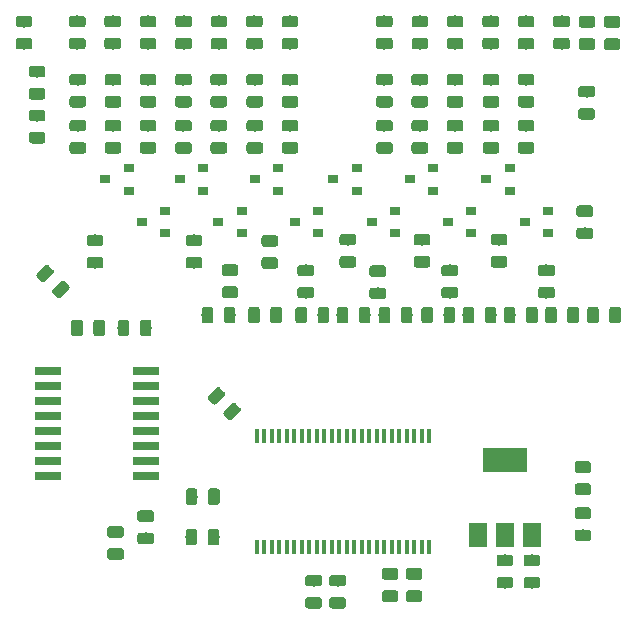
<source format=gbr>
G04 #@! TF.GenerationSoftware,KiCad,Pcbnew,(5.0.0)*
G04 #@! TF.CreationDate,2019-01-28T16:35:15-06:00*
G04 #@! TF.ProjectId,BPSVoltage,425053566F6C746167652E6B69636164,rev?*
G04 #@! TF.SameCoordinates,Original*
G04 #@! TF.FileFunction,Paste,Top*
G04 #@! TF.FilePolarity,Positive*
%FSLAX46Y46*%
G04 Gerber Fmt 4.6, Leading zero omitted, Abs format (unit mm)*
G04 Created by KiCad (PCBNEW (5.0.0)) date 01/28/19 16:35:15*
%MOMM*%
%LPD*%
G01*
G04 APERTURE LIST*
%ADD10R,0.900000X0.800000*%
%ADD11R,2.200000X0.760000*%
%ADD12R,0.400000X1.200000*%
%ADD13R,3.800000X2.000000*%
%ADD14R,1.500000X2.000000*%
%ADD15C,0.100000*%
%ADD16C,0.975000*%
G04 APERTURE END LIST*
D10*
G04 #@! TO.C,Q9*
X159382560Y-64217122D03*
X159382560Y-62317122D03*
X157382560Y-63267122D03*
G04 #@! TD*
D11*
G04 #@! TO.C,U2*
X139890500Y-88417400D03*
X139890500Y-87147400D03*
X148145500Y-79527400D03*
X139890500Y-80797400D03*
X148145500Y-80797400D03*
X148145500Y-83337400D03*
X139890500Y-79527400D03*
X148145500Y-82067400D03*
X139890500Y-82067400D03*
X139890500Y-83337400D03*
X139890500Y-85877400D03*
X148145500Y-84607400D03*
X148145500Y-85877400D03*
X148145500Y-88417400D03*
X139890500Y-84607400D03*
X148145500Y-87147400D03*
G04 #@! TD*
D12*
G04 #@! TO.C,U1*
X172178060Y-84983122D03*
X171543060Y-84983122D03*
X170908060Y-84983122D03*
X170273060Y-84983122D03*
X169638060Y-84983122D03*
X169003060Y-84983122D03*
X168368060Y-84983122D03*
X167733060Y-84983122D03*
X167098060Y-84983122D03*
X166463060Y-84983122D03*
X165828060Y-84983122D03*
X165193060Y-84983122D03*
X164558060Y-84983122D03*
X163923060Y-84983122D03*
X163288060Y-84983122D03*
X162653060Y-84983122D03*
X162018060Y-84983122D03*
X161383060Y-84983122D03*
X160748060Y-84983122D03*
X160113060Y-84983122D03*
X159478060Y-84983122D03*
X158843060Y-84983122D03*
X158208060Y-84983122D03*
X157573060Y-84983122D03*
X157573060Y-94383122D03*
X158208060Y-94383122D03*
X158843060Y-94383122D03*
X159478060Y-94383122D03*
X160113060Y-94383122D03*
X160748060Y-94383122D03*
X161383060Y-94383122D03*
X162018060Y-94383122D03*
X162653060Y-94383122D03*
X163288060Y-94383122D03*
X163923060Y-94383122D03*
X164558060Y-94383122D03*
X165193060Y-94383122D03*
X165828060Y-94383122D03*
X166463060Y-94383122D03*
X167098060Y-94383122D03*
X167733060Y-94383122D03*
X168368060Y-94383122D03*
X169003060Y-94383122D03*
X169638060Y-94383122D03*
X170273060Y-94383122D03*
X170908060Y-94383122D03*
X171543060Y-94383122D03*
X172178060Y-94383122D03*
G04 #@! TD*
D13*
G04 #@! TO.C,Q5*
X178562000Y-87070400D03*
D14*
X178562000Y-93370400D03*
X180862000Y-93370400D03*
X176262000Y-93370400D03*
G04 #@! TD*
D15*
G04 #@! TO.C,C1*
G36*
X179042142Y-95043074D02*
X179065803Y-95046584D01*
X179089007Y-95052396D01*
X179111529Y-95060454D01*
X179133153Y-95070682D01*
X179153670Y-95082979D01*
X179172883Y-95097229D01*
X179190607Y-95113293D01*
X179206671Y-95131017D01*
X179220921Y-95150230D01*
X179233218Y-95170747D01*
X179243446Y-95192371D01*
X179251504Y-95214893D01*
X179257316Y-95238097D01*
X179260826Y-95261758D01*
X179262000Y-95285650D01*
X179262000Y-95773150D01*
X179260826Y-95797042D01*
X179257316Y-95820703D01*
X179251504Y-95843907D01*
X179243446Y-95866429D01*
X179233218Y-95888053D01*
X179220921Y-95908570D01*
X179206671Y-95927783D01*
X179190607Y-95945507D01*
X179172883Y-95961571D01*
X179153670Y-95975821D01*
X179133153Y-95988118D01*
X179111529Y-95998346D01*
X179089007Y-96006404D01*
X179065803Y-96012216D01*
X179042142Y-96015726D01*
X179018250Y-96016900D01*
X178105750Y-96016900D01*
X178081858Y-96015726D01*
X178058197Y-96012216D01*
X178034993Y-96006404D01*
X178012471Y-95998346D01*
X177990847Y-95988118D01*
X177970330Y-95975821D01*
X177951117Y-95961571D01*
X177933393Y-95945507D01*
X177917329Y-95927783D01*
X177903079Y-95908570D01*
X177890782Y-95888053D01*
X177880554Y-95866429D01*
X177872496Y-95843907D01*
X177866684Y-95820703D01*
X177863174Y-95797042D01*
X177862000Y-95773150D01*
X177862000Y-95285650D01*
X177863174Y-95261758D01*
X177866684Y-95238097D01*
X177872496Y-95214893D01*
X177880554Y-95192371D01*
X177890782Y-95170747D01*
X177903079Y-95150230D01*
X177917329Y-95131017D01*
X177933393Y-95113293D01*
X177951117Y-95097229D01*
X177970330Y-95082979D01*
X177990847Y-95070682D01*
X178012471Y-95060454D01*
X178034993Y-95052396D01*
X178058197Y-95046584D01*
X178081858Y-95043074D01*
X178105750Y-95041900D01*
X179018250Y-95041900D01*
X179042142Y-95043074D01*
X179042142Y-95043074D01*
G37*
D16*
X178562000Y-95529400D03*
D15*
G36*
X179042142Y-96918074D02*
X179065803Y-96921584D01*
X179089007Y-96927396D01*
X179111529Y-96935454D01*
X179133153Y-96945682D01*
X179153670Y-96957979D01*
X179172883Y-96972229D01*
X179190607Y-96988293D01*
X179206671Y-97006017D01*
X179220921Y-97025230D01*
X179233218Y-97045747D01*
X179243446Y-97067371D01*
X179251504Y-97089893D01*
X179257316Y-97113097D01*
X179260826Y-97136758D01*
X179262000Y-97160650D01*
X179262000Y-97648150D01*
X179260826Y-97672042D01*
X179257316Y-97695703D01*
X179251504Y-97718907D01*
X179243446Y-97741429D01*
X179233218Y-97763053D01*
X179220921Y-97783570D01*
X179206671Y-97802783D01*
X179190607Y-97820507D01*
X179172883Y-97836571D01*
X179153670Y-97850821D01*
X179133153Y-97863118D01*
X179111529Y-97873346D01*
X179089007Y-97881404D01*
X179065803Y-97887216D01*
X179042142Y-97890726D01*
X179018250Y-97891900D01*
X178105750Y-97891900D01*
X178081858Y-97890726D01*
X178058197Y-97887216D01*
X178034993Y-97881404D01*
X178012471Y-97873346D01*
X177990847Y-97863118D01*
X177970330Y-97850821D01*
X177951117Y-97836571D01*
X177933393Y-97820507D01*
X177917329Y-97802783D01*
X177903079Y-97783570D01*
X177890782Y-97763053D01*
X177880554Y-97741429D01*
X177872496Y-97718907D01*
X177866684Y-97695703D01*
X177863174Y-97672042D01*
X177862000Y-97648150D01*
X177862000Y-97160650D01*
X177863174Y-97136758D01*
X177866684Y-97113097D01*
X177872496Y-97089893D01*
X177880554Y-97067371D01*
X177890782Y-97045747D01*
X177903079Y-97025230D01*
X177917329Y-97006017D01*
X177933393Y-96988293D01*
X177951117Y-96972229D01*
X177970330Y-96957979D01*
X177990847Y-96945682D01*
X178012471Y-96935454D01*
X178034993Y-96927396D01*
X178058197Y-96921584D01*
X178081858Y-96918074D01*
X178105750Y-96916900D01*
X179018250Y-96916900D01*
X179042142Y-96918074D01*
X179042142Y-96918074D01*
G37*
D16*
X178562000Y-97404400D03*
G04 #@! TD*
D15*
G04 #@! TO.C,C2*
G36*
X186288702Y-74061796D02*
X186312363Y-74065306D01*
X186335567Y-74071118D01*
X186358089Y-74079176D01*
X186379713Y-74089404D01*
X186400230Y-74101701D01*
X186419443Y-74115951D01*
X186437167Y-74132015D01*
X186453231Y-74149739D01*
X186467481Y-74168952D01*
X186479778Y-74189469D01*
X186490006Y-74211093D01*
X186498064Y-74233615D01*
X186503876Y-74256819D01*
X186507386Y-74280480D01*
X186508560Y-74304372D01*
X186508560Y-75216872D01*
X186507386Y-75240764D01*
X186503876Y-75264425D01*
X186498064Y-75287629D01*
X186490006Y-75310151D01*
X186479778Y-75331775D01*
X186467481Y-75352292D01*
X186453231Y-75371505D01*
X186437167Y-75389229D01*
X186419443Y-75405293D01*
X186400230Y-75419543D01*
X186379713Y-75431840D01*
X186358089Y-75442068D01*
X186335567Y-75450126D01*
X186312363Y-75455938D01*
X186288702Y-75459448D01*
X186264810Y-75460622D01*
X185777310Y-75460622D01*
X185753418Y-75459448D01*
X185729757Y-75455938D01*
X185706553Y-75450126D01*
X185684031Y-75442068D01*
X185662407Y-75431840D01*
X185641890Y-75419543D01*
X185622677Y-75405293D01*
X185604953Y-75389229D01*
X185588889Y-75371505D01*
X185574639Y-75352292D01*
X185562342Y-75331775D01*
X185552114Y-75310151D01*
X185544056Y-75287629D01*
X185538244Y-75264425D01*
X185534734Y-75240764D01*
X185533560Y-75216872D01*
X185533560Y-74304372D01*
X185534734Y-74280480D01*
X185538244Y-74256819D01*
X185544056Y-74233615D01*
X185552114Y-74211093D01*
X185562342Y-74189469D01*
X185574639Y-74168952D01*
X185588889Y-74149739D01*
X185604953Y-74132015D01*
X185622677Y-74115951D01*
X185641890Y-74101701D01*
X185662407Y-74089404D01*
X185684031Y-74079176D01*
X185706553Y-74071118D01*
X185729757Y-74065306D01*
X185753418Y-74061796D01*
X185777310Y-74060622D01*
X186264810Y-74060622D01*
X186288702Y-74061796D01*
X186288702Y-74061796D01*
G37*
D16*
X186021060Y-74760622D03*
D15*
G36*
X188163702Y-74061796D02*
X188187363Y-74065306D01*
X188210567Y-74071118D01*
X188233089Y-74079176D01*
X188254713Y-74089404D01*
X188275230Y-74101701D01*
X188294443Y-74115951D01*
X188312167Y-74132015D01*
X188328231Y-74149739D01*
X188342481Y-74168952D01*
X188354778Y-74189469D01*
X188365006Y-74211093D01*
X188373064Y-74233615D01*
X188378876Y-74256819D01*
X188382386Y-74280480D01*
X188383560Y-74304372D01*
X188383560Y-75216872D01*
X188382386Y-75240764D01*
X188378876Y-75264425D01*
X188373064Y-75287629D01*
X188365006Y-75310151D01*
X188354778Y-75331775D01*
X188342481Y-75352292D01*
X188328231Y-75371505D01*
X188312167Y-75389229D01*
X188294443Y-75405293D01*
X188275230Y-75419543D01*
X188254713Y-75431840D01*
X188233089Y-75442068D01*
X188210567Y-75450126D01*
X188187363Y-75455938D01*
X188163702Y-75459448D01*
X188139810Y-75460622D01*
X187652310Y-75460622D01*
X187628418Y-75459448D01*
X187604757Y-75455938D01*
X187581553Y-75450126D01*
X187559031Y-75442068D01*
X187537407Y-75431840D01*
X187516890Y-75419543D01*
X187497677Y-75405293D01*
X187479953Y-75389229D01*
X187463889Y-75371505D01*
X187449639Y-75352292D01*
X187437342Y-75331775D01*
X187427114Y-75310151D01*
X187419056Y-75287629D01*
X187413244Y-75264425D01*
X187409734Y-75240764D01*
X187408560Y-75216872D01*
X187408560Y-74304372D01*
X187409734Y-74280480D01*
X187413244Y-74256819D01*
X187419056Y-74233615D01*
X187427114Y-74211093D01*
X187437342Y-74189469D01*
X187449639Y-74168952D01*
X187463889Y-74149739D01*
X187479953Y-74132015D01*
X187497677Y-74115951D01*
X187516890Y-74101701D01*
X187537407Y-74089404D01*
X187559031Y-74079176D01*
X187581553Y-74071118D01*
X187604757Y-74065306D01*
X187628418Y-74061796D01*
X187652310Y-74060622D01*
X188139810Y-74060622D01*
X188163702Y-74061796D01*
X188163702Y-74061796D01*
G37*
D16*
X187896060Y-74760622D03*
G04 #@! TD*
D15*
G04 #@! TO.C,C3*
G36*
X185963642Y-57230574D02*
X185987303Y-57234084D01*
X186010507Y-57239896D01*
X186033029Y-57247954D01*
X186054653Y-57258182D01*
X186075170Y-57270479D01*
X186094383Y-57284729D01*
X186112107Y-57300793D01*
X186128171Y-57318517D01*
X186142421Y-57337730D01*
X186154718Y-57358247D01*
X186164946Y-57379871D01*
X186173004Y-57402393D01*
X186178816Y-57425597D01*
X186182326Y-57449258D01*
X186183500Y-57473150D01*
X186183500Y-57960650D01*
X186182326Y-57984542D01*
X186178816Y-58008203D01*
X186173004Y-58031407D01*
X186164946Y-58053929D01*
X186154718Y-58075553D01*
X186142421Y-58096070D01*
X186128171Y-58115283D01*
X186112107Y-58133007D01*
X186094383Y-58149071D01*
X186075170Y-58163321D01*
X186054653Y-58175618D01*
X186033029Y-58185846D01*
X186010507Y-58193904D01*
X185987303Y-58199716D01*
X185963642Y-58203226D01*
X185939750Y-58204400D01*
X185027250Y-58204400D01*
X185003358Y-58203226D01*
X184979697Y-58199716D01*
X184956493Y-58193904D01*
X184933971Y-58185846D01*
X184912347Y-58175618D01*
X184891830Y-58163321D01*
X184872617Y-58149071D01*
X184854893Y-58133007D01*
X184838829Y-58115283D01*
X184824579Y-58096070D01*
X184812282Y-58075553D01*
X184802054Y-58053929D01*
X184793996Y-58031407D01*
X184788184Y-58008203D01*
X184784674Y-57984542D01*
X184783500Y-57960650D01*
X184783500Y-57473150D01*
X184784674Y-57449258D01*
X184788184Y-57425597D01*
X184793996Y-57402393D01*
X184802054Y-57379871D01*
X184812282Y-57358247D01*
X184824579Y-57337730D01*
X184838829Y-57318517D01*
X184854893Y-57300793D01*
X184872617Y-57284729D01*
X184891830Y-57270479D01*
X184912347Y-57258182D01*
X184933971Y-57247954D01*
X184956493Y-57239896D01*
X184979697Y-57234084D01*
X185003358Y-57230574D01*
X185027250Y-57229400D01*
X185939750Y-57229400D01*
X185963642Y-57230574D01*
X185963642Y-57230574D01*
G37*
D16*
X185483500Y-57716900D03*
D15*
G36*
X185963642Y-55355574D02*
X185987303Y-55359084D01*
X186010507Y-55364896D01*
X186033029Y-55372954D01*
X186054653Y-55383182D01*
X186075170Y-55395479D01*
X186094383Y-55409729D01*
X186112107Y-55425793D01*
X186128171Y-55443517D01*
X186142421Y-55462730D01*
X186154718Y-55483247D01*
X186164946Y-55504871D01*
X186173004Y-55527393D01*
X186178816Y-55550597D01*
X186182326Y-55574258D01*
X186183500Y-55598150D01*
X186183500Y-56085650D01*
X186182326Y-56109542D01*
X186178816Y-56133203D01*
X186173004Y-56156407D01*
X186164946Y-56178929D01*
X186154718Y-56200553D01*
X186142421Y-56221070D01*
X186128171Y-56240283D01*
X186112107Y-56258007D01*
X186094383Y-56274071D01*
X186075170Y-56288321D01*
X186054653Y-56300618D01*
X186033029Y-56310846D01*
X186010507Y-56318904D01*
X185987303Y-56324716D01*
X185963642Y-56328226D01*
X185939750Y-56329400D01*
X185027250Y-56329400D01*
X185003358Y-56328226D01*
X184979697Y-56324716D01*
X184956493Y-56318904D01*
X184933971Y-56310846D01*
X184912347Y-56300618D01*
X184891830Y-56288321D01*
X184872617Y-56274071D01*
X184854893Y-56258007D01*
X184838829Y-56240283D01*
X184824579Y-56221070D01*
X184812282Y-56200553D01*
X184802054Y-56178929D01*
X184793996Y-56156407D01*
X184788184Y-56133203D01*
X184784674Y-56109542D01*
X184783500Y-56085650D01*
X184783500Y-55598150D01*
X184784674Y-55574258D01*
X184788184Y-55550597D01*
X184793996Y-55527393D01*
X184802054Y-55504871D01*
X184812282Y-55483247D01*
X184824579Y-55462730D01*
X184838829Y-55443517D01*
X184854893Y-55425793D01*
X184872617Y-55409729D01*
X184891830Y-55395479D01*
X184912347Y-55383182D01*
X184933971Y-55372954D01*
X184956493Y-55364896D01*
X184979697Y-55359084D01*
X185003358Y-55355574D01*
X185027250Y-55354400D01*
X185939750Y-55354400D01*
X185963642Y-55355574D01*
X185963642Y-55355574D01*
G37*
D16*
X185483500Y-55841900D03*
G04 #@! TD*
D15*
G04 #@! TO.C,C4*
G36*
X184607702Y-74061796D02*
X184631363Y-74065306D01*
X184654567Y-74071118D01*
X184677089Y-74079176D01*
X184698713Y-74089404D01*
X184719230Y-74101701D01*
X184738443Y-74115951D01*
X184756167Y-74132015D01*
X184772231Y-74149739D01*
X184786481Y-74168952D01*
X184798778Y-74189469D01*
X184809006Y-74211093D01*
X184817064Y-74233615D01*
X184822876Y-74256819D01*
X184826386Y-74280480D01*
X184827560Y-74304372D01*
X184827560Y-75216872D01*
X184826386Y-75240764D01*
X184822876Y-75264425D01*
X184817064Y-75287629D01*
X184809006Y-75310151D01*
X184798778Y-75331775D01*
X184786481Y-75352292D01*
X184772231Y-75371505D01*
X184756167Y-75389229D01*
X184738443Y-75405293D01*
X184719230Y-75419543D01*
X184698713Y-75431840D01*
X184677089Y-75442068D01*
X184654567Y-75450126D01*
X184631363Y-75455938D01*
X184607702Y-75459448D01*
X184583810Y-75460622D01*
X184096310Y-75460622D01*
X184072418Y-75459448D01*
X184048757Y-75455938D01*
X184025553Y-75450126D01*
X184003031Y-75442068D01*
X183981407Y-75431840D01*
X183960890Y-75419543D01*
X183941677Y-75405293D01*
X183923953Y-75389229D01*
X183907889Y-75371505D01*
X183893639Y-75352292D01*
X183881342Y-75331775D01*
X183871114Y-75310151D01*
X183863056Y-75287629D01*
X183857244Y-75264425D01*
X183853734Y-75240764D01*
X183852560Y-75216872D01*
X183852560Y-74304372D01*
X183853734Y-74280480D01*
X183857244Y-74256819D01*
X183863056Y-74233615D01*
X183871114Y-74211093D01*
X183881342Y-74189469D01*
X183893639Y-74168952D01*
X183907889Y-74149739D01*
X183923953Y-74132015D01*
X183941677Y-74115951D01*
X183960890Y-74101701D01*
X183981407Y-74089404D01*
X184003031Y-74079176D01*
X184025553Y-74071118D01*
X184048757Y-74065306D01*
X184072418Y-74061796D01*
X184096310Y-74060622D01*
X184583810Y-74060622D01*
X184607702Y-74061796D01*
X184607702Y-74061796D01*
G37*
D16*
X184340060Y-74760622D03*
D15*
G36*
X182732702Y-74061796D02*
X182756363Y-74065306D01*
X182779567Y-74071118D01*
X182802089Y-74079176D01*
X182823713Y-74089404D01*
X182844230Y-74101701D01*
X182863443Y-74115951D01*
X182881167Y-74132015D01*
X182897231Y-74149739D01*
X182911481Y-74168952D01*
X182923778Y-74189469D01*
X182934006Y-74211093D01*
X182942064Y-74233615D01*
X182947876Y-74256819D01*
X182951386Y-74280480D01*
X182952560Y-74304372D01*
X182952560Y-75216872D01*
X182951386Y-75240764D01*
X182947876Y-75264425D01*
X182942064Y-75287629D01*
X182934006Y-75310151D01*
X182923778Y-75331775D01*
X182911481Y-75352292D01*
X182897231Y-75371505D01*
X182881167Y-75389229D01*
X182863443Y-75405293D01*
X182844230Y-75419543D01*
X182823713Y-75431840D01*
X182802089Y-75442068D01*
X182779567Y-75450126D01*
X182756363Y-75455938D01*
X182732702Y-75459448D01*
X182708810Y-75460622D01*
X182221310Y-75460622D01*
X182197418Y-75459448D01*
X182173757Y-75455938D01*
X182150553Y-75450126D01*
X182128031Y-75442068D01*
X182106407Y-75431840D01*
X182085890Y-75419543D01*
X182066677Y-75405293D01*
X182048953Y-75389229D01*
X182032889Y-75371505D01*
X182018639Y-75352292D01*
X182006342Y-75331775D01*
X181996114Y-75310151D01*
X181988056Y-75287629D01*
X181982244Y-75264425D01*
X181978734Y-75240764D01*
X181977560Y-75216872D01*
X181977560Y-74304372D01*
X181978734Y-74280480D01*
X181982244Y-74256819D01*
X181988056Y-74233615D01*
X181996114Y-74211093D01*
X182006342Y-74189469D01*
X182018639Y-74168952D01*
X182032889Y-74149739D01*
X182048953Y-74132015D01*
X182066677Y-74115951D01*
X182085890Y-74101701D01*
X182106407Y-74089404D01*
X182128031Y-74079176D01*
X182150553Y-74071118D01*
X182173757Y-74065306D01*
X182197418Y-74061796D01*
X182221310Y-74060622D01*
X182708810Y-74060622D01*
X182732702Y-74061796D01*
X182732702Y-74061796D01*
G37*
D16*
X182465060Y-74760622D03*
G04 #@! TD*
D15*
G04 #@! TO.C,C5*
G36*
X179240202Y-74061796D02*
X179263863Y-74065306D01*
X179287067Y-74071118D01*
X179309589Y-74079176D01*
X179331213Y-74089404D01*
X179351730Y-74101701D01*
X179370943Y-74115951D01*
X179388667Y-74132015D01*
X179404731Y-74149739D01*
X179418981Y-74168952D01*
X179431278Y-74189469D01*
X179441506Y-74211093D01*
X179449564Y-74233615D01*
X179455376Y-74256819D01*
X179458886Y-74280480D01*
X179460060Y-74304372D01*
X179460060Y-75216872D01*
X179458886Y-75240764D01*
X179455376Y-75264425D01*
X179449564Y-75287629D01*
X179441506Y-75310151D01*
X179431278Y-75331775D01*
X179418981Y-75352292D01*
X179404731Y-75371505D01*
X179388667Y-75389229D01*
X179370943Y-75405293D01*
X179351730Y-75419543D01*
X179331213Y-75431840D01*
X179309589Y-75442068D01*
X179287067Y-75450126D01*
X179263863Y-75455938D01*
X179240202Y-75459448D01*
X179216310Y-75460622D01*
X178728810Y-75460622D01*
X178704918Y-75459448D01*
X178681257Y-75455938D01*
X178658053Y-75450126D01*
X178635531Y-75442068D01*
X178613907Y-75431840D01*
X178593390Y-75419543D01*
X178574177Y-75405293D01*
X178556453Y-75389229D01*
X178540389Y-75371505D01*
X178526139Y-75352292D01*
X178513842Y-75331775D01*
X178503614Y-75310151D01*
X178495556Y-75287629D01*
X178489744Y-75264425D01*
X178486234Y-75240764D01*
X178485060Y-75216872D01*
X178485060Y-74304372D01*
X178486234Y-74280480D01*
X178489744Y-74256819D01*
X178495556Y-74233615D01*
X178503614Y-74211093D01*
X178513842Y-74189469D01*
X178526139Y-74168952D01*
X178540389Y-74149739D01*
X178556453Y-74132015D01*
X178574177Y-74115951D01*
X178593390Y-74101701D01*
X178613907Y-74089404D01*
X178635531Y-74079176D01*
X178658053Y-74071118D01*
X178681257Y-74065306D01*
X178704918Y-74061796D01*
X178728810Y-74060622D01*
X179216310Y-74060622D01*
X179240202Y-74061796D01*
X179240202Y-74061796D01*
G37*
D16*
X178972560Y-74760622D03*
D15*
G36*
X181115202Y-74061796D02*
X181138863Y-74065306D01*
X181162067Y-74071118D01*
X181184589Y-74079176D01*
X181206213Y-74089404D01*
X181226730Y-74101701D01*
X181245943Y-74115951D01*
X181263667Y-74132015D01*
X181279731Y-74149739D01*
X181293981Y-74168952D01*
X181306278Y-74189469D01*
X181316506Y-74211093D01*
X181324564Y-74233615D01*
X181330376Y-74256819D01*
X181333886Y-74280480D01*
X181335060Y-74304372D01*
X181335060Y-75216872D01*
X181333886Y-75240764D01*
X181330376Y-75264425D01*
X181324564Y-75287629D01*
X181316506Y-75310151D01*
X181306278Y-75331775D01*
X181293981Y-75352292D01*
X181279731Y-75371505D01*
X181263667Y-75389229D01*
X181245943Y-75405293D01*
X181226730Y-75419543D01*
X181206213Y-75431840D01*
X181184589Y-75442068D01*
X181162067Y-75450126D01*
X181138863Y-75455938D01*
X181115202Y-75459448D01*
X181091310Y-75460622D01*
X180603810Y-75460622D01*
X180579918Y-75459448D01*
X180556257Y-75455938D01*
X180533053Y-75450126D01*
X180510531Y-75442068D01*
X180488907Y-75431840D01*
X180468390Y-75419543D01*
X180449177Y-75405293D01*
X180431453Y-75389229D01*
X180415389Y-75371505D01*
X180401139Y-75352292D01*
X180388842Y-75331775D01*
X180378614Y-75310151D01*
X180370556Y-75287629D01*
X180364744Y-75264425D01*
X180361234Y-75240764D01*
X180360060Y-75216872D01*
X180360060Y-74304372D01*
X180361234Y-74280480D01*
X180364744Y-74256819D01*
X180370556Y-74233615D01*
X180378614Y-74211093D01*
X180388842Y-74189469D01*
X180401139Y-74168952D01*
X180415389Y-74149739D01*
X180431453Y-74132015D01*
X180449177Y-74115951D01*
X180468390Y-74101701D01*
X180488907Y-74089404D01*
X180510531Y-74079176D01*
X180533053Y-74071118D01*
X180556257Y-74065306D01*
X180579918Y-74061796D01*
X180603810Y-74060622D01*
X181091310Y-74060622D01*
X181115202Y-74061796D01*
X181115202Y-74061796D01*
G37*
D16*
X180847560Y-74760622D03*
G04 #@! TD*
D15*
G04 #@! TO.C,C6*
G36*
X177622702Y-74061796D02*
X177646363Y-74065306D01*
X177669567Y-74071118D01*
X177692089Y-74079176D01*
X177713713Y-74089404D01*
X177734230Y-74101701D01*
X177753443Y-74115951D01*
X177771167Y-74132015D01*
X177787231Y-74149739D01*
X177801481Y-74168952D01*
X177813778Y-74189469D01*
X177824006Y-74211093D01*
X177832064Y-74233615D01*
X177837876Y-74256819D01*
X177841386Y-74280480D01*
X177842560Y-74304372D01*
X177842560Y-75216872D01*
X177841386Y-75240764D01*
X177837876Y-75264425D01*
X177832064Y-75287629D01*
X177824006Y-75310151D01*
X177813778Y-75331775D01*
X177801481Y-75352292D01*
X177787231Y-75371505D01*
X177771167Y-75389229D01*
X177753443Y-75405293D01*
X177734230Y-75419543D01*
X177713713Y-75431840D01*
X177692089Y-75442068D01*
X177669567Y-75450126D01*
X177646363Y-75455938D01*
X177622702Y-75459448D01*
X177598810Y-75460622D01*
X177111310Y-75460622D01*
X177087418Y-75459448D01*
X177063757Y-75455938D01*
X177040553Y-75450126D01*
X177018031Y-75442068D01*
X176996407Y-75431840D01*
X176975890Y-75419543D01*
X176956677Y-75405293D01*
X176938953Y-75389229D01*
X176922889Y-75371505D01*
X176908639Y-75352292D01*
X176896342Y-75331775D01*
X176886114Y-75310151D01*
X176878056Y-75287629D01*
X176872244Y-75264425D01*
X176868734Y-75240764D01*
X176867560Y-75216872D01*
X176867560Y-74304372D01*
X176868734Y-74280480D01*
X176872244Y-74256819D01*
X176878056Y-74233615D01*
X176886114Y-74211093D01*
X176896342Y-74189469D01*
X176908639Y-74168952D01*
X176922889Y-74149739D01*
X176938953Y-74132015D01*
X176956677Y-74115951D01*
X176975890Y-74101701D01*
X176996407Y-74089404D01*
X177018031Y-74079176D01*
X177040553Y-74071118D01*
X177063757Y-74065306D01*
X177087418Y-74061796D01*
X177111310Y-74060622D01*
X177598810Y-74060622D01*
X177622702Y-74061796D01*
X177622702Y-74061796D01*
G37*
D16*
X177355060Y-74760622D03*
D15*
G36*
X175747702Y-74061796D02*
X175771363Y-74065306D01*
X175794567Y-74071118D01*
X175817089Y-74079176D01*
X175838713Y-74089404D01*
X175859230Y-74101701D01*
X175878443Y-74115951D01*
X175896167Y-74132015D01*
X175912231Y-74149739D01*
X175926481Y-74168952D01*
X175938778Y-74189469D01*
X175949006Y-74211093D01*
X175957064Y-74233615D01*
X175962876Y-74256819D01*
X175966386Y-74280480D01*
X175967560Y-74304372D01*
X175967560Y-75216872D01*
X175966386Y-75240764D01*
X175962876Y-75264425D01*
X175957064Y-75287629D01*
X175949006Y-75310151D01*
X175938778Y-75331775D01*
X175926481Y-75352292D01*
X175912231Y-75371505D01*
X175896167Y-75389229D01*
X175878443Y-75405293D01*
X175859230Y-75419543D01*
X175838713Y-75431840D01*
X175817089Y-75442068D01*
X175794567Y-75450126D01*
X175771363Y-75455938D01*
X175747702Y-75459448D01*
X175723810Y-75460622D01*
X175236310Y-75460622D01*
X175212418Y-75459448D01*
X175188757Y-75455938D01*
X175165553Y-75450126D01*
X175143031Y-75442068D01*
X175121407Y-75431840D01*
X175100890Y-75419543D01*
X175081677Y-75405293D01*
X175063953Y-75389229D01*
X175047889Y-75371505D01*
X175033639Y-75352292D01*
X175021342Y-75331775D01*
X175011114Y-75310151D01*
X175003056Y-75287629D01*
X174997244Y-75264425D01*
X174993734Y-75240764D01*
X174992560Y-75216872D01*
X174992560Y-74304372D01*
X174993734Y-74280480D01*
X174997244Y-74256819D01*
X175003056Y-74233615D01*
X175011114Y-74211093D01*
X175021342Y-74189469D01*
X175033639Y-74168952D01*
X175047889Y-74149739D01*
X175063953Y-74132015D01*
X175081677Y-74115951D01*
X175100890Y-74101701D01*
X175121407Y-74089404D01*
X175143031Y-74079176D01*
X175165553Y-74071118D01*
X175188757Y-74065306D01*
X175212418Y-74061796D01*
X175236310Y-74060622D01*
X175723810Y-74060622D01*
X175747702Y-74061796D01*
X175747702Y-74061796D01*
G37*
D16*
X175480060Y-74760622D03*
G04 #@! TD*
D15*
G04 #@! TO.C,C7*
G36*
X172255202Y-74061796D02*
X172278863Y-74065306D01*
X172302067Y-74071118D01*
X172324589Y-74079176D01*
X172346213Y-74089404D01*
X172366730Y-74101701D01*
X172385943Y-74115951D01*
X172403667Y-74132015D01*
X172419731Y-74149739D01*
X172433981Y-74168952D01*
X172446278Y-74189469D01*
X172456506Y-74211093D01*
X172464564Y-74233615D01*
X172470376Y-74256819D01*
X172473886Y-74280480D01*
X172475060Y-74304372D01*
X172475060Y-75216872D01*
X172473886Y-75240764D01*
X172470376Y-75264425D01*
X172464564Y-75287629D01*
X172456506Y-75310151D01*
X172446278Y-75331775D01*
X172433981Y-75352292D01*
X172419731Y-75371505D01*
X172403667Y-75389229D01*
X172385943Y-75405293D01*
X172366730Y-75419543D01*
X172346213Y-75431840D01*
X172324589Y-75442068D01*
X172302067Y-75450126D01*
X172278863Y-75455938D01*
X172255202Y-75459448D01*
X172231310Y-75460622D01*
X171743810Y-75460622D01*
X171719918Y-75459448D01*
X171696257Y-75455938D01*
X171673053Y-75450126D01*
X171650531Y-75442068D01*
X171628907Y-75431840D01*
X171608390Y-75419543D01*
X171589177Y-75405293D01*
X171571453Y-75389229D01*
X171555389Y-75371505D01*
X171541139Y-75352292D01*
X171528842Y-75331775D01*
X171518614Y-75310151D01*
X171510556Y-75287629D01*
X171504744Y-75264425D01*
X171501234Y-75240764D01*
X171500060Y-75216872D01*
X171500060Y-74304372D01*
X171501234Y-74280480D01*
X171504744Y-74256819D01*
X171510556Y-74233615D01*
X171518614Y-74211093D01*
X171528842Y-74189469D01*
X171541139Y-74168952D01*
X171555389Y-74149739D01*
X171571453Y-74132015D01*
X171589177Y-74115951D01*
X171608390Y-74101701D01*
X171628907Y-74089404D01*
X171650531Y-74079176D01*
X171673053Y-74071118D01*
X171696257Y-74065306D01*
X171719918Y-74061796D01*
X171743810Y-74060622D01*
X172231310Y-74060622D01*
X172255202Y-74061796D01*
X172255202Y-74061796D01*
G37*
D16*
X171987560Y-74760622D03*
D15*
G36*
X174130202Y-74061796D02*
X174153863Y-74065306D01*
X174177067Y-74071118D01*
X174199589Y-74079176D01*
X174221213Y-74089404D01*
X174241730Y-74101701D01*
X174260943Y-74115951D01*
X174278667Y-74132015D01*
X174294731Y-74149739D01*
X174308981Y-74168952D01*
X174321278Y-74189469D01*
X174331506Y-74211093D01*
X174339564Y-74233615D01*
X174345376Y-74256819D01*
X174348886Y-74280480D01*
X174350060Y-74304372D01*
X174350060Y-75216872D01*
X174348886Y-75240764D01*
X174345376Y-75264425D01*
X174339564Y-75287629D01*
X174331506Y-75310151D01*
X174321278Y-75331775D01*
X174308981Y-75352292D01*
X174294731Y-75371505D01*
X174278667Y-75389229D01*
X174260943Y-75405293D01*
X174241730Y-75419543D01*
X174221213Y-75431840D01*
X174199589Y-75442068D01*
X174177067Y-75450126D01*
X174153863Y-75455938D01*
X174130202Y-75459448D01*
X174106310Y-75460622D01*
X173618810Y-75460622D01*
X173594918Y-75459448D01*
X173571257Y-75455938D01*
X173548053Y-75450126D01*
X173525531Y-75442068D01*
X173503907Y-75431840D01*
X173483390Y-75419543D01*
X173464177Y-75405293D01*
X173446453Y-75389229D01*
X173430389Y-75371505D01*
X173416139Y-75352292D01*
X173403842Y-75331775D01*
X173393614Y-75310151D01*
X173385556Y-75287629D01*
X173379744Y-75264425D01*
X173376234Y-75240764D01*
X173375060Y-75216872D01*
X173375060Y-74304372D01*
X173376234Y-74280480D01*
X173379744Y-74256819D01*
X173385556Y-74233615D01*
X173393614Y-74211093D01*
X173403842Y-74189469D01*
X173416139Y-74168952D01*
X173430389Y-74149739D01*
X173446453Y-74132015D01*
X173464177Y-74115951D01*
X173483390Y-74101701D01*
X173503907Y-74089404D01*
X173525531Y-74079176D01*
X173548053Y-74071118D01*
X173571257Y-74065306D01*
X173594918Y-74061796D01*
X173618810Y-74060622D01*
X174106310Y-74060622D01*
X174130202Y-74061796D01*
X174130202Y-74061796D01*
G37*
D16*
X173862560Y-74760622D03*
G04 #@! TD*
D15*
G04 #@! TO.C,C8*
G36*
X162849642Y-98632574D02*
X162873303Y-98636084D01*
X162896507Y-98641896D01*
X162919029Y-98649954D01*
X162940653Y-98660182D01*
X162961170Y-98672479D01*
X162980383Y-98686729D01*
X162998107Y-98702793D01*
X163014171Y-98720517D01*
X163028421Y-98739730D01*
X163040718Y-98760247D01*
X163050946Y-98781871D01*
X163059004Y-98804393D01*
X163064816Y-98827597D01*
X163068326Y-98851258D01*
X163069500Y-98875150D01*
X163069500Y-99362650D01*
X163068326Y-99386542D01*
X163064816Y-99410203D01*
X163059004Y-99433407D01*
X163050946Y-99455929D01*
X163040718Y-99477553D01*
X163028421Y-99498070D01*
X163014171Y-99517283D01*
X162998107Y-99535007D01*
X162980383Y-99551071D01*
X162961170Y-99565321D01*
X162940653Y-99577618D01*
X162919029Y-99587846D01*
X162896507Y-99595904D01*
X162873303Y-99601716D01*
X162849642Y-99605226D01*
X162825750Y-99606400D01*
X161913250Y-99606400D01*
X161889358Y-99605226D01*
X161865697Y-99601716D01*
X161842493Y-99595904D01*
X161819971Y-99587846D01*
X161798347Y-99577618D01*
X161777830Y-99565321D01*
X161758617Y-99551071D01*
X161740893Y-99535007D01*
X161724829Y-99517283D01*
X161710579Y-99498070D01*
X161698282Y-99477553D01*
X161688054Y-99455929D01*
X161679996Y-99433407D01*
X161674184Y-99410203D01*
X161670674Y-99386542D01*
X161669500Y-99362650D01*
X161669500Y-98875150D01*
X161670674Y-98851258D01*
X161674184Y-98827597D01*
X161679996Y-98804393D01*
X161688054Y-98781871D01*
X161698282Y-98760247D01*
X161710579Y-98739730D01*
X161724829Y-98720517D01*
X161740893Y-98702793D01*
X161758617Y-98686729D01*
X161777830Y-98672479D01*
X161798347Y-98660182D01*
X161819971Y-98649954D01*
X161842493Y-98641896D01*
X161865697Y-98636084D01*
X161889358Y-98632574D01*
X161913250Y-98631400D01*
X162825750Y-98631400D01*
X162849642Y-98632574D01*
X162849642Y-98632574D01*
G37*
D16*
X162369500Y-99118900D03*
D15*
G36*
X162849642Y-96757574D02*
X162873303Y-96761084D01*
X162896507Y-96766896D01*
X162919029Y-96774954D01*
X162940653Y-96785182D01*
X162961170Y-96797479D01*
X162980383Y-96811729D01*
X162998107Y-96827793D01*
X163014171Y-96845517D01*
X163028421Y-96864730D01*
X163040718Y-96885247D01*
X163050946Y-96906871D01*
X163059004Y-96929393D01*
X163064816Y-96952597D01*
X163068326Y-96976258D01*
X163069500Y-97000150D01*
X163069500Y-97487650D01*
X163068326Y-97511542D01*
X163064816Y-97535203D01*
X163059004Y-97558407D01*
X163050946Y-97580929D01*
X163040718Y-97602553D01*
X163028421Y-97623070D01*
X163014171Y-97642283D01*
X162998107Y-97660007D01*
X162980383Y-97676071D01*
X162961170Y-97690321D01*
X162940653Y-97702618D01*
X162919029Y-97712846D01*
X162896507Y-97720904D01*
X162873303Y-97726716D01*
X162849642Y-97730226D01*
X162825750Y-97731400D01*
X161913250Y-97731400D01*
X161889358Y-97730226D01*
X161865697Y-97726716D01*
X161842493Y-97720904D01*
X161819971Y-97712846D01*
X161798347Y-97702618D01*
X161777830Y-97690321D01*
X161758617Y-97676071D01*
X161740893Y-97660007D01*
X161724829Y-97642283D01*
X161710579Y-97623070D01*
X161698282Y-97602553D01*
X161688054Y-97580929D01*
X161679996Y-97558407D01*
X161674184Y-97535203D01*
X161670674Y-97511542D01*
X161669500Y-97487650D01*
X161669500Y-97000150D01*
X161670674Y-96976258D01*
X161674184Y-96952597D01*
X161679996Y-96929393D01*
X161688054Y-96906871D01*
X161698282Y-96885247D01*
X161710579Y-96864730D01*
X161724829Y-96845517D01*
X161740893Y-96827793D01*
X161758617Y-96811729D01*
X161777830Y-96797479D01*
X161798347Y-96785182D01*
X161819971Y-96774954D01*
X161842493Y-96766896D01*
X161865697Y-96761084D01*
X161889358Y-96757574D01*
X161913250Y-96756400D01*
X162825750Y-96756400D01*
X162849642Y-96757574D01*
X162849642Y-96757574D01*
G37*
D16*
X162369500Y-97243900D03*
G04 #@! TD*
D15*
G04 #@! TO.C,C9*
G36*
X164881642Y-96757574D02*
X164905303Y-96761084D01*
X164928507Y-96766896D01*
X164951029Y-96774954D01*
X164972653Y-96785182D01*
X164993170Y-96797479D01*
X165012383Y-96811729D01*
X165030107Y-96827793D01*
X165046171Y-96845517D01*
X165060421Y-96864730D01*
X165072718Y-96885247D01*
X165082946Y-96906871D01*
X165091004Y-96929393D01*
X165096816Y-96952597D01*
X165100326Y-96976258D01*
X165101500Y-97000150D01*
X165101500Y-97487650D01*
X165100326Y-97511542D01*
X165096816Y-97535203D01*
X165091004Y-97558407D01*
X165082946Y-97580929D01*
X165072718Y-97602553D01*
X165060421Y-97623070D01*
X165046171Y-97642283D01*
X165030107Y-97660007D01*
X165012383Y-97676071D01*
X164993170Y-97690321D01*
X164972653Y-97702618D01*
X164951029Y-97712846D01*
X164928507Y-97720904D01*
X164905303Y-97726716D01*
X164881642Y-97730226D01*
X164857750Y-97731400D01*
X163945250Y-97731400D01*
X163921358Y-97730226D01*
X163897697Y-97726716D01*
X163874493Y-97720904D01*
X163851971Y-97712846D01*
X163830347Y-97702618D01*
X163809830Y-97690321D01*
X163790617Y-97676071D01*
X163772893Y-97660007D01*
X163756829Y-97642283D01*
X163742579Y-97623070D01*
X163730282Y-97602553D01*
X163720054Y-97580929D01*
X163711996Y-97558407D01*
X163706184Y-97535203D01*
X163702674Y-97511542D01*
X163701500Y-97487650D01*
X163701500Y-97000150D01*
X163702674Y-96976258D01*
X163706184Y-96952597D01*
X163711996Y-96929393D01*
X163720054Y-96906871D01*
X163730282Y-96885247D01*
X163742579Y-96864730D01*
X163756829Y-96845517D01*
X163772893Y-96827793D01*
X163790617Y-96811729D01*
X163809830Y-96797479D01*
X163830347Y-96785182D01*
X163851971Y-96774954D01*
X163874493Y-96766896D01*
X163897697Y-96761084D01*
X163921358Y-96757574D01*
X163945250Y-96756400D01*
X164857750Y-96756400D01*
X164881642Y-96757574D01*
X164881642Y-96757574D01*
G37*
D16*
X164401500Y-97243900D03*
D15*
G36*
X164881642Y-98632574D02*
X164905303Y-98636084D01*
X164928507Y-98641896D01*
X164951029Y-98649954D01*
X164972653Y-98660182D01*
X164993170Y-98672479D01*
X165012383Y-98686729D01*
X165030107Y-98702793D01*
X165046171Y-98720517D01*
X165060421Y-98739730D01*
X165072718Y-98760247D01*
X165082946Y-98781871D01*
X165091004Y-98804393D01*
X165096816Y-98827597D01*
X165100326Y-98851258D01*
X165101500Y-98875150D01*
X165101500Y-99362650D01*
X165100326Y-99386542D01*
X165096816Y-99410203D01*
X165091004Y-99433407D01*
X165082946Y-99455929D01*
X165072718Y-99477553D01*
X165060421Y-99498070D01*
X165046171Y-99517283D01*
X165030107Y-99535007D01*
X165012383Y-99551071D01*
X164993170Y-99565321D01*
X164972653Y-99577618D01*
X164951029Y-99587846D01*
X164928507Y-99595904D01*
X164905303Y-99601716D01*
X164881642Y-99605226D01*
X164857750Y-99606400D01*
X163945250Y-99606400D01*
X163921358Y-99605226D01*
X163897697Y-99601716D01*
X163874493Y-99595904D01*
X163851971Y-99587846D01*
X163830347Y-99577618D01*
X163809830Y-99565321D01*
X163790617Y-99551071D01*
X163772893Y-99535007D01*
X163756829Y-99517283D01*
X163742579Y-99498070D01*
X163730282Y-99477553D01*
X163720054Y-99455929D01*
X163711996Y-99433407D01*
X163706184Y-99410203D01*
X163702674Y-99386542D01*
X163701500Y-99362650D01*
X163701500Y-98875150D01*
X163702674Y-98851258D01*
X163706184Y-98827597D01*
X163711996Y-98804393D01*
X163720054Y-98781871D01*
X163730282Y-98760247D01*
X163742579Y-98739730D01*
X163756829Y-98720517D01*
X163772893Y-98702793D01*
X163790617Y-98686729D01*
X163809830Y-98672479D01*
X163830347Y-98660182D01*
X163851971Y-98649954D01*
X163874493Y-98641896D01*
X163897697Y-98636084D01*
X163921358Y-98632574D01*
X163945250Y-98631400D01*
X164857750Y-98631400D01*
X164881642Y-98632574D01*
X164881642Y-98632574D01*
G37*
D16*
X164401500Y-99118900D03*
G04 #@! TD*
D15*
G04 #@! TO.C,C10*
G36*
X181328142Y-96918074D02*
X181351803Y-96921584D01*
X181375007Y-96927396D01*
X181397529Y-96935454D01*
X181419153Y-96945682D01*
X181439670Y-96957979D01*
X181458883Y-96972229D01*
X181476607Y-96988293D01*
X181492671Y-97006017D01*
X181506921Y-97025230D01*
X181519218Y-97045747D01*
X181529446Y-97067371D01*
X181537504Y-97089893D01*
X181543316Y-97113097D01*
X181546826Y-97136758D01*
X181548000Y-97160650D01*
X181548000Y-97648150D01*
X181546826Y-97672042D01*
X181543316Y-97695703D01*
X181537504Y-97718907D01*
X181529446Y-97741429D01*
X181519218Y-97763053D01*
X181506921Y-97783570D01*
X181492671Y-97802783D01*
X181476607Y-97820507D01*
X181458883Y-97836571D01*
X181439670Y-97850821D01*
X181419153Y-97863118D01*
X181397529Y-97873346D01*
X181375007Y-97881404D01*
X181351803Y-97887216D01*
X181328142Y-97890726D01*
X181304250Y-97891900D01*
X180391750Y-97891900D01*
X180367858Y-97890726D01*
X180344197Y-97887216D01*
X180320993Y-97881404D01*
X180298471Y-97873346D01*
X180276847Y-97863118D01*
X180256330Y-97850821D01*
X180237117Y-97836571D01*
X180219393Y-97820507D01*
X180203329Y-97802783D01*
X180189079Y-97783570D01*
X180176782Y-97763053D01*
X180166554Y-97741429D01*
X180158496Y-97718907D01*
X180152684Y-97695703D01*
X180149174Y-97672042D01*
X180148000Y-97648150D01*
X180148000Y-97160650D01*
X180149174Y-97136758D01*
X180152684Y-97113097D01*
X180158496Y-97089893D01*
X180166554Y-97067371D01*
X180176782Y-97045747D01*
X180189079Y-97025230D01*
X180203329Y-97006017D01*
X180219393Y-96988293D01*
X180237117Y-96972229D01*
X180256330Y-96957979D01*
X180276847Y-96945682D01*
X180298471Y-96935454D01*
X180320993Y-96927396D01*
X180344197Y-96921584D01*
X180367858Y-96918074D01*
X180391750Y-96916900D01*
X181304250Y-96916900D01*
X181328142Y-96918074D01*
X181328142Y-96918074D01*
G37*
D16*
X180848000Y-97404400D03*
D15*
G36*
X181328142Y-95043074D02*
X181351803Y-95046584D01*
X181375007Y-95052396D01*
X181397529Y-95060454D01*
X181419153Y-95070682D01*
X181439670Y-95082979D01*
X181458883Y-95097229D01*
X181476607Y-95113293D01*
X181492671Y-95131017D01*
X181506921Y-95150230D01*
X181519218Y-95170747D01*
X181529446Y-95192371D01*
X181537504Y-95214893D01*
X181543316Y-95238097D01*
X181546826Y-95261758D01*
X181548000Y-95285650D01*
X181548000Y-95773150D01*
X181546826Y-95797042D01*
X181543316Y-95820703D01*
X181537504Y-95843907D01*
X181529446Y-95866429D01*
X181519218Y-95888053D01*
X181506921Y-95908570D01*
X181492671Y-95927783D01*
X181476607Y-95945507D01*
X181458883Y-95961571D01*
X181439670Y-95975821D01*
X181419153Y-95988118D01*
X181397529Y-95998346D01*
X181375007Y-96006404D01*
X181351803Y-96012216D01*
X181328142Y-96015726D01*
X181304250Y-96016900D01*
X180391750Y-96016900D01*
X180367858Y-96015726D01*
X180344197Y-96012216D01*
X180320993Y-96006404D01*
X180298471Y-95998346D01*
X180276847Y-95988118D01*
X180256330Y-95975821D01*
X180237117Y-95961571D01*
X180219393Y-95945507D01*
X180203329Y-95927783D01*
X180189079Y-95908570D01*
X180176782Y-95888053D01*
X180166554Y-95866429D01*
X180158496Y-95843907D01*
X180152684Y-95820703D01*
X180149174Y-95797042D01*
X180148000Y-95773150D01*
X180148000Y-95285650D01*
X180149174Y-95261758D01*
X180152684Y-95238097D01*
X180158496Y-95214893D01*
X180166554Y-95192371D01*
X180176782Y-95170747D01*
X180189079Y-95150230D01*
X180203329Y-95131017D01*
X180219393Y-95113293D01*
X180237117Y-95097229D01*
X180256330Y-95082979D01*
X180276847Y-95070682D01*
X180298471Y-95060454D01*
X180320993Y-95052396D01*
X180344197Y-95046584D01*
X180367858Y-95043074D01*
X180391750Y-95041900D01*
X181304250Y-95041900D01*
X181328142Y-95043074D01*
X181328142Y-95043074D01*
G37*
D16*
X180848000Y-95529400D03*
G04 #@! TD*
D15*
G04 #@! TO.C,C11*
G36*
X168635702Y-74061796D02*
X168659363Y-74065306D01*
X168682567Y-74071118D01*
X168705089Y-74079176D01*
X168726713Y-74089404D01*
X168747230Y-74101701D01*
X168766443Y-74115951D01*
X168784167Y-74132015D01*
X168800231Y-74149739D01*
X168814481Y-74168952D01*
X168826778Y-74189469D01*
X168837006Y-74211093D01*
X168845064Y-74233615D01*
X168850876Y-74256819D01*
X168854386Y-74280480D01*
X168855560Y-74304372D01*
X168855560Y-75216872D01*
X168854386Y-75240764D01*
X168850876Y-75264425D01*
X168845064Y-75287629D01*
X168837006Y-75310151D01*
X168826778Y-75331775D01*
X168814481Y-75352292D01*
X168800231Y-75371505D01*
X168784167Y-75389229D01*
X168766443Y-75405293D01*
X168747230Y-75419543D01*
X168726713Y-75431840D01*
X168705089Y-75442068D01*
X168682567Y-75450126D01*
X168659363Y-75455938D01*
X168635702Y-75459448D01*
X168611810Y-75460622D01*
X168124310Y-75460622D01*
X168100418Y-75459448D01*
X168076757Y-75455938D01*
X168053553Y-75450126D01*
X168031031Y-75442068D01*
X168009407Y-75431840D01*
X167988890Y-75419543D01*
X167969677Y-75405293D01*
X167951953Y-75389229D01*
X167935889Y-75371505D01*
X167921639Y-75352292D01*
X167909342Y-75331775D01*
X167899114Y-75310151D01*
X167891056Y-75287629D01*
X167885244Y-75264425D01*
X167881734Y-75240764D01*
X167880560Y-75216872D01*
X167880560Y-74304372D01*
X167881734Y-74280480D01*
X167885244Y-74256819D01*
X167891056Y-74233615D01*
X167899114Y-74211093D01*
X167909342Y-74189469D01*
X167921639Y-74168952D01*
X167935889Y-74149739D01*
X167951953Y-74132015D01*
X167969677Y-74115951D01*
X167988890Y-74101701D01*
X168009407Y-74089404D01*
X168031031Y-74079176D01*
X168053553Y-74071118D01*
X168076757Y-74065306D01*
X168100418Y-74061796D01*
X168124310Y-74060622D01*
X168611810Y-74060622D01*
X168635702Y-74061796D01*
X168635702Y-74061796D01*
G37*
D16*
X168368060Y-74760622D03*
D15*
G36*
X170510702Y-74061796D02*
X170534363Y-74065306D01*
X170557567Y-74071118D01*
X170580089Y-74079176D01*
X170601713Y-74089404D01*
X170622230Y-74101701D01*
X170641443Y-74115951D01*
X170659167Y-74132015D01*
X170675231Y-74149739D01*
X170689481Y-74168952D01*
X170701778Y-74189469D01*
X170712006Y-74211093D01*
X170720064Y-74233615D01*
X170725876Y-74256819D01*
X170729386Y-74280480D01*
X170730560Y-74304372D01*
X170730560Y-75216872D01*
X170729386Y-75240764D01*
X170725876Y-75264425D01*
X170720064Y-75287629D01*
X170712006Y-75310151D01*
X170701778Y-75331775D01*
X170689481Y-75352292D01*
X170675231Y-75371505D01*
X170659167Y-75389229D01*
X170641443Y-75405293D01*
X170622230Y-75419543D01*
X170601713Y-75431840D01*
X170580089Y-75442068D01*
X170557567Y-75450126D01*
X170534363Y-75455938D01*
X170510702Y-75459448D01*
X170486810Y-75460622D01*
X169999310Y-75460622D01*
X169975418Y-75459448D01*
X169951757Y-75455938D01*
X169928553Y-75450126D01*
X169906031Y-75442068D01*
X169884407Y-75431840D01*
X169863890Y-75419543D01*
X169844677Y-75405293D01*
X169826953Y-75389229D01*
X169810889Y-75371505D01*
X169796639Y-75352292D01*
X169784342Y-75331775D01*
X169774114Y-75310151D01*
X169766056Y-75287629D01*
X169760244Y-75264425D01*
X169756734Y-75240764D01*
X169755560Y-75216872D01*
X169755560Y-74304372D01*
X169756734Y-74280480D01*
X169760244Y-74256819D01*
X169766056Y-74233615D01*
X169774114Y-74211093D01*
X169784342Y-74189469D01*
X169796639Y-74168952D01*
X169810889Y-74149739D01*
X169826953Y-74132015D01*
X169844677Y-74115951D01*
X169863890Y-74101701D01*
X169884407Y-74089404D01*
X169906031Y-74079176D01*
X169928553Y-74071118D01*
X169951757Y-74065306D01*
X169975418Y-74061796D01*
X169999310Y-74060622D01*
X170486810Y-74060622D01*
X170510702Y-74061796D01*
X170510702Y-74061796D01*
G37*
D16*
X170243060Y-74760622D03*
G04 #@! TD*
D15*
G04 #@! TO.C,C12*
G36*
X165079702Y-74061796D02*
X165103363Y-74065306D01*
X165126567Y-74071118D01*
X165149089Y-74079176D01*
X165170713Y-74089404D01*
X165191230Y-74101701D01*
X165210443Y-74115951D01*
X165228167Y-74132015D01*
X165244231Y-74149739D01*
X165258481Y-74168952D01*
X165270778Y-74189469D01*
X165281006Y-74211093D01*
X165289064Y-74233615D01*
X165294876Y-74256819D01*
X165298386Y-74280480D01*
X165299560Y-74304372D01*
X165299560Y-75216872D01*
X165298386Y-75240764D01*
X165294876Y-75264425D01*
X165289064Y-75287629D01*
X165281006Y-75310151D01*
X165270778Y-75331775D01*
X165258481Y-75352292D01*
X165244231Y-75371505D01*
X165228167Y-75389229D01*
X165210443Y-75405293D01*
X165191230Y-75419543D01*
X165170713Y-75431840D01*
X165149089Y-75442068D01*
X165126567Y-75450126D01*
X165103363Y-75455938D01*
X165079702Y-75459448D01*
X165055810Y-75460622D01*
X164568310Y-75460622D01*
X164544418Y-75459448D01*
X164520757Y-75455938D01*
X164497553Y-75450126D01*
X164475031Y-75442068D01*
X164453407Y-75431840D01*
X164432890Y-75419543D01*
X164413677Y-75405293D01*
X164395953Y-75389229D01*
X164379889Y-75371505D01*
X164365639Y-75352292D01*
X164353342Y-75331775D01*
X164343114Y-75310151D01*
X164335056Y-75287629D01*
X164329244Y-75264425D01*
X164325734Y-75240764D01*
X164324560Y-75216872D01*
X164324560Y-74304372D01*
X164325734Y-74280480D01*
X164329244Y-74256819D01*
X164335056Y-74233615D01*
X164343114Y-74211093D01*
X164353342Y-74189469D01*
X164365639Y-74168952D01*
X164379889Y-74149739D01*
X164395953Y-74132015D01*
X164413677Y-74115951D01*
X164432890Y-74101701D01*
X164453407Y-74089404D01*
X164475031Y-74079176D01*
X164497553Y-74071118D01*
X164520757Y-74065306D01*
X164544418Y-74061796D01*
X164568310Y-74060622D01*
X165055810Y-74060622D01*
X165079702Y-74061796D01*
X165079702Y-74061796D01*
G37*
D16*
X164812060Y-74760622D03*
D15*
G36*
X166954702Y-74061796D02*
X166978363Y-74065306D01*
X167001567Y-74071118D01*
X167024089Y-74079176D01*
X167045713Y-74089404D01*
X167066230Y-74101701D01*
X167085443Y-74115951D01*
X167103167Y-74132015D01*
X167119231Y-74149739D01*
X167133481Y-74168952D01*
X167145778Y-74189469D01*
X167156006Y-74211093D01*
X167164064Y-74233615D01*
X167169876Y-74256819D01*
X167173386Y-74280480D01*
X167174560Y-74304372D01*
X167174560Y-75216872D01*
X167173386Y-75240764D01*
X167169876Y-75264425D01*
X167164064Y-75287629D01*
X167156006Y-75310151D01*
X167145778Y-75331775D01*
X167133481Y-75352292D01*
X167119231Y-75371505D01*
X167103167Y-75389229D01*
X167085443Y-75405293D01*
X167066230Y-75419543D01*
X167045713Y-75431840D01*
X167024089Y-75442068D01*
X167001567Y-75450126D01*
X166978363Y-75455938D01*
X166954702Y-75459448D01*
X166930810Y-75460622D01*
X166443310Y-75460622D01*
X166419418Y-75459448D01*
X166395757Y-75455938D01*
X166372553Y-75450126D01*
X166350031Y-75442068D01*
X166328407Y-75431840D01*
X166307890Y-75419543D01*
X166288677Y-75405293D01*
X166270953Y-75389229D01*
X166254889Y-75371505D01*
X166240639Y-75352292D01*
X166228342Y-75331775D01*
X166218114Y-75310151D01*
X166210056Y-75287629D01*
X166204244Y-75264425D01*
X166200734Y-75240764D01*
X166199560Y-75216872D01*
X166199560Y-74304372D01*
X166200734Y-74280480D01*
X166204244Y-74256819D01*
X166210056Y-74233615D01*
X166218114Y-74211093D01*
X166228342Y-74189469D01*
X166240639Y-74168952D01*
X166254889Y-74149739D01*
X166270953Y-74132015D01*
X166288677Y-74115951D01*
X166307890Y-74101701D01*
X166328407Y-74089404D01*
X166350031Y-74079176D01*
X166372553Y-74071118D01*
X166395757Y-74065306D01*
X166419418Y-74061796D01*
X166443310Y-74060622D01*
X166930810Y-74060622D01*
X166954702Y-74061796D01*
X166954702Y-74061796D01*
G37*
D16*
X166687060Y-74760622D03*
G04 #@! TD*
D15*
G04 #@! TO.C,C13*
G36*
X163462202Y-74061796D02*
X163485863Y-74065306D01*
X163509067Y-74071118D01*
X163531589Y-74079176D01*
X163553213Y-74089404D01*
X163573730Y-74101701D01*
X163592943Y-74115951D01*
X163610667Y-74132015D01*
X163626731Y-74149739D01*
X163640981Y-74168952D01*
X163653278Y-74189469D01*
X163663506Y-74211093D01*
X163671564Y-74233615D01*
X163677376Y-74256819D01*
X163680886Y-74280480D01*
X163682060Y-74304372D01*
X163682060Y-75216872D01*
X163680886Y-75240764D01*
X163677376Y-75264425D01*
X163671564Y-75287629D01*
X163663506Y-75310151D01*
X163653278Y-75331775D01*
X163640981Y-75352292D01*
X163626731Y-75371505D01*
X163610667Y-75389229D01*
X163592943Y-75405293D01*
X163573730Y-75419543D01*
X163553213Y-75431840D01*
X163531589Y-75442068D01*
X163509067Y-75450126D01*
X163485863Y-75455938D01*
X163462202Y-75459448D01*
X163438310Y-75460622D01*
X162950810Y-75460622D01*
X162926918Y-75459448D01*
X162903257Y-75455938D01*
X162880053Y-75450126D01*
X162857531Y-75442068D01*
X162835907Y-75431840D01*
X162815390Y-75419543D01*
X162796177Y-75405293D01*
X162778453Y-75389229D01*
X162762389Y-75371505D01*
X162748139Y-75352292D01*
X162735842Y-75331775D01*
X162725614Y-75310151D01*
X162717556Y-75287629D01*
X162711744Y-75264425D01*
X162708234Y-75240764D01*
X162707060Y-75216872D01*
X162707060Y-74304372D01*
X162708234Y-74280480D01*
X162711744Y-74256819D01*
X162717556Y-74233615D01*
X162725614Y-74211093D01*
X162735842Y-74189469D01*
X162748139Y-74168952D01*
X162762389Y-74149739D01*
X162778453Y-74132015D01*
X162796177Y-74115951D01*
X162815390Y-74101701D01*
X162835907Y-74089404D01*
X162857531Y-74079176D01*
X162880053Y-74071118D01*
X162903257Y-74065306D01*
X162926918Y-74061796D01*
X162950810Y-74060622D01*
X163438310Y-74060622D01*
X163462202Y-74061796D01*
X163462202Y-74061796D01*
G37*
D16*
X163194560Y-74760622D03*
D15*
G36*
X161587202Y-74061796D02*
X161610863Y-74065306D01*
X161634067Y-74071118D01*
X161656589Y-74079176D01*
X161678213Y-74089404D01*
X161698730Y-74101701D01*
X161717943Y-74115951D01*
X161735667Y-74132015D01*
X161751731Y-74149739D01*
X161765981Y-74168952D01*
X161778278Y-74189469D01*
X161788506Y-74211093D01*
X161796564Y-74233615D01*
X161802376Y-74256819D01*
X161805886Y-74280480D01*
X161807060Y-74304372D01*
X161807060Y-75216872D01*
X161805886Y-75240764D01*
X161802376Y-75264425D01*
X161796564Y-75287629D01*
X161788506Y-75310151D01*
X161778278Y-75331775D01*
X161765981Y-75352292D01*
X161751731Y-75371505D01*
X161735667Y-75389229D01*
X161717943Y-75405293D01*
X161698730Y-75419543D01*
X161678213Y-75431840D01*
X161656589Y-75442068D01*
X161634067Y-75450126D01*
X161610863Y-75455938D01*
X161587202Y-75459448D01*
X161563310Y-75460622D01*
X161075810Y-75460622D01*
X161051918Y-75459448D01*
X161028257Y-75455938D01*
X161005053Y-75450126D01*
X160982531Y-75442068D01*
X160960907Y-75431840D01*
X160940390Y-75419543D01*
X160921177Y-75405293D01*
X160903453Y-75389229D01*
X160887389Y-75371505D01*
X160873139Y-75352292D01*
X160860842Y-75331775D01*
X160850614Y-75310151D01*
X160842556Y-75287629D01*
X160836744Y-75264425D01*
X160833234Y-75240764D01*
X160832060Y-75216872D01*
X160832060Y-74304372D01*
X160833234Y-74280480D01*
X160836744Y-74256819D01*
X160842556Y-74233615D01*
X160850614Y-74211093D01*
X160860842Y-74189469D01*
X160873139Y-74168952D01*
X160887389Y-74149739D01*
X160903453Y-74132015D01*
X160921177Y-74115951D01*
X160940390Y-74101701D01*
X160960907Y-74089404D01*
X160982531Y-74079176D01*
X161005053Y-74071118D01*
X161028257Y-74065306D01*
X161051918Y-74061796D01*
X161075810Y-74060622D01*
X161563310Y-74060622D01*
X161587202Y-74061796D01*
X161587202Y-74061796D01*
G37*
D16*
X161319560Y-74760622D03*
G04 #@! TD*
D15*
G04 #@! TO.C,C14*
G36*
X146085642Y-92630074D02*
X146109303Y-92633584D01*
X146132507Y-92639396D01*
X146155029Y-92647454D01*
X146176653Y-92657682D01*
X146197170Y-92669979D01*
X146216383Y-92684229D01*
X146234107Y-92700293D01*
X146250171Y-92718017D01*
X146264421Y-92737230D01*
X146276718Y-92757747D01*
X146286946Y-92779371D01*
X146295004Y-92801893D01*
X146300816Y-92825097D01*
X146304326Y-92848758D01*
X146305500Y-92872650D01*
X146305500Y-93360150D01*
X146304326Y-93384042D01*
X146300816Y-93407703D01*
X146295004Y-93430907D01*
X146286946Y-93453429D01*
X146276718Y-93475053D01*
X146264421Y-93495570D01*
X146250171Y-93514783D01*
X146234107Y-93532507D01*
X146216383Y-93548571D01*
X146197170Y-93562821D01*
X146176653Y-93575118D01*
X146155029Y-93585346D01*
X146132507Y-93593404D01*
X146109303Y-93599216D01*
X146085642Y-93602726D01*
X146061750Y-93603900D01*
X145149250Y-93603900D01*
X145125358Y-93602726D01*
X145101697Y-93599216D01*
X145078493Y-93593404D01*
X145055971Y-93585346D01*
X145034347Y-93575118D01*
X145013830Y-93562821D01*
X144994617Y-93548571D01*
X144976893Y-93532507D01*
X144960829Y-93514783D01*
X144946579Y-93495570D01*
X144934282Y-93475053D01*
X144924054Y-93453429D01*
X144915996Y-93430907D01*
X144910184Y-93407703D01*
X144906674Y-93384042D01*
X144905500Y-93360150D01*
X144905500Y-92872650D01*
X144906674Y-92848758D01*
X144910184Y-92825097D01*
X144915996Y-92801893D01*
X144924054Y-92779371D01*
X144934282Y-92757747D01*
X144946579Y-92737230D01*
X144960829Y-92718017D01*
X144976893Y-92700293D01*
X144994617Y-92684229D01*
X145013830Y-92669979D01*
X145034347Y-92657682D01*
X145055971Y-92647454D01*
X145078493Y-92639396D01*
X145101697Y-92633584D01*
X145125358Y-92630074D01*
X145149250Y-92628900D01*
X146061750Y-92628900D01*
X146085642Y-92630074D01*
X146085642Y-92630074D01*
G37*
D16*
X145605500Y-93116400D03*
D15*
G36*
X146085642Y-94505074D02*
X146109303Y-94508584D01*
X146132507Y-94514396D01*
X146155029Y-94522454D01*
X146176653Y-94532682D01*
X146197170Y-94544979D01*
X146216383Y-94559229D01*
X146234107Y-94575293D01*
X146250171Y-94593017D01*
X146264421Y-94612230D01*
X146276718Y-94632747D01*
X146286946Y-94654371D01*
X146295004Y-94676893D01*
X146300816Y-94700097D01*
X146304326Y-94723758D01*
X146305500Y-94747650D01*
X146305500Y-95235150D01*
X146304326Y-95259042D01*
X146300816Y-95282703D01*
X146295004Y-95305907D01*
X146286946Y-95328429D01*
X146276718Y-95350053D01*
X146264421Y-95370570D01*
X146250171Y-95389783D01*
X146234107Y-95407507D01*
X146216383Y-95423571D01*
X146197170Y-95437821D01*
X146176653Y-95450118D01*
X146155029Y-95460346D01*
X146132507Y-95468404D01*
X146109303Y-95474216D01*
X146085642Y-95477726D01*
X146061750Y-95478900D01*
X145149250Y-95478900D01*
X145125358Y-95477726D01*
X145101697Y-95474216D01*
X145078493Y-95468404D01*
X145055971Y-95460346D01*
X145034347Y-95450118D01*
X145013830Y-95437821D01*
X144994617Y-95423571D01*
X144976893Y-95407507D01*
X144960829Y-95389783D01*
X144946579Y-95370570D01*
X144934282Y-95350053D01*
X144924054Y-95328429D01*
X144915996Y-95305907D01*
X144910184Y-95282703D01*
X144906674Y-95259042D01*
X144905500Y-95235150D01*
X144905500Y-94747650D01*
X144906674Y-94723758D01*
X144910184Y-94700097D01*
X144915996Y-94676893D01*
X144924054Y-94654371D01*
X144934282Y-94632747D01*
X144946579Y-94612230D01*
X144960829Y-94593017D01*
X144976893Y-94575293D01*
X144994617Y-94559229D01*
X145013830Y-94544979D01*
X145034347Y-94532682D01*
X145055971Y-94522454D01*
X145078493Y-94514396D01*
X145101697Y-94508584D01*
X145125358Y-94505074D01*
X145149250Y-94503900D01*
X146061750Y-94503900D01*
X146085642Y-94505074D01*
X146085642Y-94505074D01*
G37*
D16*
X145605500Y-94991400D03*
G04 #@! TD*
D15*
G04 #@! TO.C,C15*
G36*
X152286642Y-92862074D02*
X152310303Y-92865584D01*
X152333507Y-92871396D01*
X152356029Y-92879454D01*
X152377653Y-92889682D01*
X152398170Y-92901979D01*
X152417383Y-92916229D01*
X152435107Y-92932293D01*
X152451171Y-92950017D01*
X152465421Y-92969230D01*
X152477718Y-92989747D01*
X152487946Y-93011371D01*
X152496004Y-93033893D01*
X152501816Y-93057097D01*
X152505326Y-93080758D01*
X152506500Y-93104650D01*
X152506500Y-94017150D01*
X152505326Y-94041042D01*
X152501816Y-94064703D01*
X152496004Y-94087907D01*
X152487946Y-94110429D01*
X152477718Y-94132053D01*
X152465421Y-94152570D01*
X152451171Y-94171783D01*
X152435107Y-94189507D01*
X152417383Y-94205571D01*
X152398170Y-94219821D01*
X152377653Y-94232118D01*
X152356029Y-94242346D01*
X152333507Y-94250404D01*
X152310303Y-94256216D01*
X152286642Y-94259726D01*
X152262750Y-94260900D01*
X151775250Y-94260900D01*
X151751358Y-94259726D01*
X151727697Y-94256216D01*
X151704493Y-94250404D01*
X151681971Y-94242346D01*
X151660347Y-94232118D01*
X151639830Y-94219821D01*
X151620617Y-94205571D01*
X151602893Y-94189507D01*
X151586829Y-94171783D01*
X151572579Y-94152570D01*
X151560282Y-94132053D01*
X151550054Y-94110429D01*
X151541996Y-94087907D01*
X151536184Y-94064703D01*
X151532674Y-94041042D01*
X151531500Y-94017150D01*
X151531500Y-93104650D01*
X151532674Y-93080758D01*
X151536184Y-93057097D01*
X151541996Y-93033893D01*
X151550054Y-93011371D01*
X151560282Y-92989747D01*
X151572579Y-92969230D01*
X151586829Y-92950017D01*
X151602893Y-92932293D01*
X151620617Y-92916229D01*
X151639830Y-92901979D01*
X151660347Y-92889682D01*
X151681971Y-92879454D01*
X151704493Y-92871396D01*
X151727697Y-92865584D01*
X151751358Y-92862074D01*
X151775250Y-92860900D01*
X152262750Y-92860900D01*
X152286642Y-92862074D01*
X152286642Y-92862074D01*
G37*
D16*
X152019000Y-93560900D03*
D15*
G36*
X154161642Y-92862074D02*
X154185303Y-92865584D01*
X154208507Y-92871396D01*
X154231029Y-92879454D01*
X154252653Y-92889682D01*
X154273170Y-92901979D01*
X154292383Y-92916229D01*
X154310107Y-92932293D01*
X154326171Y-92950017D01*
X154340421Y-92969230D01*
X154352718Y-92989747D01*
X154362946Y-93011371D01*
X154371004Y-93033893D01*
X154376816Y-93057097D01*
X154380326Y-93080758D01*
X154381500Y-93104650D01*
X154381500Y-94017150D01*
X154380326Y-94041042D01*
X154376816Y-94064703D01*
X154371004Y-94087907D01*
X154362946Y-94110429D01*
X154352718Y-94132053D01*
X154340421Y-94152570D01*
X154326171Y-94171783D01*
X154310107Y-94189507D01*
X154292383Y-94205571D01*
X154273170Y-94219821D01*
X154252653Y-94232118D01*
X154231029Y-94242346D01*
X154208507Y-94250404D01*
X154185303Y-94256216D01*
X154161642Y-94259726D01*
X154137750Y-94260900D01*
X153650250Y-94260900D01*
X153626358Y-94259726D01*
X153602697Y-94256216D01*
X153579493Y-94250404D01*
X153556971Y-94242346D01*
X153535347Y-94232118D01*
X153514830Y-94219821D01*
X153495617Y-94205571D01*
X153477893Y-94189507D01*
X153461829Y-94171783D01*
X153447579Y-94152570D01*
X153435282Y-94132053D01*
X153425054Y-94110429D01*
X153416996Y-94087907D01*
X153411184Y-94064703D01*
X153407674Y-94041042D01*
X153406500Y-94017150D01*
X153406500Y-93104650D01*
X153407674Y-93080758D01*
X153411184Y-93057097D01*
X153416996Y-93033893D01*
X153425054Y-93011371D01*
X153435282Y-92989747D01*
X153447579Y-92969230D01*
X153461829Y-92950017D01*
X153477893Y-92932293D01*
X153495617Y-92916229D01*
X153514830Y-92901979D01*
X153535347Y-92889682D01*
X153556971Y-92879454D01*
X153579493Y-92871396D01*
X153602697Y-92865584D01*
X153626358Y-92862074D01*
X153650250Y-92860900D01*
X154137750Y-92860900D01*
X154161642Y-92862074D01*
X154161642Y-92862074D01*
G37*
D16*
X153894000Y-93560900D03*
G04 #@! TD*
D15*
G04 #@! TO.C,C16*
G36*
X157586702Y-74061796D02*
X157610363Y-74065306D01*
X157633567Y-74071118D01*
X157656089Y-74079176D01*
X157677713Y-74089404D01*
X157698230Y-74101701D01*
X157717443Y-74115951D01*
X157735167Y-74132015D01*
X157751231Y-74149739D01*
X157765481Y-74168952D01*
X157777778Y-74189469D01*
X157788006Y-74211093D01*
X157796064Y-74233615D01*
X157801876Y-74256819D01*
X157805386Y-74280480D01*
X157806560Y-74304372D01*
X157806560Y-75216872D01*
X157805386Y-75240764D01*
X157801876Y-75264425D01*
X157796064Y-75287629D01*
X157788006Y-75310151D01*
X157777778Y-75331775D01*
X157765481Y-75352292D01*
X157751231Y-75371505D01*
X157735167Y-75389229D01*
X157717443Y-75405293D01*
X157698230Y-75419543D01*
X157677713Y-75431840D01*
X157656089Y-75442068D01*
X157633567Y-75450126D01*
X157610363Y-75455938D01*
X157586702Y-75459448D01*
X157562810Y-75460622D01*
X157075310Y-75460622D01*
X157051418Y-75459448D01*
X157027757Y-75455938D01*
X157004553Y-75450126D01*
X156982031Y-75442068D01*
X156960407Y-75431840D01*
X156939890Y-75419543D01*
X156920677Y-75405293D01*
X156902953Y-75389229D01*
X156886889Y-75371505D01*
X156872639Y-75352292D01*
X156860342Y-75331775D01*
X156850114Y-75310151D01*
X156842056Y-75287629D01*
X156836244Y-75264425D01*
X156832734Y-75240764D01*
X156831560Y-75216872D01*
X156831560Y-74304372D01*
X156832734Y-74280480D01*
X156836244Y-74256819D01*
X156842056Y-74233615D01*
X156850114Y-74211093D01*
X156860342Y-74189469D01*
X156872639Y-74168952D01*
X156886889Y-74149739D01*
X156902953Y-74132015D01*
X156920677Y-74115951D01*
X156939890Y-74101701D01*
X156960407Y-74089404D01*
X156982031Y-74079176D01*
X157004553Y-74071118D01*
X157027757Y-74065306D01*
X157051418Y-74061796D01*
X157075310Y-74060622D01*
X157562810Y-74060622D01*
X157586702Y-74061796D01*
X157586702Y-74061796D01*
G37*
D16*
X157319060Y-74760622D03*
D15*
G36*
X159461702Y-74061796D02*
X159485363Y-74065306D01*
X159508567Y-74071118D01*
X159531089Y-74079176D01*
X159552713Y-74089404D01*
X159573230Y-74101701D01*
X159592443Y-74115951D01*
X159610167Y-74132015D01*
X159626231Y-74149739D01*
X159640481Y-74168952D01*
X159652778Y-74189469D01*
X159663006Y-74211093D01*
X159671064Y-74233615D01*
X159676876Y-74256819D01*
X159680386Y-74280480D01*
X159681560Y-74304372D01*
X159681560Y-75216872D01*
X159680386Y-75240764D01*
X159676876Y-75264425D01*
X159671064Y-75287629D01*
X159663006Y-75310151D01*
X159652778Y-75331775D01*
X159640481Y-75352292D01*
X159626231Y-75371505D01*
X159610167Y-75389229D01*
X159592443Y-75405293D01*
X159573230Y-75419543D01*
X159552713Y-75431840D01*
X159531089Y-75442068D01*
X159508567Y-75450126D01*
X159485363Y-75455938D01*
X159461702Y-75459448D01*
X159437810Y-75460622D01*
X158950310Y-75460622D01*
X158926418Y-75459448D01*
X158902757Y-75455938D01*
X158879553Y-75450126D01*
X158857031Y-75442068D01*
X158835407Y-75431840D01*
X158814890Y-75419543D01*
X158795677Y-75405293D01*
X158777953Y-75389229D01*
X158761889Y-75371505D01*
X158747639Y-75352292D01*
X158735342Y-75331775D01*
X158725114Y-75310151D01*
X158717056Y-75287629D01*
X158711244Y-75264425D01*
X158707734Y-75240764D01*
X158706560Y-75216872D01*
X158706560Y-74304372D01*
X158707734Y-74280480D01*
X158711244Y-74256819D01*
X158717056Y-74233615D01*
X158725114Y-74211093D01*
X158735342Y-74189469D01*
X158747639Y-74168952D01*
X158761889Y-74149739D01*
X158777953Y-74132015D01*
X158795677Y-74115951D01*
X158814890Y-74101701D01*
X158835407Y-74089404D01*
X158857031Y-74079176D01*
X158879553Y-74071118D01*
X158902757Y-74065306D01*
X158926418Y-74061796D01*
X158950310Y-74060622D01*
X159437810Y-74060622D01*
X159461702Y-74061796D01*
X159461702Y-74061796D01*
G37*
D16*
X159194060Y-74760622D03*
G04 #@! TD*
D15*
G04 #@! TO.C,C17*
G36*
X155650065Y-82183262D02*
X155673726Y-82186772D01*
X155696930Y-82192584D01*
X155719452Y-82200642D01*
X155741076Y-82210870D01*
X155761593Y-82223167D01*
X155780806Y-82237417D01*
X155798530Y-82253481D01*
X156143245Y-82598196D01*
X156159309Y-82615920D01*
X156173559Y-82635133D01*
X156185856Y-82655650D01*
X156196084Y-82677274D01*
X156204142Y-82699796D01*
X156209954Y-82723000D01*
X156213464Y-82746661D01*
X156214638Y-82770553D01*
X156213464Y-82794445D01*
X156209954Y-82818106D01*
X156204142Y-82841310D01*
X156196084Y-82863832D01*
X156185856Y-82885456D01*
X156173559Y-82905973D01*
X156159309Y-82925186D01*
X156143245Y-82942910D01*
X155498010Y-83588145D01*
X155480286Y-83604209D01*
X155461073Y-83618459D01*
X155440556Y-83630756D01*
X155418932Y-83640984D01*
X155396410Y-83649042D01*
X155373206Y-83654854D01*
X155349545Y-83658364D01*
X155325653Y-83659538D01*
X155301761Y-83658364D01*
X155278100Y-83654854D01*
X155254896Y-83649042D01*
X155232374Y-83640984D01*
X155210750Y-83630756D01*
X155190233Y-83618459D01*
X155171020Y-83604209D01*
X155153296Y-83588145D01*
X154808581Y-83243430D01*
X154792517Y-83225706D01*
X154778267Y-83206493D01*
X154765970Y-83185976D01*
X154755742Y-83164352D01*
X154747684Y-83141830D01*
X154741872Y-83118626D01*
X154738362Y-83094965D01*
X154737188Y-83071073D01*
X154738362Y-83047181D01*
X154741872Y-83023520D01*
X154747684Y-83000316D01*
X154755742Y-82977794D01*
X154765970Y-82956170D01*
X154778267Y-82935653D01*
X154792517Y-82916440D01*
X154808581Y-82898716D01*
X155453816Y-82253481D01*
X155471540Y-82237417D01*
X155490753Y-82223167D01*
X155511270Y-82210870D01*
X155532894Y-82200642D01*
X155555416Y-82192584D01*
X155578620Y-82186772D01*
X155602281Y-82183262D01*
X155626173Y-82182088D01*
X155650065Y-82183262D01*
X155650065Y-82183262D01*
G37*
D16*
X155475913Y-82920813D03*
D15*
G36*
X154324239Y-80857436D02*
X154347900Y-80860946D01*
X154371104Y-80866758D01*
X154393626Y-80874816D01*
X154415250Y-80885044D01*
X154435767Y-80897341D01*
X154454980Y-80911591D01*
X154472704Y-80927655D01*
X154817419Y-81272370D01*
X154833483Y-81290094D01*
X154847733Y-81309307D01*
X154860030Y-81329824D01*
X154870258Y-81351448D01*
X154878316Y-81373970D01*
X154884128Y-81397174D01*
X154887638Y-81420835D01*
X154888812Y-81444727D01*
X154887638Y-81468619D01*
X154884128Y-81492280D01*
X154878316Y-81515484D01*
X154870258Y-81538006D01*
X154860030Y-81559630D01*
X154847733Y-81580147D01*
X154833483Y-81599360D01*
X154817419Y-81617084D01*
X154172184Y-82262319D01*
X154154460Y-82278383D01*
X154135247Y-82292633D01*
X154114730Y-82304930D01*
X154093106Y-82315158D01*
X154070584Y-82323216D01*
X154047380Y-82329028D01*
X154023719Y-82332538D01*
X153999827Y-82333712D01*
X153975935Y-82332538D01*
X153952274Y-82329028D01*
X153929070Y-82323216D01*
X153906548Y-82315158D01*
X153884924Y-82304930D01*
X153864407Y-82292633D01*
X153845194Y-82278383D01*
X153827470Y-82262319D01*
X153482755Y-81917604D01*
X153466691Y-81899880D01*
X153452441Y-81880667D01*
X153440144Y-81860150D01*
X153429916Y-81838526D01*
X153421858Y-81816004D01*
X153416046Y-81792800D01*
X153412536Y-81769139D01*
X153411362Y-81745247D01*
X153412536Y-81721355D01*
X153416046Y-81697694D01*
X153421858Y-81674490D01*
X153429916Y-81651968D01*
X153440144Y-81630344D01*
X153452441Y-81609827D01*
X153466691Y-81590614D01*
X153482755Y-81572890D01*
X154127990Y-80927655D01*
X154145714Y-80911591D01*
X154164927Y-80897341D01*
X154185444Y-80885044D01*
X154207068Y-80874816D01*
X154229590Y-80866758D01*
X154252794Y-80860946D01*
X154276455Y-80857436D01*
X154300347Y-80856262D01*
X154324239Y-80857436D01*
X154324239Y-80857436D01*
G37*
D16*
X154150087Y-81594987D03*
G04 #@! TD*
D15*
G04 #@! TO.C,C18*
G36*
X139818326Y-70509236D02*
X139841987Y-70512746D01*
X139865191Y-70518558D01*
X139887713Y-70526616D01*
X139909337Y-70536844D01*
X139929854Y-70549141D01*
X139949067Y-70563391D01*
X139966791Y-70579455D01*
X140311506Y-70924170D01*
X140327570Y-70941894D01*
X140341820Y-70961107D01*
X140354117Y-70981624D01*
X140364345Y-71003248D01*
X140372403Y-71025770D01*
X140378215Y-71048974D01*
X140381725Y-71072635D01*
X140382899Y-71096527D01*
X140381725Y-71120419D01*
X140378215Y-71144080D01*
X140372403Y-71167284D01*
X140364345Y-71189806D01*
X140354117Y-71211430D01*
X140341820Y-71231947D01*
X140327570Y-71251160D01*
X140311506Y-71268884D01*
X139666271Y-71914119D01*
X139648547Y-71930183D01*
X139629334Y-71944433D01*
X139608817Y-71956730D01*
X139587193Y-71966958D01*
X139564671Y-71975016D01*
X139541467Y-71980828D01*
X139517806Y-71984338D01*
X139493914Y-71985512D01*
X139470022Y-71984338D01*
X139446361Y-71980828D01*
X139423157Y-71975016D01*
X139400635Y-71966958D01*
X139379011Y-71956730D01*
X139358494Y-71944433D01*
X139339281Y-71930183D01*
X139321557Y-71914119D01*
X138976842Y-71569404D01*
X138960778Y-71551680D01*
X138946528Y-71532467D01*
X138934231Y-71511950D01*
X138924003Y-71490326D01*
X138915945Y-71467804D01*
X138910133Y-71444600D01*
X138906623Y-71420939D01*
X138905449Y-71397047D01*
X138906623Y-71373155D01*
X138910133Y-71349494D01*
X138915945Y-71326290D01*
X138924003Y-71303768D01*
X138934231Y-71282144D01*
X138946528Y-71261627D01*
X138960778Y-71242414D01*
X138976842Y-71224690D01*
X139622077Y-70579455D01*
X139639801Y-70563391D01*
X139659014Y-70549141D01*
X139679531Y-70536844D01*
X139701155Y-70526616D01*
X139723677Y-70518558D01*
X139746881Y-70512746D01*
X139770542Y-70509236D01*
X139794434Y-70508062D01*
X139818326Y-70509236D01*
X139818326Y-70509236D01*
G37*
D16*
X139644174Y-71246787D03*
D15*
G36*
X141144152Y-71835062D02*
X141167813Y-71838572D01*
X141191017Y-71844384D01*
X141213539Y-71852442D01*
X141235163Y-71862670D01*
X141255680Y-71874967D01*
X141274893Y-71889217D01*
X141292617Y-71905281D01*
X141637332Y-72249996D01*
X141653396Y-72267720D01*
X141667646Y-72286933D01*
X141679943Y-72307450D01*
X141690171Y-72329074D01*
X141698229Y-72351596D01*
X141704041Y-72374800D01*
X141707551Y-72398461D01*
X141708725Y-72422353D01*
X141707551Y-72446245D01*
X141704041Y-72469906D01*
X141698229Y-72493110D01*
X141690171Y-72515632D01*
X141679943Y-72537256D01*
X141667646Y-72557773D01*
X141653396Y-72576986D01*
X141637332Y-72594710D01*
X140992097Y-73239945D01*
X140974373Y-73256009D01*
X140955160Y-73270259D01*
X140934643Y-73282556D01*
X140913019Y-73292784D01*
X140890497Y-73300842D01*
X140867293Y-73306654D01*
X140843632Y-73310164D01*
X140819740Y-73311338D01*
X140795848Y-73310164D01*
X140772187Y-73306654D01*
X140748983Y-73300842D01*
X140726461Y-73292784D01*
X140704837Y-73282556D01*
X140684320Y-73270259D01*
X140665107Y-73256009D01*
X140647383Y-73239945D01*
X140302668Y-72895230D01*
X140286604Y-72877506D01*
X140272354Y-72858293D01*
X140260057Y-72837776D01*
X140249829Y-72816152D01*
X140241771Y-72793630D01*
X140235959Y-72770426D01*
X140232449Y-72746765D01*
X140231275Y-72722873D01*
X140232449Y-72698981D01*
X140235959Y-72675320D01*
X140241771Y-72652116D01*
X140249829Y-72629594D01*
X140260057Y-72607970D01*
X140272354Y-72587453D01*
X140286604Y-72568240D01*
X140302668Y-72550516D01*
X140947903Y-71905281D01*
X140965627Y-71889217D01*
X140984840Y-71874967D01*
X141005357Y-71862670D01*
X141026981Y-71852442D01*
X141049503Y-71844384D01*
X141072707Y-71838572D01*
X141096368Y-71835062D01*
X141120260Y-71833888D01*
X141144152Y-71835062D01*
X141144152Y-71835062D01*
G37*
D16*
X140970000Y-72572613D03*
G04 #@! TD*
D15*
G04 #@! TO.C,C19*
G36*
X155524702Y-74061796D02*
X155548363Y-74065306D01*
X155571567Y-74071118D01*
X155594089Y-74079176D01*
X155615713Y-74089404D01*
X155636230Y-74101701D01*
X155655443Y-74115951D01*
X155673167Y-74132015D01*
X155689231Y-74149739D01*
X155703481Y-74168952D01*
X155715778Y-74189469D01*
X155726006Y-74211093D01*
X155734064Y-74233615D01*
X155739876Y-74256819D01*
X155743386Y-74280480D01*
X155744560Y-74304372D01*
X155744560Y-75216872D01*
X155743386Y-75240764D01*
X155739876Y-75264425D01*
X155734064Y-75287629D01*
X155726006Y-75310151D01*
X155715778Y-75331775D01*
X155703481Y-75352292D01*
X155689231Y-75371505D01*
X155673167Y-75389229D01*
X155655443Y-75405293D01*
X155636230Y-75419543D01*
X155615713Y-75431840D01*
X155594089Y-75442068D01*
X155571567Y-75450126D01*
X155548363Y-75455938D01*
X155524702Y-75459448D01*
X155500810Y-75460622D01*
X155013310Y-75460622D01*
X154989418Y-75459448D01*
X154965757Y-75455938D01*
X154942553Y-75450126D01*
X154920031Y-75442068D01*
X154898407Y-75431840D01*
X154877890Y-75419543D01*
X154858677Y-75405293D01*
X154840953Y-75389229D01*
X154824889Y-75371505D01*
X154810639Y-75352292D01*
X154798342Y-75331775D01*
X154788114Y-75310151D01*
X154780056Y-75287629D01*
X154774244Y-75264425D01*
X154770734Y-75240764D01*
X154769560Y-75216872D01*
X154769560Y-74304372D01*
X154770734Y-74280480D01*
X154774244Y-74256819D01*
X154780056Y-74233615D01*
X154788114Y-74211093D01*
X154798342Y-74189469D01*
X154810639Y-74168952D01*
X154824889Y-74149739D01*
X154840953Y-74132015D01*
X154858677Y-74115951D01*
X154877890Y-74101701D01*
X154898407Y-74089404D01*
X154920031Y-74079176D01*
X154942553Y-74071118D01*
X154965757Y-74065306D01*
X154989418Y-74061796D01*
X155013310Y-74060622D01*
X155500810Y-74060622D01*
X155524702Y-74061796D01*
X155524702Y-74061796D01*
G37*
D16*
X155257060Y-74760622D03*
D15*
G36*
X153649702Y-74061796D02*
X153673363Y-74065306D01*
X153696567Y-74071118D01*
X153719089Y-74079176D01*
X153740713Y-74089404D01*
X153761230Y-74101701D01*
X153780443Y-74115951D01*
X153798167Y-74132015D01*
X153814231Y-74149739D01*
X153828481Y-74168952D01*
X153840778Y-74189469D01*
X153851006Y-74211093D01*
X153859064Y-74233615D01*
X153864876Y-74256819D01*
X153868386Y-74280480D01*
X153869560Y-74304372D01*
X153869560Y-75216872D01*
X153868386Y-75240764D01*
X153864876Y-75264425D01*
X153859064Y-75287629D01*
X153851006Y-75310151D01*
X153840778Y-75331775D01*
X153828481Y-75352292D01*
X153814231Y-75371505D01*
X153798167Y-75389229D01*
X153780443Y-75405293D01*
X153761230Y-75419543D01*
X153740713Y-75431840D01*
X153719089Y-75442068D01*
X153696567Y-75450126D01*
X153673363Y-75455938D01*
X153649702Y-75459448D01*
X153625810Y-75460622D01*
X153138310Y-75460622D01*
X153114418Y-75459448D01*
X153090757Y-75455938D01*
X153067553Y-75450126D01*
X153045031Y-75442068D01*
X153023407Y-75431840D01*
X153002890Y-75419543D01*
X152983677Y-75405293D01*
X152965953Y-75389229D01*
X152949889Y-75371505D01*
X152935639Y-75352292D01*
X152923342Y-75331775D01*
X152913114Y-75310151D01*
X152905056Y-75287629D01*
X152899244Y-75264425D01*
X152895734Y-75240764D01*
X152894560Y-75216872D01*
X152894560Y-74304372D01*
X152895734Y-74280480D01*
X152899244Y-74256819D01*
X152905056Y-74233615D01*
X152913114Y-74211093D01*
X152923342Y-74189469D01*
X152935639Y-74168952D01*
X152949889Y-74149739D01*
X152965953Y-74132015D01*
X152983677Y-74115951D01*
X153002890Y-74101701D01*
X153023407Y-74089404D01*
X153045031Y-74079176D01*
X153067553Y-74071118D01*
X153090757Y-74065306D01*
X153114418Y-74061796D01*
X153138310Y-74060622D01*
X153625810Y-74060622D01*
X153649702Y-74061796D01*
X153649702Y-74061796D01*
G37*
D16*
X153382060Y-74760622D03*
G04 #@! TD*
D15*
G04 #@! TO.C,C20*
G36*
X144345742Y-67954296D02*
X144369403Y-67957806D01*
X144392607Y-67963618D01*
X144415129Y-67971676D01*
X144436753Y-67981904D01*
X144457270Y-67994201D01*
X144476483Y-68008451D01*
X144494207Y-68024515D01*
X144510271Y-68042239D01*
X144524521Y-68061452D01*
X144536818Y-68081969D01*
X144547046Y-68103593D01*
X144555104Y-68126115D01*
X144560916Y-68149319D01*
X144564426Y-68172980D01*
X144565600Y-68196872D01*
X144565600Y-68684372D01*
X144564426Y-68708264D01*
X144560916Y-68731925D01*
X144555104Y-68755129D01*
X144547046Y-68777651D01*
X144536818Y-68799275D01*
X144524521Y-68819792D01*
X144510271Y-68839005D01*
X144494207Y-68856729D01*
X144476483Y-68872793D01*
X144457270Y-68887043D01*
X144436753Y-68899340D01*
X144415129Y-68909568D01*
X144392607Y-68917626D01*
X144369403Y-68923438D01*
X144345742Y-68926948D01*
X144321850Y-68928122D01*
X143409350Y-68928122D01*
X143385458Y-68926948D01*
X143361797Y-68923438D01*
X143338593Y-68917626D01*
X143316071Y-68909568D01*
X143294447Y-68899340D01*
X143273930Y-68887043D01*
X143254717Y-68872793D01*
X143236993Y-68856729D01*
X143220929Y-68839005D01*
X143206679Y-68819792D01*
X143194382Y-68799275D01*
X143184154Y-68777651D01*
X143176096Y-68755129D01*
X143170284Y-68731925D01*
X143166774Y-68708264D01*
X143165600Y-68684372D01*
X143165600Y-68196872D01*
X143166774Y-68172980D01*
X143170284Y-68149319D01*
X143176096Y-68126115D01*
X143184154Y-68103593D01*
X143194382Y-68081969D01*
X143206679Y-68061452D01*
X143220929Y-68042239D01*
X143236993Y-68024515D01*
X143254717Y-68008451D01*
X143273930Y-67994201D01*
X143294447Y-67981904D01*
X143316071Y-67971676D01*
X143338593Y-67963618D01*
X143361797Y-67957806D01*
X143385458Y-67954296D01*
X143409350Y-67953122D01*
X144321850Y-67953122D01*
X144345742Y-67954296D01*
X144345742Y-67954296D01*
G37*
D16*
X143865600Y-68440622D03*
D15*
G36*
X144345742Y-69829296D02*
X144369403Y-69832806D01*
X144392607Y-69838618D01*
X144415129Y-69846676D01*
X144436753Y-69856904D01*
X144457270Y-69869201D01*
X144476483Y-69883451D01*
X144494207Y-69899515D01*
X144510271Y-69917239D01*
X144524521Y-69936452D01*
X144536818Y-69956969D01*
X144547046Y-69978593D01*
X144555104Y-70001115D01*
X144560916Y-70024319D01*
X144564426Y-70047980D01*
X144565600Y-70071872D01*
X144565600Y-70559372D01*
X144564426Y-70583264D01*
X144560916Y-70606925D01*
X144555104Y-70630129D01*
X144547046Y-70652651D01*
X144536818Y-70674275D01*
X144524521Y-70694792D01*
X144510271Y-70714005D01*
X144494207Y-70731729D01*
X144476483Y-70747793D01*
X144457270Y-70762043D01*
X144436753Y-70774340D01*
X144415129Y-70784568D01*
X144392607Y-70792626D01*
X144369403Y-70798438D01*
X144345742Y-70801948D01*
X144321850Y-70803122D01*
X143409350Y-70803122D01*
X143385458Y-70801948D01*
X143361797Y-70798438D01*
X143338593Y-70792626D01*
X143316071Y-70784568D01*
X143294447Y-70774340D01*
X143273930Y-70762043D01*
X143254717Y-70747793D01*
X143236993Y-70731729D01*
X143220929Y-70714005D01*
X143206679Y-70694792D01*
X143194382Y-70674275D01*
X143184154Y-70652651D01*
X143176096Y-70630129D01*
X143170284Y-70606925D01*
X143166774Y-70583264D01*
X143165600Y-70559372D01*
X143165600Y-70071872D01*
X143166774Y-70047980D01*
X143170284Y-70024319D01*
X143176096Y-70001115D01*
X143184154Y-69978593D01*
X143194382Y-69956969D01*
X143206679Y-69936452D01*
X143220929Y-69917239D01*
X143236993Y-69899515D01*
X143254717Y-69883451D01*
X143273930Y-69869201D01*
X143294447Y-69856904D01*
X143316071Y-69846676D01*
X143338593Y-69838618D01*
X143361797Y-69832806D01*
X143385458Y-69829296D01*
X143409350Y-69828122D01*
X144321850Y-69828122D01*
X144345742Y-69829296D01*
X144345742Y-69829296D01*
G37*
D16*
X143865600Y-70315622D03*
G04 #@! TD*
D15*
G04 #@! TO.C,C21*
G36*
X139447702Y-57383296D02*
X139471363Y-57386806D01*
X139494567Y-57392618D01*
X139517089Y-57400676D01*
X139538713Y-57410904D01*
X139559230Y-57423201D01*
X139578443Y-57437451D01*
X139596167Y-57453515D01*
X139612231Y-57471239D01*
X139626481Y-57490452D01*
X139638778Y-57510969D01*
X139649006Y-57532593D01*
X139657064Y-57555115D01*
X139662876Y-57578319D01*
X139666386Y-57601980D01*
X139667560Y-57625872D01*
X139667560Y-58113372D01*
X139666386Y-58137264D01*
X139662876Y-58160925D01*
X139657064Y-58184129D01*
X139649006Y-58206651D01*
X139638778Y-58228275D01*
X139626481Y-58248792D01*
X139612231Y-58268005D01*
X139596167Y-58285729D01*
X139578443Y-58301793D01*
X139559230Y-58316043D01*
X139538713Y-58328340D01*
X139517089Y-58338568D01*
X139494567Y-58346626D01*
X139471363Y-58352438D01*
X139447702Y-58355948D01*
X139423810Y-58357122D01*
X138511310Y-58357122D01*
X138487418Y-58355948D01*
X138463757Y-58352438D01*
X138440553Y-58346626D01*
X138418031Y-58338568D01*
X138396407Y-58328340D01*
X138375890Y-58316043D01*
X138356677Y-58301793D01*
X138338953Y-58285729D01*
X138322889Y-58268005D01*
X138308639Y-58248792D01*
X138296342Y-58228275D01*
X138286114Y-58206651D01*
X138278056Y-58184129D01*
X138272244Y-58160925D01*
X138268734Y-58137264D01*
X138267560Y-58113372D01*
X138267560Y-57625872D01*
X138268734Y-57601980D01*
X138272244Y-57578319D01*
X138278056Y-57555115D01*
X138286114Y-57532593D01*
X138296342Y-57510969D01*
X138308639Y-57490452D01*
X138322889Y-57471239D01*
X138338953Y-57453515D01*
X138356677Y-57437451D01*
X138375890Y-57423201D01*
X138396407Y-57410904D01*
X138418031Y-57400676D01*
X138440553Y-57392618D01*
X138463757Y-57386806D01*
X138487418Y-57383296D01*
X138511310Y-57382122D01*
X139423810Y-57382122D01*
X139447702Y-57383296D01*
X139447702Y-57383296D01*
G37*
D16*
X138967560Y-57869622D03*
D15*
G36*
X139447702Y-59258296D02*
X139471363Y-59261806D01*
X139494567Y-59267618D01*
X139517089Y-59275676D01*
X139538713Y-59285904D01*
X139559230Y-59298201D01*
X139578443Y-59312451D01*
X139596167Y-59328515D01*
X139612231Y-59346239D01*
X139626481Y-59365452D01*
X139638778Y-59385969D01*
X139649006Y-59407593D01*
X139657064Y-59430115D01*
X139662876Y-59453319D01*
X139666386Y-59476980D01*
X139667560Y-59500872D01*
X139667560Y-59988372D01*
X139666386Y-60012264D01*
X139662876Y-60035925D01*
X139657064Y-60059129D01*
X139649006Y-60081651D01*
X139638778Y-60103275D01*
X139626481Y-60123792D01*
X139612231Y-60143005D01*
X139596167Y-60160729D01*
X139578443Y-60176793D01*
X139559230Y-60191043D01*
X139538713Y-60203340D01*
X139517089Y-60213568D01*
X139494567Y-60221626D01*
X139471363Y-60227438D01*
X139447702Y-60230948D01*
X139423810Y-60232122D01*
X138511310Y-60232122D01*
X138487418Y-60230948D01*
X138463757Y-60227438D01*
X138440553Y-60221626D01*
X138418031Y-60213568D01*
X138396407Y-60203340D01*
X138375890Y-60191043D01*
X138356677Y-60176793D01*
X138338953Y-60160729D01*
X138322889Y-60143005D01*
X138308639Y-60123792D01*
X138296342Y-60103275D01*
X138286114Y-60081651D01*
X138278056Y-60059129D01*
X138272244Y-60035925D01*
X138268734Y-60012264D01*
X138267560Y-59988372D01*
X138267560Y-59500872D01*
X138268734Y-59476980D01*
X138272244Y-59453319D01*
X138278056Y-59430115D01*
X138286114Y-59407593D01*
X138296342Y-59385969D01*
X138308639Y-59365452D01*
X138322889Y-59346239D01*
X138338953Y-59328515D01*
X138356677Y-59312451D01*
X138375890Y-59298201D01*
X138396407Y-59285904D01*
X138418031Y-59275676D01*
X138440553Y-59267618D01*
X138463757Y-59261806D01*
X138487418Y-59258296D01*
X138511310Y-59257122D01*
X139423810Y-59257122D01*
X139447702Y-59258296D01*
X139447702Y-59258296D01*
G37*
D16*
X138967560Y-59744622D03*
G04 #@! TD*
D10*
G04 #@! TO.C,Q1*
X182242560Y-67836622D03*
X182242560Y-65936622D03*
X180242560Y-66886622D03*
G04 #@! TD*
G04 #@! TO.C,Q2*
X176972560Y-63264622D03*
X178972560Y-62314622D03*
X178972560Y-64214622D03*
G04 #@! TD*
G04 #@! TO.C,Q3*
X175734060Y-67834122D03*
X175734060Y-65934122D03*
X173734060Y-66884122D03*
G04 #@! TD*
G04 #@! TO.C,Q4*
X172495560Y-64214622D03*
X172495560Y-62314622D03*
X170495560Y-63264622D03*
G04 #@! TD*
G04 #@! TO.C,Q6*
X167288560Y-66886622D03*
X169288560Y-65936622D03*
X169288560Y-67836622D03*
G04 #@! TD*
G04 #@! TO.C,Q7*
X164018560Y-63267122D03*
X166018560Y-62317122D03*
X166018560Y-64217122D03*
G04 #@! TD*
G04 #@! TO.C,Q8*
X160780060Y-66886622D03*
X162780060Y-65936622D03*
X162780060Y-67836622D03*
G04 #@! TD*
G04 #@! TO.C,Q10*
X156303060Y-67834122D03*
X156303060Y-65934122D03*
X154303060Y-66884122D03*
G04 #@! TD*
G04 #@! TO.C,Q11*
X151032560Y-63264622D03*
X153032560Y-62314622D03*
X153032560Y-64214622D03*
G04 #@! TD*
G04 #@! TO.C,Q12*
X149826060Y-67834122D03*
X149826060Y-65934122D03*
X147826060Y-66884122D03*
G04 #@! TD*
G04 #@! TO.C,Q13*
X144746060Y-63267122D03*
X146746060Y-62317122D03*
X146746060Y-64217122D03*
G04 #@! TD*
D15*
G04 #@! TO.C,R1*
G36*
X188122642Y-49450074D02*
X188146303Y-49453584D01*
X188169507Y-49459396D01*
X188192029Y-49467454D01*
X188213653Y-49477682D01*
X188234170Y-49489979D01*
X188253383Y-49504229D01*
X188271107Y-49520293D01*
X188287171Y-49538017D01*
X188301421Y-49557230D01*
X188313718Y-49577747D01*
X188323946Y-49599371D01*
X188332004Y-49621893D01*
X188337816Y-49645097D01*
X188341326Y-49668758D01*
X188342500Y-49692650D01*
X188342500Y-50180150D01*
X188341326Y-50204042D01*
X188337816Y-50227703D01*
X188332004Y-50250907D01*
X188323946Y-50273429D01*
X188313718Y-50295053D01*
X188301421Y-50315570D01*
X188287171Y-50334783D01*
X188271107Y-50352507D01*
X188253383Y-50368571D01*
X188234170Y-50382821D01*
X188213653Y-50395118D01*
X188192029Y-50405346D01*
X188169507Y-50413404D01*
X188146303Y-50419216D01*
X188122642Y-50422726D01*
X188098750Y-50423900D01*
X187186250Y-50423900D01*
X187162358Y-50422726D01*
X187138697Y-50419216D01*
X187115493Y-50413404D01*
X187092971Y-50405346D01*
X187071347Y-50395118D01*
X187050830Y-50382821D01*
X187031617Y-50368571D01*
X187013893Y-50352507D01*
X186997829Y-50334783D01*
X186983579Y-50315570D01*
X186971282Y-50295053D01*
X186961054Y-50273429D01*
X186952996Y-50250907D01*
X186947184Y-50227703D01*
X186943674Y-50204042D01*
X186942500Y-50180150D01*
X186942500Y-49692650D01*
X186943674Y-49668758D01*
X186947184Y-49645097D01*
X186952996Y-49621893D01*
X186961054Y-49599371D01*
X186971282Y-49577747D01*
X186983579Y-49557230D01*
X186997829Y-49538017D01*
X187013893Y-49520293D01*
X187031617Y-49504229D01*
X187050830Y-49489979D01*
X187071347Y-49477682D01*
X187092971Y-49467454D01*
X187115493Y-49459396D01*
X187138697Y-49453584D01*
X187162358Y-49450074D01*
X187186250Y-49448900D01*
X188098750Y-49448900D01*
X188122642Y-49450074D01*
X188122642Y-49450074D01*
G37*
D16*
X187642500Y-49936400D03*
D15*
G36*
X188122642Y-51325074D02*
X188146303Y-51328584D01*
X188169507Y-51334396D01*
X188192029Y-51342454D01*
X188213653Y-51352682D01*
X188234170Y-51364979D01*
X188253383Y-51379229D01*
X188271107Y-51395293D01*
X188287171Y-51413017D01*
X188301421Y-51432230D01*
X188313718Y-51452747D01*
X188323946Y-51474371D01*
X188332004Y-51496893D01*
X188337816Y-51520097D01*
X188341326Y-51543758D01*
X188342500Y-51567650D01*
X188342500Y-52055150D01*
X188341326Y-52079042D01*
X188337816Y-52102703D01*
X188332004Y-52125907D01*
X188323946Y-52148429D01*
X188313718Y-52170053D01*
X188301421Y-52190570D01*
X188287171Y-52209783D01*
X188271107Y-52227507D01*
X188253383Y-52243571D01*
X188234170Y-52257821D01*
X188213653Y-52270118D01*
X188192029Y-52280346D01*
X188169507Y-52288404D01*
X188146303Y-52294216D01*
X188122642Y-52297726D01*
X188098750Y-52298900D01*
X187186250Y-52298900D01*
X187162358Y-52297726D01*
X187138697Y-52294216D01*
X187115493Y-52288404D01*
X187092971Y-52280346D01*
X187071347Y-52270118D01*
X187050830Y-52257821D01*
X187031617Y-52243571D01*
X187013893Y-52227507D01*
X186997829Y-52209783D01*
X186983579Y-52190570D01*
X186971282Y-52170053D01*
X186961054Y-52148429D01*
X186952996Y-52125907D01*
X186947184Y-52102703D01*
X186943674Y-52079042D01*
X186942500Y-52055150D01*
X186942500Y-51567650D01*
X186943674Y-51543758D01*
X186947184Y-51520097D01*
X186952996Y-51496893D01*
X186961054Y-51474371D01*
X186971282Y-51452747D01*
X186983579Y-51432230D01*
X186997829Y-51413017D01*
X187013893Y-51395293D01*
X187031617Y-51379229D01*
X187050830Y-51364979D01*
X187071347Y-51352682D01*
X187092971Y-51342454D01*
X187115493Y-51334396D01*
X187138697Y-51328584D01*
X187162358Y-51325074D01*
X187186250Y-51323900D01*
X188098750Y-51323900D01*
X188122642Y-51325074D01*
X188122642Y-51325074D01*
G37*
D16*
X187642500Y-51811400D03*
G04 #@! TD*
D15*
G04 #@! TO.C,R2*
G36*
X185802702Y-65477796D02*
X185826363Y-65481306D01*
X185849567Y-65487118D01*
X185872089Y-65495176D01*
X185893713Y-65505404D01*
X185914230Y-65517701D01*
X185933443Y-65531951D01*
X185951167Y-65548015D01*
X185967231Y-65565739D01*
X185981481Y-65584952D01*
X185993778Y-65605469D01*
X186004006Y-65627093D01*
X186012064Y-65649615D01*
X186017876Y-65672819D01*
X186021386Y-65696480D01*
X186022560Y-65720372D01*
X186022560Y-66207872D01*
X186021386Y-66231764D01*
X186017876Y-66255425D01*
X186012064Y-66278629D01*
X186004006Y-66301151D01*
X185993778Y-66322775D01*
X185981481Y-66343292D01*
X185967231Y-66362505D01*
X185951167Y-66380229D01*
X185933443Y-66396293D01*
X185914230Y-66410543D01*
X185893713Y-66422840D01*
X185872089Y-66433068D01*
X185849567Y-66441126D01*
X185826363Y-66446938D01*
X185802702Y-66450448D01*
X185778810Y-66451622D01*
X184866310Y-66451622D01*
X184842418Y-66450448D01*
X184818757Y-66446938D01*
X184795553Y-66441126D01*
X184773031Y-66433068D01*
X184751407Y-66422840D01*
X184730890Y-66410543D01*
X184711677Y-66396293D01*
X184693953Y-66380229D01*
X184677889Y-66362505D01*
X184663639Y-66343292D01*
X184651342Y-66322775D01*
X184641114Y-66301151D01*
X184633056Y-66278629D01*
X184627244Y-66255425D01*
X184623734Y-66231764D01*
X184622560Y-66207872D01*
X184622560Y-65720372D01*
X184623734Y-65696480D01*
X184627244Y-65672819D01*
X184633056Y-65649615D01*
X184641114Y-65627093D01*
X184651342Y-65605469D01*
X184663639Y-65584952D01*
X184677889Y-65565739D01*
X184693953Y-65548015D01*
X184711677Y-65531951D01*
X184730890Y-65517701D01*
X184751407Y-65505404D01*
X184773031Y-65495176D01*
X184795553Y-65487118D01*
X184818757Y-65481306D01*
X184842418Y-65477796D01*
X184866310Y-65476622D01*
X185778810Y-65476622D01*
X185802702Y-65477796D01*
X185802702Y-65477796D01*
G37*
D16*
X185322560Y-65964122D03*
D15*
G36*
X185802702Y-67352796D02*
X185826363Y-67356306D01*
X185849567Y-67362118D01*
X185872089Y-67370176D01*
X185893713Y-67380404D01*
X185914230Y-67392701D01*
X185933443Y-67406951D01*
X185951167Y-67423015D01*
X185967231Y-67440739D01*
X185981481Y-67459952D01*
X185993778Y-67480469D01*
X186004006Y-67502093D01*
X186012064Y-67524615D01*
X186017876Y-67547819D01*
X186021386Y-67571480D01*
X186022560Y-67595372D01*
X186022560Y-68082872D01*
X186021386Y-68106764D01*
X186017876Y-68130425D01*
X186012064Y-68153629D01*
X186004006Y-68176151D01*
X185993778Y-68197775D01*
X185981481Y-68218292D01*
X185967231Y-68237505D01*
X185951167Y-68255229D01*
X185933443Y-68271293D01*
X185914230Y-68285543D01*
X185893713Y-68297840D01*
X185872089Y-68308068D01*
X185849567Y-68316126D01*
X185826363Y-68321938D01*
X185802702Y-68325448D01*
X185778810Y-68326622D01*
X184866310Y-68326622D01*
X184842418Y-68325448D01*
X184818757Y-68321938D01*
X184795553Y-68316126D01*
X184773031Y-68308068D01*
X184751407Y-68297840D01*
X184730890Y-68285543D01*
X184711677Y-68271293D01*
X184693953Y-68255229D01*
X184677889Y-68237505D01*
X184663639Y-68218292D01*
X184651342Y-68197775D01*
X184641114Y-68176151D01*
X184633056Y-68153629D01*
X184627244Y-68130425D01*
X184623734Y-68106764D01*
X184622560Y-68082872D01*
X184622560Y-67595372D01*
X184623734Y-67571480D01*
X184627244Y-67547819D01*
X184633056Y-67524615D01*
X184641114Y-67502093D01*
X184651342Y-67480469D01*
X184663639Y-67459952D01*
X184677889Y-67440739D01*
X184693953Y-67423015D01*
X184711677Y-67406951D01*
X184730890Y-67392701D01*
X184751407Y-67380404D01*
X184773031Y-67370176D01*
X184795553Y-67362118D01*
X184818757Y-67356306D01*
X184842418Y-67352796D01*
X184866310Y-67351622D01*
X185778810Y-67351622D01*
X185802702Y-67352796D01*
X185802702Y-67352796D01*
G37*
D16*
X185322560Y-67839122D03*
G04 #@! TD*
D15*
G04 #@! TO.C,R3*
G36*
X185993202Y-49445796D02*
X186016863Y-49449306D01*
X186040067Y-49455118D01*
X186062589Y-49463176D01*
X186084213Y-49473404D01*
X186104730Y-49485701D01*
X186123943Y-49499951D01*
X186141667Y-49516015D01*
X186157731Y-49533739D01*
X186171981Y-49552952D01*
X186184278Y-49573469D01*
X186194506Y-49595093D01*
X186202564Y-49617615D01*
X186208376Y-49640819D01*
X186211886Y-49664480D01*
X186213060Y-49688372D01*
X186213060Y-50175872D01*
X186211886Y-50199764D01*
X186208376Y-50223425D01*
X186202564Y-50246629D01*
X186194506Y-50269151D01*
X186184278Y-50290775D01*
X186171981Y-50311292D01*
X186157731Y-50330505D01*
X186141667Y-50348229D01*
X186123943Y-50364293D01*
X186104730Y-50378543D01*
X186084213Y-50390840D01*
X186062589Y-50401068D01*
X186040067Y-50409126D01*
X186016863Y-50414938D01*
X185993202Y-50418448D01*
X185969310Y-50419622D01*
X185056810Y-50419622D01*
X185032918Y-50418448D01*
X185009257Y-50414938D01*
X184986053Y-50409126D01*
X184963531Y-50401068D01*
X184941907Y-50390840D01*
X184921390Y-50378543D01*
X184902177Y-50364293D01*
X184884453Y-50348229D01*
X184868389Y-50330505D01*
X184854139Y-50311292D01*
X184841842Y-50290775D01*
X184831614Y-50269151D01*
X184823556Y-50246629D01*
X184817744Y-50223425D01*
X184814234Y-50199764D01*
X184813060Y-50175872D01*
X184813060Y-49688372D01*
X184814234Y-49664480D01*
X184817744Y-49640819D01*
X184823556Y-49617615D01*
X184831614Y-49595093D01*
X184841842Y-49573469D01*
X184854139Y-49552952D01*
X184868389Y-49533739D01*
X184884453Y-49516015D01*
X184902177Y-49499951D01*
X184921390Y-49485701D01*
X184941907Y-49473404D01*
X184963531Y-49463176D01*
X184986053Y-49455118D01*
X185009257Y-49449306D01*
X185032918Y-49445796D01*
X185056810Y-49444622D01*
X185969310Y-49444622D01*
X185993202Y-49445796D01*
X185993202Y-49445796D01*
G37*
D16*
X185513060Y-49932122D03*
D15*
G36*
X185993202Y-51320796D02*
X186016863Y-51324306D01*
X186040067Y-51330118D01*
X186062589Y-51338176D01*
X186084213Y-51348404D01*
X186104730Y-51360701D01*
X186123943Y-51374951D01*
X186141667Y-51391015D01*
X186157731Y-51408739D01*
X186171981Y-51427952D01*
X186184278Y-51448469D01*
X186194506Y-51470093D01*
X186202564Y-51492615D01*
X186208376Y-51515819D01*
X186211886Y-51539480D01*
X186213060Y-51563372D01*
X186213060Y-52050872D01*
X186211886Y-52074764D01*
X186208376Y-52098425D01*
X186202564Y-52121629D01*
X186194506Y-52144151D01*
X186184278Y-52165775D01*
X186171981Y-52186292D01*
X186157731Y-52205505D01*
X186141667Y-52223229D01*
X186123943Y-52239293D01*
X186104730Y-52253543D01*
X186084213Y-52265840D01*
X186062589Y-52276068D01*
X186040067Y-52284126D01*
X186016863Y-52289938D01*
X185993202Y-52293448D01*
X185969310Y-52294622D01*
X185056810Y-52294622D01*
X185032918Y-52293448D01*
X185009257Y-52289938D01*
X184986053Y-52284126D01*
X184963531Y-52276068D01*
X184941907Y-52265840D01*
X184921390Y-52253543D01*
X184902177Y-52239293D01*
X184884453Y-52223229D01*
X184868389Y-52205505D01*
X184854139Y-52186292D01*
X184841842Y-52165775D01*
X184831614Y-52144151D01*
X184823556Y-52121629D01*
X184817744Y-52098425D01*
X184814234Y-52074764D01*
X184813060Y-52050872D01*
X184813060Y-51563372D01*
X184814234Y-51539480D01*
X184817744Y-51515819D01*
X184823556Y-51492615D01*
X184831614Y-51470093D01*
X184841842Y-51448469D01*
X184854139Y-51427952D01*
X184868389Y-51408739D01*
X184884453Y-51391015D01*
X184902177Y-51374951D01*
X184921390Y-51360701D01*
X184941907Y-51348404D01*
X184963531Y-51338176D01*
X184986053Y-51330118D01*
X185009257Y-51324306D01*
X185032918Y-51320796D01*
X185056810Y-51319622D01*
X185969310Y-51319622D01*
X185993202Y-51320796D01*
X185993202Y-51320796D01*
G37*
D16*
X185513060Y-51807122D03*
G04 #@! TD*
D15*
G04 #@! TO.C,R5*
G36*
X182564202Y-72369296D02*
X182587863Y-72372806D01*
X182611067Y-72378618D01*
X182633589Y-72386676D01*
X182655213Y-72396904D01*
X182675730Y-72409201D01*
X182694943Y-72423451D01*
X182712667Y-72439515D01*
X182728731Y-72457239D01*
X182742981Y-72476452D01*
X182755278Y-72496969D01*
X182765506Y-72518593D01*
X182773564Y-72541115D01*
X182779376Y-72564319D01*
X182782886Y-72587980D01*
X182784060Y-72611872D01*
X182784060Y-73099372D01*
X182782886Y-73123264D01*
X182779376Y-73146925D01*
X182773564Y-73170129D01*
X182765506Y-73192651D01*
X182755278Y-73214275D01*
X182742981Y-73234792D01*
X182728731Y-73254005D01*
X182712667Y-73271729D01*
X182694943Y-73287793D01*
X182675730Y-73302043D01*
X182655213Y-73314340D01*
X182633589Y-73324568D01*
X182611067Y-73332626D01*
X182587863Y-73338438D01*
X182564202Y-73341948D01*
X182540310Y-73343122D01*
X181627810Y-73343122D01*
X181603918Y-73341948D01*
X181580257Y-73338438D01*
X181557053Y-73332626D01*
X181534531Y-73324568D01*
X181512907Y-73314340D01*
X181492390Y-73302043D01*
X181473177Y-73287793D01*
X181455453Y-73271729D01*
X181439389Y-73254005D01*
X181425139Y-73234792D01*
X181412842Y-73214275D01*
X181402614Y-73192651D01*
X181394556Y-73170129D01*
X181388744Y-73146925D01*
X181385234Y-73123264D01*
X181384060Y-73099372D01*
X181384060Y-72611872D01*
X181385234Y-72587980D01*
X181388744Y-72564319D01*
X181394556Y-72541115D01*
X181402614Y-72518593D01*
X181412842Y-72496969D01*
X181425139Y-72476452D01*
X181439389Y-72457239D01*
X181455453Y-72439515D01*
X181473177Y-72423451D01*
X181492390Y-72409201D01*
X181512907Y-72396904D01*
X181534531Y-72386676D01*
X181557053Y-72378618D01*
X181580257Y-72372806D01*
X181603918Y-72369296D01*
X181627810Y-72368122D01*
X182540310Y-72368122D01*
X182564202Y-72369296D01*
X182564202Y-72369296D01*
G37*
D16*
X182084060Y-72855622D03*
D15*
G36*
X182564202Y-70494296D02*
X182587863Y-70497806D01*
X182611067Y-70503618D01*
X182633589Y-70511676D01*
X182655213Y-70521904D01*
X182675730Y-70534201D01*
X182694943Y-70548451D01*
X182712667Y-70564515D01*
X182728731Y-70582239D01*
X182742981Y-70601452D01*
X182755278Y-70621969D01*
X182765506Y-70643593D01*
X182773564Y-70666115D01*
X182779376Y-70689319D01*
X182782886Y-70712980D01*
X182784060Y-70736872D01*
X182784060Y-71224372D01*
X182782886Y-71248264D01*
X182779376Y-71271925D01*
X182773564Y-71295129D01*
X182765506Y-71317651D01*
X182755278Y-71339275D01*
X182742981Y-71359792D01*
X182728731Y-71379005D01*
X182712667Y-71396729D01*
X182694943Y-71412793D01*
X182675730Y-71427043D01*
X182655213Y-71439340D01*
X182633589Y-71449568D01*
X182611067Y-71457626D01*
X182587863Y-71463438D01*
X182564202Y-71466948D01*
X182540310Y-71468122D01*
X181627810Y-71468122D01*
X181603918Y-71466948D01*
X181580257Y-71463438D01*
X181557053Y-71457626D01*
X181534531Y-71449568D01*
X181512907Y-71439340D01*
X181492390Y-71427043D01*
X181473177Y-71412793D01*
X181455453Y-71396729D01*
X181439389Y-71379005D01*
X181425139Y-71359792D01*
X181412842Y-71339275D01*
X181402614Y-71317651D01*
X181394556Y-71295129D01*
X181388744Y-71271925D01*
X181385234Y-71248264D01*
X181384060Y-71224372D01*
X181384060Y-70736872D01*
X181385234Y-70712980D01*
X181388744Y-70689319D01*
X181394556Y-70666115D01*
X181402614Y-70643593D01*
X181412842Y-70621969D01*
X181425139Y-70601452D01*
X181439389Y-70582239D01*
X181455453Y-70564515D01*
X181473177Y-70548451D01*
X181492390Y-70534201D01*
X181512907Y-70521904D01*
X181534531Y-70511676D01*
X181557053Y-70503618D01*
X181580257Y-70497806D01*
X181603918Y-70494296D01*
X181627810Y-70493122D01*
X182540310Y-70493122D01*
X182564202Y-70494296D01*
X182564202Y-70494296D01*
G37*
D16*
X182084060Y-70980622D03*
G04 #@! TD*
D15*
G04 #@! TO.C,R7*
G36*
X178563702Y-67890796D02*
X178587363Y-67894306D01*
X178610567Y-67900118D01*
X178633089Y-67908176D01*
X178654713Y-67918404D01*
X178675230Y-67930701D01*
X178694443Y-67944951D01*
X178712167Y-67961015D01*
X178728231Y-67978739D01*
X178742481Y-67997952D01*
X178754778Y-68018469D01*
X178765006Y-68040093D01*
X178773064Y-68062615D01*
X178778876Y-68085819D01*
X178782386Y-68109480D01*
X178783560Y-68133372D01*
X178783560Y-68620872D01*
X178782386Y-68644764D01*
X178778876Y-68668425D01*
X178773064Y-68691629D01*
X178765006Y-68714151D01*
X178754778Y-68735775D01*
X178742481Y-68756292D01*
X178728231Y-68775505D01*
X178712167Y-68793229D01*
X178694443Y-68809293D01*
X178675230Y-68823543D01*
X178654713Y-68835840D01*
X178633089Y-68846068D01*
X178610567Y-68854126D01*
X178587363Y-68859938D01*
X178563702Y-68863448D01*
X178539810Y-68864622D01*
X177627310Y-68864622D01*
X177603418Y-68863448D01*
X177579757Y-68859938D01*
X177556553Y-68854126D01*
X177534031Y-68846068D01*
X177512407Y-68835840D01*
X177491890Y-68823543D01*
X177472677Y-68809293D01*
X177454953Y-68793229D01*
X177438889Y-68775505D01*
X177424639Y-68756292D01*
X177412342Y-68735775D01*
X177402114Y-68714151D01*
X177394056Y-68691629D01*
X177388244Y-68668425D01*
X177384734Y-68644764D01*
X177383560Y-68620872D01*
X177383560Y-68133372D01*
X177384734Y-68109480D01*
X177388244Y-68085819D01*
X177394056Y-68062615D01*
X177402114Y-68040093D01*
X177412342Y-68018469D01*
X177424639Y-67997952D01*
X177438889Y-67978739D01*
X177454953Y-67961015D01*
X177472677Y-67944951D01*
X177491890Y-67930701D01*
X177512407Y-67918404D01*
X177534031Y-67908176D01*
X177556553Y-67900118D01*
X177579757Y-67894306D01*
X177603418Y-67890796D01*
X177627310Y-67889622D01*
X178539810Y-67889622D01*
X178563702Y-67890796D01*
X178563702Y-67890796D01*
G37*
D16*
X178083560Y-68377122D03*
D15*
G36*
X178563702Y-69765796D02*
X178587363Y-69769306D01*
X178610567Y-69775118D01*
X178633089Y-69783176D01*
X178654713Y-69793404D01*
X178675230Y-69805701D01*
X178694443Y-69819951D01*
X178712167Y-69836015D01*
X178728231Y-69853739D01*
X178742481Y-69872952D01*
X178754778Y-69893469D01*
X178765006Y-69915093D01*
X178773064Y-69937615D01*
X178778876Y-69960819D01*
X178782386Y-69984480D01*
X178783560Y-70008372D01*
X178783560Y-70495872D01*
X178782386Y-70519764D01*
X178778876Y-70543425D01*
X178773064Y-70566629D01*
X178765006Y-70589151D01*
X178754778Y-70610775D01*
X178742481Y-70631292D01*
X178728231Y-70650505D01*
X178712167Y-70668229D01*
X178694443Y-70684293D01*
X178675230Y-70698543D01*
X178654713Y-70710840D01*
X178633089Y-70721068D01*
X178610567Y-70729126D01*
X178587363Y-70734938D01*
X178563702Y-70738448D01*
X178539810Y-70739622D01*
X177627310Y-70739622D01*
X177603418Y-70738448D01*
X177579757Y-70734938D01*
X177556553Y-70729126D01*
X177534031Y-70721068D01*
X177512407Y-70710840D01*
X177491890Y-70698543D01*
X177472677Y-70684293D01*
X177454953Y-70668229D01*
X177438889Y-70650505D01*
X177424639Y-70631292D01*
X177412342Y-70610775D01*
X177402114Y-70589151D01*
X177394056Y-70566629D01*
X177388244Y-70543425D01*
X177384734Y-70519764D01*
X177383560Y-70495872D01*
X177383560Y-70008372D01*
X177384734Y-69984480D01*
X177388244Y-69960819D01*
X177394056Y-69937615D01*
X177402114Y-69915093D01*
X177412342Y-69893469D01*
X177424639Y-69872952D01*
X177438889Y-69853739D01*
X177454953Y-69836015D01*
X177472677Y-69819951D01*
X177491890Y-69805701D01*
X177512407Y-69793404D01*
X177534031Y-69783176D01*
X177556553Y-69775118D01*
X177579757Y-69769306D01*
X177603418Y-69765796D01*
X177627310Y-69764622D01*
X178539810Y-69764622D01*
X178563702Y-69765796D01*
X178563702Y-69765796D01*
G37*
D16*
X178083560Y-70252122D03*
G04 #@! TD*
D15*
G04 #@! TO.C,R9*
G36*
X174372702Y-72369296D02*
X174396363Y-72372806D01*
X174419567Y-72378618D01*
X174442089Y-72386676D01*
X174463713Y-72396904D01*
X174484230Y-72409201D01*
X174503443Y-72423451D01*
X174521167Y-72439515D01*
X174537231Y-72457239D01*
X174551481Y-72476452D01*
X174563778Y-72496969D01*
X174574006Y-72518593D01*
X174582064Y-72541115D01*
X174587876Y-72564319D01*
X174591386Y-72587980D01*
X174592560Y-72611872D01*
X174592560Y-73099372D01*
X174591386Y-73123264D01*
X174587876Y-73146925D01*
X174582064Y-73170129D01*
X174574006Y-73192651D01*
X174563778Y-73214275D01*
X174551481Y-73234792D01*
X174537231Y-73254005D01*
X174521167Y-73271729D01*
X174503443Y-73287793D01*
X174484230Y-73302043D01*
X174463713Y-73314340D01*
X174442089Y-73324568D01*
X174419567Y-73332626D01*
X174396363Y-73338438D01*
X174372702Y-73341948D01*
X174348810Y-73343122D01*
X173436310Y-73343122D01*
X173412418Y-73341948D01*
X173388757Y-73338438D01*
X173365553Y-73332626D01*
X173343031Y-73324568D01*
X173321407Y-73314340D01*
X173300890Y-73302043D01*
X173281677Y-73287793D01*
X173263953Y-73271729D01*
X173247889Y-73254005D01*
X173233639Y-73234792D01*
X173221342Y-73214275D01*
X173211114Y-73192651D01*
X173203056Y-73170129D01*
X173197244Y-73146925D01*
X173193734Y-73123264D01*
X173192560Y-73099372D01*
X173192560Y-72611872D01*
X173193734Y-72587980D01*
X173197244Y-72564319D01*
X173203056Y-72541115D01*
X173211114Y-72518593D01*
X173221342Y-72496969D01*
X173233639Y-72476452D01*
X173247889Y-72457239D01*
X173263953Y-72439515D01*
X173281677Y-72423451D01*
X173300890Y-72409201D01*
X173321407Y-72396904D01*
X173343031Y-72386676D01*
X173365553Y-72378618D01*
X173388757Y-72372806D01*
X173412418Y-72369296D01*
X173436310Y-72368122D01*
X174348810Y-72368122D01*
X174372702Y-72369296D01*
X174372702Y-72369296D01*
G37*
D16*
X173892560Y-72855622D03*
D15*
G36*
X174372702Y-70494296D02*
X174396363Y-70497806D01*
X174419567Y-70503618D01*
X174442089Y-70511676D01*
X174463713Y-70521904D01*
X174484230Y-70534201D01*
X174503443Y-70548451D01*
X174521167Y-70564515D01*
X174537231Y-70582239D01*
X174551481Y-70601452D01*
X174563778Y-70621969D01*
X174574006Y-70643593D01*
X174582064Y-70666115D01*
X174587876Y-70689319D01*
X174591386Y-70712980D01*
X174592560Y-70736872D01*
X174592560Y-71224372D01*
X174591386Y-71248264D01*
X174587876Y-71271925D01*
X174582064Y-71295129D01*
X174574006Y-71317651D01*
X174563778Y-71339275D01*
X174551481Y-71359792D01*
X174537231Y-71379005D01*
X174521167Y-71396729D01*
X174503443Y-71412793D01*
X174484230Y-71427043D01*
X174463713Y-71439340D01*
X174442089Y-71449568D01*
X174419567Y-71457626D01*
X174396363Y-71463438D01*
X174372702Y-71466948D01*
X174348810Y-71468122D01*
X173436310Y-71468122D01*
X173412418Y-71466948D01*
X173388757Y-71463438D01*
X173365553Y-71457626D01*
X173343031Y-71449568D01*
X173321407Y-71439340D01*
X173300890Y-71427043D01*
X173281677Y-71412793D01*
X173263953Y-71396729D01*
X173247889Y-71379005D01*
X173233639Y-71359792D01*
X173221342Y-71339275D01*
X173211114Y-71317651D01*
X173203056Y-71295129D01*
X173197244Y-71271925D01*
X173193734Y-71248264D01*
X173192560Y-71224372D01*
X173192560Y-70736872D01*
X173193734Y-70712980D01*
X173197244Y-70689319D01*
X173203056Y-70666115D01*
X173211114Y-70643593D01*
X173221342Y-70621969D01*
X173233639Y-70601452D01*
X173247889Y-70582239D01*
X173263953Y-70564515D01*
X173281677Y-70548451D01*
X173300890Y-70534201D01*
X173321407Y-70521904D01*
X173343031Y-70511676D01*
X173365553Y-70503618D01*
X173388757Y-70497806D01*
X173412418Y-70494296D01*
X173436310Y-70493122D01*
X174348810Y-70493122D01*
X174372702Y-70494296D01*
X174372702Y-70494296D01*
G37*
D16*
X173892560Y-70980622D03*
G04 #@! TD*
D15*
G04 #@! TO.C,R11*
G36*
X172023202Y-69765796D02*
X172046863Y-69769306D01*
X172070067Y-69775118D01*
X172092589Y-69783176D01*
X172114213Y-69793404D01*
X172134730Y-69805701D01*
X172153943Y-69819951D01*
X172171667Y-69836015D01*
X172187731Y-69853739D01*
X172201981Y-69872952D01*
X172214278Y-69893469D01*
X172224506Y-69915093D01*
X172232564Y-69937615D01*
X172238376Y-69960819D01*
X172241886Y-69984480D01*
X172243060Y-70008372D01*
X172243060Y-70495872D01*
X172241886Y-70519764D01*
X172238376Y-70543425D01*
X172232564Y-70566629D01*
X172224506Y-70589151D01*
X172214278Y-70610775D01*
X172201981Y-70631292D01*
X172187731Y-70650505D01*
X172171667Y-70668229D01*
X172153943Y-70684293D01*
X172134730Y-70698543D01*
X172114213Y-70710840D01*
X172092589Y-70721068D01*
X172070067Y-70729126D01*
X172046863Y-70734938D01*
X172023202Y-70738448D01*
X171999310Y-70739622D01*
X171086810Y-70739622D01*
X171062918Y-70738448D01*
X171039257Y-70734938D01*
X171016053Y-70729126D01*
X170993531Y-70721068D01*
X170971907Y-70710840D01*
X170951390Y-70698543D01*
X170932177Y-70684293D01*
X170914453Y-70668229D01*
X170898389Y-70650505D01*
X170884139Y-70631292D01*
X170871842Y-70610775D01*
X170861614Y-70589151D01*
X170853556Y-70566629D01*
X170847744Y-70543425D01*
X170844234Y-70519764D01*
X170843060Y-70495872D01*
X170843060Y-70008372D01*
X170844234Y-69984480D01*
X170847744Y-69960819D01*
X170853556Y-69937615D01*
X170861614Y-69915093D01*
X170871842Y-69893469D01*
X170884139Y-69872952D01*
X170898389Y-69853739D01*
X170914453Y-69836015D01*
X170932177Y-69819951D01*
X170951390Y-69805701D01*
X170971907Y-69793404D01*
X170993531Y-69783176D01*
X171016053Y-69775118D01*
X171039257Y-69769306D01*
X171062918Y-69765796D01*
X171086810Y-69764622D01*
X171999310Y-69764622D01*
X172023202Y-69765796D01*
X172023202Y-69765796D01*
G37*
D16*
X171543060Y-70252122D03*
D15*
G36*
X172023202Y-67890796D02*
X172046863Y-67894306D01*
X172070067Y-67900118D01*
X172092589Y-67908176D01*
X172114213Y-67918404D01*
X172134730Y-67930701D01*
X172153943Y-67944951D01*
X172171667Y-67961015D01*
X172187731Y-67978739D01*
X172201981Y-67997952D01*
X172214278Y-68018469D01*
X172224506Y-68040093D01*
X172232564Y-68062615D01*
X172238376Y-68085819D01*
X172241886Y-68109480D01*
X172243060Y-68133372D01*
X172243060Y-68620872D01*
X172241886Y-68644764D01*
X172238376Y-68668425D01*
X172232564Y-68691629D01*
X172224506Y-68714151D01*
X172214278Y-68735775D01*
X172201981Y-68756292D01*
X172187731Y-68775505D01*
X172171667Y-68793229D01*
X172153943Y-68809293D01*
X172134730Y-68823543D01*
X172114213Y-68835840D01*
X172092589Y-68846068D01*
X172070067Y-68854126D01*
X172046863Y-68859938D01*
X172023202Y-68863448D01*
X171999310Y-68864622D01*
X171086810Y-68864622D01*
X171062918Y-68863448D01*
X171039257Y-68859938D01*
X171016053Y-68854126D01*
X170993531Y-68846068D01*
X170971907Y-68835840D01*
X170951390Y-68823543D01*
X170932177Y-68809293D01*
X170914453Y-68793229D01*
X170898389Y-68775505D01*
X170884139Y-68756292D01*
X170871842Y-68735775D01*
X170861614Y-68714151D01*
X170853556Y-68691629D01*
X170847744Y-68668425D01*
X170844234Y-68644764D01*
X170843060Y-68620872D01*
X170843060Y-68133372D01*
X170844234Y-68109480D01*
X170847744Y-68085819D01*
X170853556Y-68062615D01*
X170861614Y-68040093D01*
X170871842Y-68018469D01*
X170884139Y-67997952D01*
X170898389Y-67978739D01*
X170914453Y-67961015D01*
X170932177Y-67944951D01*
X170951390Y-67930701D01*
X170971907Y-67918404D01*
X170993531Y-67908176D01*
X171016053Y-67900118D01*
X171039257Y-67894306D01*
X171062918Y-67890796D01*
X171086810Y-67889622D01*
X171999310Y-67889622D01*
X172023202Y-67890796D01*
X172023202Y-67890796D01*
G37*
D16*
X171543060Y-68377122D03*
G04 #@! TD*
D15*
G04 #@! TO.C,R13*
G36*
X168276702Y-72432796D02*
X168300363Y-72436306D01*
X168323567Y-72442118D01*
X168346089Y-72450176D01*
X168367713Y-72460404D01*
X168388230Y-72472701D01*
X168407443Y-72486951D01*
X168425167Y-72503015D01*
X168441231Y-72520739D01*
X168455481Y-72539952D01*
X168467778Y-72560469D01*
X168478006Y-72582093D01*
X168486064Y-72604615D01*
X168491876Y-72627819D01*
X168495386Y-72651480D01*
X168496560Y-72675372D01*
X168496560Y-73162872D01*
X168495386Y-73186764D01*
X168491876Y-73210425D01*
X168486064Y-73233629D01*
X168478006Y-73256151D01*
X168467778Y-73277775D01*
X168455481Y-73298292D01*
X168441231Y-73317505D01*
X168425167Y-73335229D01*
X168407443Y-73351293D01*
X168388230Y-73365543D01*
X168367713Y-73377840D01*
X168346089Y-73388068D01*
X168323567Y-73396126D01*
X168300363Y-73401938D01*
X168276702Y-73405448D01*
X168252810Y-73406622D01*
X167340310Y-73406622D01*
X167316418Y-73405448D01*
X167292757Y-73401938D01*
X167269553Y-73396126D01*
X167247031Y-73388068D01*
X167225407Y-73377840D01*
X167204890Y-73365543D01*
X167185677Y-73351293D01*
X167167953Y-73335229D01*
X167151889Y-73317505D01*
X167137639Y-73298292D01*
X167125342Y-73277775D01*
X167115114Y-73256151D01*
X167107056Y-73233629D01*
X167101244Y-73210425D01*
X167097734Y-73186764D01*
X167096560Y-73162872D01*
X167096560Y-72675372D01*
X167097734Y-72651480D01*
X167101244Y-72627819D01*
X167107056Y-72604615D01*
X167115114Y-72582093D01*
X167125342Y-72560469D01*
X167137639Y-72539952D01*
X167151889Y-72520739D01*
X167167953Y-72503015D01*
X167185677Y-72486951D01*
X167204890Y-72472701D01*
X167225407Y-72460404D01*
X167247031Y-72450176D01*
X167269553Y-72442118D01*
X167292757Y-72436306D01*
X167316418Y-72432796D01*
X167340310Y-72431622D01*
X168252810Y-72431622D01*
X168276702Y-72432796D01*
X168276702Y-72432796D01*
G37*
D16*
X167796560Y-72919122D03*
D15*
G36*
X168276702Y-70557796D02*
X168300363Y-70561306D01*
X168323567Y-70567118D01*
X168346089Y-70575176D01*
X168367713Y-70585404D01*
X168388230Y-70597701D01*
X168407443Y-70611951D01*
X168425167Y-70628015D01*
X168441231Y-70645739D01*
X168455481Y-70664952D01*
X168467778Y-70685469D01*
X168478006Y-70707093D01*
X168486064Y-70729615D01*
X168491876Y-70752819D01*
X168495386Y-70776480D01*
X168496560Y-70800372D01*
X168496560Y-71287872D01*
X168495386Y-71311764D01*
X168491876Y-71335425D01*
X168486064Y-71358629D01*
X168478006Y-71381151D01*
X168467778Y-71402775D01*
X168455481Y-71423292D01*
X168441231Y-71442505D01*
X168425167Y-71460229D01*
X168407443Y-71476293D01*
X168388230Y-71490543D01*
X168367713Y-71502840D01*
X168346089Y-71513068D01*
X168323567Y-71521126D01*
X168300363Y-71526938D01*
X168276702Y-71530448D01*
X168252810Y-71531622D01*
X167340310Y-71531622D01*
X167316418Y-71530448D01*
X167292757Y-71526938D01*
X167269553Y-71521126D01*
X167247031Y-71513068D01*
X167225407Y-71502840D01*
X167204890Y-71490543D01*
X167185677Y-71476293D01*
X167167953Y-71460229D01*
X167151889Y-71442505D01*
X167137639Y-71423292D01*
X167125342Y-71402775D01*
X167115114Y-71381151D01*
X167107056Y-71358629D01*
X167101244Y-71335425D01*
X167097734Y-71311764D01*
X167096560Y-71287872D01*
X167096560Y-70800372D01*
X167097734Y-70776480D01*
X167101244Y-70752819D01*
X167107056Y-70729615D01*
X167115114Y-70707093D01*
X167125342Y-70685469D01*
X167137639Y-70664952D01*
X167151889Y-70645739D01*
X167167953Y-70628015D01*
X167185677Y-70611951D01*
X167204890Y-70597701D01*
X167225407Y-70585404D01*
X167247031Y-70575176D01*
X167269553Y-70567118D01*
X167292757Y-70561306D01*
X167316418Y-70557796D01*
X167340310Y-70556622D01*
X168252810Y-70556622D01*
X168276702Y-70557796D01*
X168276702Y-70557796D01*
G37*
D16*
X167796560Y-71044122D03*
G04 #@! TD*
D15*
G04 #@! TO.C,R15*
G36*
X165736702Y-67890796D02*
X165760363Y-67894306D01*
X165783567Y-67900118D01*
X165806089Y-67908176D01*
X165827713Y-67918404D01*
X165848230Y-67930701D01*
X165867443Y-67944951D01*
X165885167Y-67961015D01*
X165901231Y-67978739D01*
X165915481Y-67997952D01*
X165927778Y-68018469D01*
X165938006Y-68040093D01*
X165946064Y-68062615D01*
X165951876Y-68085819D01*
X165955386Y-68109480D01*
X165956560Y-68133372D01*
X165956560Y-68620872D01*
X165955386Y-68644764D01*
X165951876Y-68668425D01*
X165946064Y-68691629D01*
X165938006Y-68714151D01*
X165927778Y-68735775D01*
X165915481Y-68756292D01*
X165901231Y-68775505D01*
X165885167Y-68793229D01*
X165867443Y-68809293D01*
X165848230Y-68823543D01*
X165827713Y-68835840D01*
X165806089Y-68846068D01*
X165783567Y-68854126D01*
X165760363Y-68859938D01*
X165736702Y-68863448D01*
X165712810Y-68864622D01*
X164800310Y-68864622D01*
X164776418Y-68863448D01*
X164752757Y-68859938D01*
X164729553Y-68854126D01*
X164707031Y-68846068D01*
X164685407Y-68835840D01*
X164664890Y-68823543D01*
X164645677Y-68809293D01*
X164627953Y-68793229D01*
X164611889Y-68775505D01*
X164597639Y-68756292D01*
X164585342Y-68735775D01*
X164575114Y-68714151D01*
X164567056Y-68691629D01*
X164561244Y-68668425D01*
X164557734Y-68644764D01*
X164556560Y-68620872D01*
X164556560Y-68133372D01*
X164557734Y-68109480D01*
X164561244Y-68085819D01*
X164567056Y-68062615D01*
X164575114Y-68040093D01*
X164585342Y-68018469D01*
X164597639Y-67997952D01*
X164611889Y-67978739D01*
X164627953Y-67961015D01*
X164645677Y-67944951D01*
X164664890Y-67930701D01*
X164685407Y-67918404D01*
X164707031Y-67908176D01*
X164729553Y-67900118D01*
X164752757Y-67894306D01*
X164776418Y-67890796D01*
X164800310Y-67889622D01*
X165712810Y-67889622D01*
X165736702Y-67890796D01*
X165736702Y-67890796D01*
G37*
D16*
X165256560Y-68377122D03*
D15*
G36*
X165736702Y-69765796D02*
X165760363Y-69769306D01*
X165783567Y-69775118D01*
X165806089Y-69783176D01*
X165827713Y-69793404D01*
X165848230Y-69805701D01*
X165867443Y-69819951D01*
X165885167Y-69836015D01*
X165901231Y-69853739D01*
X165915481Y-69872952D01*
X165927778Y-69893469D01*
X165938006Y-69915093D01*
X165946064Y-69937615D01*
X165951876Y-69960819D01*
X165955386Y-69984480D01*
X165956560Y-70008372D01*
X165956560Y-70495872D01*
X165955386Y-70519764D01*
X165951876Y-70543425D01*
X165946064Y-70566629D01*
X165938006Y-70589151D01*
X165927778Y-70610775D01*
X165915481Y-70631292D01*
X165901231Y-70650505D01*
X165885167Y-70668229D01*
X165867443Y-70684293D01*
X165848230Y-70698543D01*
X165827713Y-70710840D01*
X165806089Y-70721068D01*
X165783567Y-70729126D01*
X165760363Y-70734938D01*
X165736702Y-70738448D01*
X165712810Y-70739622D01*
X164800310Y-70739622D01*
X164776418Y-70738448D01*
X164752757Y-70734938D01*
X164729553Y-70729126D01*
X164707031Y-70721068D01*
X164685407Y-70710840D01*
X164664890Y-70698543D01*
X164645677Y-70684293D01*
X164627953Y-70668229D01*
X164611889Y-70650505D01*
X164597639Y-70631292D01*
X164585342Y-70610775D01*
X164575114Y-70589151D01*
X164567056Y-70566629D01*
X164561244Y-70543425D01*
X164557734Y-70519764D01*
X164556560Y-70495872D01*
X164556560Y-70008372D01*
X164557734Y-69984480D01*
X164561244Y-69960819D01*
X164567056Y-69937615D01*
X164575114Y-69915093D01*
X164585342Y-69893469D01*
X164597639Y-69872952D01*
X164611889Y-69853739D01*
X164627953Y-69836015D01*
X164645677Y-69819951D01*
X164664890Y-69805701D01*
X164685407Y-69793404D01*
X164707031Y-69783176D01*
X164729553Y-69775118D01*
X164752757Y-69769306D01*
X164776418Y-69765796D01*
X164800310Y-69764622D01*
X165712810Y-69764622D01*
X165736702Y-69765796D01*
X165736702Y-69765796D01*
G37*
D16*
X165256560Y-70252122D03*
G04 #@! TD*
D15*
G04 #@! TO.C,R16*
G36*
X169326642Y-98061074D02*
X169350303Y-98064584D01*
X169373507Y-98070396D01*
X169396029Y-98078454D01*
X169417653Y-98088682D01*
X169438170Y-98100979D01*
X169457383Y-98115229D01*
X169475107Y-98131293D01*
X169491171Y-98149017D01*
X169505421Y-98168230D01*
X169517718Y-98188747D01*
X169527946Y-98210371D01*
X169536004Y-98232893D01*
X169541816Y-98256097D01*
X169545326Y-98279758D01*
X169546500Y-98303650D01*
X169546500Y-98791150D01*
X169545326Y-98815042D01*
X169541816Y-98838703D01*
X169536004Y-98861907D01*
X169527946Y-98884429D01*
X169517718Y-98906053D01*
X169505421Y-98926570D01*
X169491171Y-98945783D01*
X169475107Y-98963507D01*
X169457383Y-98979571D01*
X169438170Y-98993821D01*
X169417653Y-99006118D01*
X169396029Y-99016346D01*
X169373507Y-99024404D01*
X169350303Y-99030216D01*
X169326642Y-99033726D01*
X169302750Y-99034900D01*
X168390250Y-99034900D01*
X168366358Y-99033726D01*
X168342697Y-99030216D01*
X168319493Y-99024404D01*
X168296971Y-99016346D01*
X168275347Y-99006118D01*
X168254830Y-98993821D01*
X168235617Y-98979571D01*
X168217893Y-98963507D01*
X168201829Y-98945783D01*
X168187579Y-98926570D01*
X168175282Y-98906053D01*
X168165054Y-98884429D01*
X168156996Y-98861907D01*
X168151184Y-98838703D01*
X168147674Y-98815042D01*
X168146500Y-98791150D01*
X168146500Y-98303650D01*
X168147674Y-98279758D01*
X168151184Y-98256097D01*
X168156996Y-98232893D01*
X168165054Y-98210371D01*
X168175282Y-98188747D01*
X168187579Y-98168230D01*
X168201829Y-98149017D01*
X168217893Y-98131293D01*
X168235617Y-98115229D01*
X168254830Y-98100979D01*
X168275347Y-98088682D01*
X168296971Y-98078454D01*
X168319493Y-98070396D01*
X168342697Y-98064584D01*
X168366358Y-98061074D01*
X168390250Y-98059900D01*
X169302750Y-98059900D01*
X169326642Y-98061074D01*
X169326642Y-98061074D01*
G37*
D16*
X168846500Y-98547400D03*
D15*
G36*
X169326642Y-96186074D02*
X169350303Y-96189584D01*
X169373507Y-96195396D01*
X169396029Y-96203454D01*
X169417653Y-96213682D01*
X169438170Y-96225979D01*
X169457383Y-96240229D01*
X169475107Y-96256293D01*
X169491171Y-96274017D01*
X169505421Y-96293230D01*
X169517718Y-96313747D01*
X169527946Y-96335371D01*
X169536004Y-96357893D01*
X169541816Y-96381097D01*
X169545326Y-96404758D01*
X169546500Y-96428650D01*
X169546500Y-96916150D01*
X169545326Y-96940042D01*
X169541816Y-96963703D01*
X169536004Y-96986907D01*
X169527946Y-97009429D01*
X169517718Y-97031053D01*
X169505421Y-97051570D01*
X169491171Y-97070783D01*
X169475107Y-97088507D01*
X169457383Y-97104571D01*
X169438170Y-97118821D01*
X169417653Y-97131118D01*
X169396029Y-97141346D01*
X169373507Y-97149404D01*
X169350303Y-97155216D01*
X169326642Y-97158726D01*
X169302750Y-97159900D01*
X168390250Y-97159900D01*
X168366358Y-97158726D01*
X168342697Y-97155216D01*
X168319493Y-97149404D01*
X168296971Y-97141346D01*
X168275347Y-97131118D01*
X168254830Y-97118821D01*
X168235617Y-97104571D01*
X168217893Y-97088507D01*
X168201829Y-97070783D01*
X168187579Y-97051570D01*
X168175282Y-97031053D01*
X168165054Y-97009429D01*
X168156996Y-96986907D01*
X168151184Y-96963703D01*
X168147674Y-96940042D01*
X168146500Y-96916150D01*
X168146500Y-96428650D01*
X168147674Y-96404758D01*
X168151184Y-96381097D01*
X168156996Y-96357893D01*
X168165054Y-96335371D01*
X168175282Y-96313747D01*
X168187579Y-96293230D01*
X168201829Y-96274017D01*
X168217893Y-96256293D01*
X168235617Y-96240229D01*
X168254830Y-96225979D01*
X168275347Y-96213682D01*
X168296971Y-96203454D01*
X168319493Y-96195396D01*
X168342697Y-96189584D01*
X168366358Y-96186074D01*
X168390250Y-96184900D01*
X169302750Y-96184900D01*
X169326642Y-96186074D01*
X169326642Y-96186074D01*
G37*
D16*
X168846500Y-96672400D03*
G04 #@! TD*
D15*
G04 #@! TO.C,R17*
G36*
X171358642Y-96186074D02*
X171382303Y-96189584D01*
X171405507Y-96195396D01*
X171428029Y-96203454D01*
X171449653Y-96213682D01*
X171470170Y-96225979D01*
X171489383Y-96240229D01*
X171507107Y-96256293D01*
X171523171Y-96274017D01*
X171537421Y-96293230D01*
X171549718Y-96313747D01*
X171559946Y-96335371D01*
X171568004Y-96357893D01*
X171573816Y-96381097D01*
X171577326Y-96404758D01*
X171578500Y-96428650D01*
X171578500Y-96916150D01*
X171577326Y-96940042D01*
X171573816Y-96963703D01*
X171568004Y-96986907D01*
X171559946Y-97009429D01*
X171549718Y-97031053D01*
X171537421Y-97051570D01*
X171523171Y-97070783D01*
X171507107Y-97088507D01*
X171489383Y-97104571D01*
X171470170Y-97118821D01*
X171449653Y-97131118D01*
X171428029Y-97141346D01*
X171405507Y-97149404D01*
X171382303Y-97155216D01*
X171358642Y-97158726D01*
X171334750Y-97159900D01*
X170422250Y-97159900D01*
X170398358Y-97158726D01*
X170374697Y-97155216D01*
X170351493Y-97149404D01*
X170328971Y-97141346D01*
X170307347Y-97131118D01*
X170286830Y-97118821D01*
X170267617Y-97104571D01*
X170249893Y-97088507D01*
X170233829Y-97070783D01*
X170219579Y-97051570D01*
X170207282Y-97031053D01*
X170197054Y-97009429D01*
X170188996Y-96986907D01*
X170183184Y-96963703D01*
X170179674Y-96940042D01*
X170178500Y-96916150D01*
X170178500Y-96428650D01*
X170179674Y-96404758D01*
X170183184Y-96381097D01*
X170188996Y-96357893D01*
X170197054Y-96335371D01*
X170207282Y-96313747D01*
X170219579Y-96293230D01*
X170233829Y-96274017D01*
X170249893Y-96256293D01*
X170267617Y-96240229D01*
X170286830Y-96225979D01*
X170307347Y-96213682D01*
X170328971Y-96203454D01*
X170351493Y-96195396D01*
X170374697Y-96189584D01*
X170398358Y-96186074D01*
X170422250Y-96184900D01*
X171334750Y-96184900D01*
X171358642Y-96186074D01*
X171358642Y-96186074D01*
G37*
D16*
X170878500Y-96672400D03*
D15*
G36*
X171358642Y-98061074D02*
X171382303Y-98064584D01*
X171405507Y-98070396D01*
X171428029Y-98078454D01*
X171449653Y-98088682D01*
X171470170Y-98100979D01*
X171489383Y-98115229D01*
X171507107Y-98131293D01*
X171523171Y-98149017D01*
X171537421Y-98168230D01*
X171549718Y-98188747D01*
X171559946Y-98210371D01*
X171568004Y-98232893D01*
X171573816Y-98256097D01*
X171577326Y-98279758D01*
X171578500Y-98303650D01*
X171578500Y-98791150D01*
X171577326Y-98815042D01*
X171573816Y-98838703D01*
X171568004Y-98861907D01*
X171559946Y-98884429D01*
X171549718Y-98906053D01*
X171537421Y-98926570D01*
X171523171Y-98945783D01*
X171507107Y-98963507D01*
X171489383Y-98979571D01*
X171470170Y-98993821D01*
X171449653Y-99006118D01*
X171428029Y-99016346D01*
X171405507Y-99024404D01*
X171382303Y-99030216D01*
X171358642Y-99033726D01*
X171334750Y-99034900D01*
X170422250Y-99034900D01*
X170398358Y-99033726D01*
X170374697Y-99030216D01*
X170351493Y-99024404D01*
X170328971Y-99016346D01*
X170307347Y-99006118D01*
X170286830Y-98993821D01*
X170267617Y-98979571D01*
X170249893Y-98963507D01*
X170233829Y-98945783D01*
X170219579Y-98926570D01*
X170207282Y-98906053D01*
X170197054Y-98884429D01*
X170188996Y-98861907D01*
X170183184Y-98838703D01*
X170179674Y-98815042D01*
X170178500Y-98791150D01*
X170178500Y-98303650D01*
X170179674Y-98279758D01*
X170183184Y-98256097D01*
X170188996Y-98232893D01*
X170197054Y-98210371D01*
X170207282Y-98188747D01*
X170219579Y-98168230D01*
X170233829Y-98149017D01*
X170249893Y-98131293D01*
X170267617Y-98115229D01*
X170286830Y-98100979D01*
X170307347Y-98088682D01*
X170328971Y-98078454D01*
X170351493Y-98070396D01*
X170374697Y-98064584D01*
X170398358Y-98061074D01*
X170422250Y-98059900D01*
X171334750Y-98059900D01*
X171358642Y-98061074D01*
X171358642Y-98061074D01*
G37*
D16*
X170878500Y-98547400D03*
G04 #@! TD*
D15*
G04 #@! TO.C,R19*
G36*
X162180702Y-70494296D02*
X162204363Y-70497806D01*
X162227567Y-70503618D01*
X162250089Y-70511676D01*
X162271713Y-70521904D01*
X162292230Y-70534201D01*
X162311443Y-70548451D01*
X162329167Y-70564515D01*
X162345231Y-70582239D01*
X162359481Y-70601452D01*
X162371778Y-70621969D01*
X162382006Y-70643593D01*
X162390064Y-70666115D01*
X162395876Y-70689319D01*
X162399386Y-70712980D01*
X162400560Y-70736872D01*
X162400560Y-71224372D01*
X162399386Y-71248264D01*
X162395876Y-71271925D01*
X162390064Y-71295129D01*
X162382006Y-71317651D01*
X162371778Y-71339275D01*
X162359481Y-71359792D01*
X162345231Y-71379005D01*
X162329167Y-71396729D01*
X162311443Y-71412793D01*
X162292230Y-71427043D01*
X162271713Y-71439340D01*
X162250089Y-71449568D01*
X162227567Y-71457626D01*
X162204363Y-71463438D01*
X162180702Y-71466948D01*
X162156810Y-71468122D01*
X161244310Y-71468122D01*
X161220418Y-71466948D01*
X161196757Y-71463438D01*
X161173553Y-71457626D01*
X161151031Y-71449568D01*
X161129407Y-71439340D01*
X161108890Y-71427043D01*
X161089677Y-71412793D01*
X161071953Y-71396729D01*
X161055889Y-71379005D01*
X161041639Y-71359792D01*
X161029342Y-71339275D01*
X161019114Y-71317651D01*
X161011056Y-71295129D01*
X161005244Y-71271925D01*
X161001734Y-71248264D01*
X161000560Y-71224372D01*
X161000560Y-70736872D01*
X161001734Y-70712980D01*
X161005244Y-70689319D01*
X161011056Y-70666115D01*
X161019114Y-70643593D01*
X161029342Y-70621969D01*
X161041639Y-70601452D01*
X161055889Y-70582239D01*
X161071953Y-70564515D01*
X161089677Y-70548451D01*
X161108890Y-70534201D01*
X161129407Y-70521904D01*
X161151031Y-70511676D01*
X161173553Y-70503618D01*
X161196757Y-70497806D01*
X161220418Y-70494296D01*
X161244310Y-70493122D01*
X162156810Y-70493122D01*
X162180702Y-70494296D01*
X162180702Y-70494296D01*
G37*
D16*
X161700560Y-70980622D03*
D15*
G36*
X162180702Y-72369296D02*
X162204363Y-72372806D01*
X162227567Y-72378618D01*
X162250089Y-72386676D01*
X162271713Y-72396904D01*
X162292230Y-72409201D01*
X162311443Y-72423451D01*
X162329167Y-72439515D01*
X162345231Y-72457239D01*
X162359481Y-72476452D01*
X162371778Y-72496969D01*
X162382006Y-72518593D01*
X162390064Y-72541115D01*
X162395876Y-72564319D01*
X162399386Y-72587980D01*
X162400560Y-72611872D01*
X162400560Y-73099372D01*
X162399386Y-73123264D01*
X162395876Y-73146925D01*
X162390064Y-73170129D01*
X162382006Y-73192651D01*
X162371778Y-73214275D01*
X162359481Y-73234792D01*
X162345231Y-73254005D01*
X162329167Y-73271729D01*
X162311443Y-73287793D01*
X162292230Y-73302043D01*
X162271713Y-73314340D01*
X162250089Y-73324568D01*
X162227567Y-73332626D01*
X162204363Y-73338438D01*
X162180702Y-73341948D01*
X162156810Y-73343122D01*
X161244310Y-73343122D01*
X161220418Y-73341948D01*
X161196757Y-73338438D01*
X161173553Y-73332626D01*
X161151031Y-73324568D01*
X161129407Y-73314340D01*
X161108890Y-73302043D01*
X161089677Y-73287793D01*
X161071953Y-73271729D01*
X161055889Y-73254005D01*
X161041639Y-73234792D01*
X161029342Y-73214275D01*
X161019114Y-73192651D01*
X161011056Y-73170129D01*
X161005244Y-73146925D01*
X161001734Y-73123264D01*
X161000560Y-73099372D01*
X161000560Y-72611872D01*
X161001734Y-72587980D01*
X161005244Y-72564319D01*
X161011056Y-72541115D01*
X161019114Y-72518593D01*
X161029342Y-72496969D01*
X161041639Y-72476452D01*
X161055889Y-72457239D01*
X161071953Y-72439515D01*
X161089677Y-72423451D01*
X161108890Y-72409201D01*
X161129407Y-72396904D01*
X161151031Y-72386676D01*
X161173553Y-72378618D01*
X161196757Y-72372806D01*
X161220418Y-72369296D01*
X161244310Y-72368122D01*
X162156810Y-72368122D01*
X162180702Y-72369296D01*
X162180702Y-72369296D01*
G37*
D16*
X161700560Y-72855622D03*
G04 #@! TD*
D15*
G04 #@! TO.C,R20*
G36*
X148625642Y-91296574D02*
X148649303Y-91300084D01*
X148672507Y-91305896D01*
X148695029Y-91313954D01*
X148716653Y-91324182D01*
X148737170Y-91336479D01*
X148756383Y-91350729D01*
X148774107Y-91366793D01*
X148790171Y-91384517D01*
X148804421Y-91403730D01*
X148816718Y-91424247D01*
X148826946Y-91445871D01*
X148835004Y-91468393D01*
X148840816Y-91491597D01*
X148844326Y-91515258D01*
X148845500Y-91539150D01*
X148845500Y-92026650D01*
X148844326Y-92050542D01*
X148840816Y-92074203D01*
X148835004Y-92097407D01*
X148826946Y-92119929D01*
X148816718Y-92141553D01*
X148804421Y-92162070D01*
X148790171Y-92181283D01*
X148774107Y-92199007D01*
X148756383Y-92215071D01*
X148737170Y-92229321D01*
X148716653Y-92241618D01*
X148695029Y-92251846D01*
X148672507Y-92259904D01*
X148649303Y-92265716D01*
X148625642Y-92269226D01*
X148601750Y-92270400D01*
X147689250Y-92270400D01*
X147665358Y-92269226D01*
X147641697Y-92265716D01*
X147618493Y-92259904D01*
X147595971Y-92251846D01*
X147574347Y-92241618D01*
X147553830Y-92229321D01*
X147534617Y-92215071D01*
X147516893Y-92199007D01*
X147500829Y-92181283D01*
X147486579Y-92162070D01*
X147474282Y-92141553D01*
X147464054Y-92119929D01*
X147455996Y-92097407D01*
X147450184Y-92074203D01*
X147446674Y-92050542D01*
X147445500Y-92026650D01*
X147445500Y-91539150D01*
X147446674Y-91515258D01*
X147450184Y-91491597D01*
X147455996Y-91468393D01*
X147464054Y-91445871D01*
X147474282Y-91424247D01*
X147486579Y-91403730D01*
X147500829Y-91384517D01*
X147516893Y-91366793D01*
X147534617Y-91350729D01*
X147553830Y-91336479D01*
X147574347Y-91324182D01*
X147595971Y-91313954D01*
X147618493Y-91305896D01*
X147641697Y-91300084D01*
X147665358Y-91296574D01*
X147689250Y-91295400D01*
X148601750Y-91295400D01*
X148625642Y-91296574D01*
X148625642Y-91296574D01*
G37*
D16*
X148145500Y-91782900D03*
D15*
G36*
X148625642Y-93171574D02*
X148649303Y-93175084D01*
X148672507Y-93180896D01*
X148695029Y-93188954D01*
X148716653Y-93199182D01*
X148737170Y-93211479D01*
X148756383Y-93225729D01*
X148774107Y-93241793D01*
X148790171Y-93259517D01*
X148804421Y-93278730D01*
X148816718Y-93299247D01*
X148826946Y-93320871D01*
X148835004Y-93343393D01*
X148840816Y-93366597D01*
X148844326Y-93390258D01*
X148845500Y-93414150D01*
X148845500Y-93901650D01*
X148844326Y-93925542D01*
X148840816Y-93949203D01*
X148835004Y-93972407D01*
X148826946Y-93994929D01*
X148816718Y-94016553D01*
X148804421Y-94037070D01*
X148790171Y-94056283D01*
X148774107Y-94074007D01*
X148756383Y-94090071D01*
X148737170Y-94104321D01*
X148716653Y-94116618D01*
X148695029Y-94126846D01*
X148672507Y-94134904D01*
X148649303Y-94140716D01*
X148625642Y-94144226D01*
X148601750Y-94145400D01*
X147689250Y-94145400D01*
X147665358Y-94144226D01*
X147641697Y-94140716D01*
X147618493Y-94134904D01*
X147595971Y-94126846D01*
X147574347Y-94116618D01*
X147553830Y-94104321D01*
X147534617Y-94090071D01*
X147516893Y-94074007D01*
X147500829Y-94056283D01*
X147486579Y-94037070D01*
X147474282Y-94016553D01*
X147464054Y-93994929D01*
X147455996Y-93972407D01*
X147450184Y-93949203D01*
X147446674Y-93925542D01*
X147445500Y-93901650D01*
X147445500Y-93414150D01*
X147446674Y-93390258D01*
X147450184Y-93366597D01*
X147455996Y-93343393D01*
X147464054Y-93320871D01*
X147474282Y-93299247D01*
X147486579Y-93278730D01*
X147500829Y-93259517D01*
X147516893Y-93241793D01*
X147534617Y-93225729D01*
X147553830Y-93211479D01*
X147574347Y-93199182D01*
X147595971Y-93188954D01*
X147618493Y-93180896D01*
X147641697Y-93175084D01*
X147665358Y-93171574D01*
X147689250Y-93170400D01*
X148601750Y-93170400D01*
X148625642Y-93171574D01*
X148625642Y-93171574D01*
G37*
D16*
X148145500Y-93657900D03*
G04 #@! TD*
D15*
G04 #@! TO.C,R22*
G36*
X159132702Y-69862796D02*
X159156363Y-69866306D01*
X159179567Y-69872118D01*
X159202089Y-69880176D01*
X159223713Y-69890404D01*
X159244230Y-69902701D01*
X159263443Y-69916951D01*
X159281167Y-69933015D01*
X159297231Y-69950739D01*
X159311481Y-69969952D01*
X159323778Y-69990469D01*
X159334006Y-70012093D01*
X159342064Y-70034615D01*
X159347876Y-70057819D01*
X159351386Y-70081480D01*
X159352560Y-70105372D01*
X159352560Y-70592872D01*
X159351386Y-70616764D01*
X159347876Y-70640425D01*
X159342064Y-70663629D01*
X159334006Y-70686151D01*
X159323778Y-70707775D01*
X159311481Y-70728292D01*
X159297231Y-70747505D01*
X159281167Y-70765229D01*
X159263443Y-70781293D01*
X159244230Y-70795543D01*
X159223713Y-70807840D01*
X159202089Y-70818068D01*
X159179567Y-70826126D01*
X159156363Y-70831938D01*
X159132702Y-70835448D01*
X159108810Y-70836622D01*
X158196310Y-70836622D01*
X158172418Y-70835448D01*
X158148757Y-70831938D01*
X158125553Y-70826126D01*
X158103031Y-70818068D01*
X158081407Y-70807840D01*
X158060890Y-70795543D01*
X158041677Y-70781293D01*
X158023953Y-70765229D01*
X158007889Y-70747505D01*
X157993639Y-70728292D01*
X157981342Y-70707775D01*
X157971114Y-70686151D01*
X157963056Y-70663629D01*
X157957244Y-70640425D01*
X157953734Y-70616764D01*
X157952560Y-70592872D01*
X157952560Y-70105372D01*
X157953734Y-70081480D01*
X157957244Y-70057819D01*
X157963056Y-70034615D01*
X157971114Y-70012093D01*
X157981342Y-69990469D01*
X157993639Y-69969952D01*
X158007889Y-69950739D01*
X158023953Y-69933015D01*
X158041677Y-69916951D01*
X158060890Y-69902701D01*
X158081407Y-69890404D01*
X158103031Y-69880176D01*
X158125553Y-69872118D01*
X158148757Y-69866306D01*
X158172418Y-69862796D01*
X158196310Y-69861622D01*
X159108810Y-69861622D01*
X159132702Y-69862796D01*
X159132702Y-69862796D01*
G37*
D16*
X158652560Y-70349122D03*
D15*
G36*
X159132702Y-67987796D02*
X159156363Y-67991306D01*
X159179567Y-67997118D01*
X159202089Y-68005176D01*
X159223713Y-68015404D01*
X159244230Y-68027701D01*
X159263443Y-68041951D01*
X159281167Y-68058015D01*
X159297231Y-68075739D01*
X159311481Y-68094952D01*
X159323778Y-68115469D01*
X159334006Y-68137093D01*
X159342064Y-68159615D01*
X159347876Y-68182819D01*
X159351386Y-68206480D01*
X159352560Y-68230372D01*
X159352560Y-68717872D01*
X159351386Y-68741764D01*
X159347876Y-68765425D01*
X159342064Y-68788629D01*
X159334006Y-68811151D01*
X159323778Y-68832775D01*
X159311481Y-68853292D01*
X159297231Y-68872505D01*
X159281167Y-68890229D01*
X159263443Y-68906293D01*
X159244230Y-68920543D01*
X159223713Y-68932840D01*
X159202089Y-68943068D01*
X159179567Y-68951126D01*
X159156363Y-68956938D01*
X159132702Y-68960448D01*
X159108810Y-68961622D01*
X158196310Y-68961622D01*
X158172418Y-68960448D01*
X158148757Y-68956938D01*
X158125553Y-68951126D01*
X158103031Y-68943068D01*
X158081407Y-68932840D01*
X158060890Y-68920543D01*
X158041677Y-68906293D01*
X158023953Y-68890229D01*
X158007889Y-68872505D01*
X157993639Y-68853292D01*
X157981342Y-68832775D01*
X157971114Y-68811151D01*
X157963056Y-68788629D01*
X157957244Y-68765425D01*
X157953734Y-68741764D01*
X157952560Y-68717872D01*
X157952560Y-68230372D01*
X157953734Y-68206480D01*
X157957244Y-68182819D01*
X157963056Y-68159615D01*
X157971114Y-68137093D01*
X157981342Y-68115469D01*
X157993639Y-68094952D01*
X158007889Y-68075739D01*
X158023953Y-68058015D01*
X158041677Y-68041951D01*
X158060890Y-68027701D01*
X158081407Y-68015404D01*
X158103031Y-68005176D01*
X158125553Y-67997118D01*
X158148757Y-67991306D01*
X158172418Y-67987796D01*
X158196310Y-67986622D01*
X159108810Y-67986622D01*
X159132702Y-67987796D01*
X159132702Y-67987796D01*
G37*
D16*
X158652560Y-68474122D03*
G04 #@! TD*
D15*
G04 #@! TO.C,R23*
G36*
X154191642Y-89433074D02*
X154215303Y-89436584D01*
X154238507Y-89442396D01*
X154261029Y-89450454D01*
X154282653Y-89460682D01*
X154303170Y-89472979D01*
X154322383Y-89487229D01*
X154340107Y-89503293D01*
X154356171Y-89521017D01*
X154370421Y-89540230D01*
X154382718Y-89560747D01*
X154392946Y-89582371D01*
X154401004Y-89604893D01*
X154406816Y-89628097D01*
X154410326Y-89651758D01*
X154411500Y-89675650D01*
X154411500Y-90588150D01*
X154410326Y-90612042D01*
X154406816Y-90635703D01*
X154401004Y-90658907D01*
X154392946Y-90681429D01*
X154382718Y-90703053D01*
X154370421Y-90723570D01*
X154356171Y-90742783D01*
X154340107Y-90760507D01*
X154322383Y-90776571D01*
X154303170Y-90790821D01*
X154282653Y-90803118D01*
X154261029Y-90813346D01*
X154238507Y-90821404D01*
X154215303Y-90827216D01*
X154191642Y-90830726D01*
X154167750Y-90831900D01*
X153680250Y-90831900D01*
X153656358Y-90830726D01*
X153632697Y-90827216D01*
X153609493Y-90821404D01*
X153586971Y-90813346D01*
X153565347Y-90803118D01*
X153544830Y-90790821D01*
X153525617Y-90776571D01*
X153507893Y-90760507D01*
X153491829Y-90742783D01*
X153477579Y-90723570D01*
X153465282Y-90703053D01*
X153455054Y-90681429D01*
X153446996Y-90658907D01*
X153441184Y-90635703D01*
X153437674Y-90612042D01*
X153436500Y-90588150D01*
X153436500Y-89675650D01*
X153437674Y-89651758D01*
X153441184Y-89628097D01*
X153446996Y-89604893D01*
X153455054Y-89582371D01*
X153465282Y-89560747D01*
X153477579Y-89540230D01*
X153491829Y-89521017D01*
X153507893Y-89503293D01*
X153525617Y-89487229D01*
X153544830Y-89472979D01*
X153565347Y-89460682D01*
X153586971Y-89450454D01*
X153609493Y-89442396D01*
X153632697Y-89436584D01*
X153656358Y-89433074D01*
X153680250Y-89431900D01*
X154167750Y-89431900D01*
X154191642Y-89433074D01*
X154191642Y-89433074D01*
G37*
D16*
X153924000Y-90131900D03*
D15*
G36*
X152316642Y-89433074D02*
X152340303Y-89436584D01*
X152363507Y-89442396D01*
X152386029Y-89450454D01*
X152407653Y-89460682D01*
X152428170Y-89472979D01*
X152447383Y-89487229D01*
X152465107Y-89503293D01*
X152481171Y-89521017D01*
X152495421Y-89540230D01*
X152507718Y-89560747D01*
X152517946Y-89582371D01*
X152526004Y-89604893D01*
X152531816Y-89628097D01*
X152535326Y-89651758D01*
X152536500Y-89675650D01*
X152536500Y-90588150D01*
X152535326Y-90612042D01*
X152531816Y-90635703D01*
X152526004Y-90658907D01*
X152517946Y-90681429D01*
X152507718Y-90703053D01*
X152495421Y-90723570D01*
X152481171Y-90742783D01*
X152465107Y-90760507D01*
X152447383Y-90776571D01*
X152428170Y-90790821D01*
X152407653Y-90803118D01*
X152386029Y-90813346D01*
X152363507Y-90821404D01*
X152340303Y-90827216D01*
X152316642Y-90830726D01*
X152292750Y-90831900D01*
X151805250Y-90831900D01*
X151781358Y-90830726D01*
X151757697Y-90827216D01*
X151734493Y-90821404D01*
X151711971Y-90813346D01*
X151690347Y-90803118D01*
X151669830Y-90790821D01*
X151650617Y-90776571D01*
X151632893Y-90760507D01*
X151616829Y-90742783D01*
X151602579Y-90723570D01*
X151590282Y-90703053D01*
X151580054Y-90681429D01*
X151571996Y-90658907D01*
X151566184Y-90635703D01*
X151562674Y-90612042D01*
X151561500Y-90588150D01*
X151561500Y-89675650D01*
X151562674Y-89651758D01*
X151566184Y-89628097D01*
X151571996Y-89604893D01*
X151580054Y-89582371D01*
X151590282Y-89560747D01*
X151602579Y-89540230D01*
X151616829Y-89521017D01*
X151632893Y-89503293D01*
X151650617Y-89487229D01*
X151669830Y-89472979D01*
X151690347Y-89460682D01*
X151711971Y-89450454D01*
X151734493Y-89442396D01*
X151757697Y-89436584D01*
X151781358Y-89433074D01*
X151805250Y-89431900D01*
X152292750Y-89431900D01*
X152316642Y-89433074D01*
X152316642Y-89433074D01*
G37*
D16*
X152049000Y-90131900D03*
G04 #@! TD*
D15*
G04 #@! TO.C,R24*
G36*
X142601142Y-75145574D02*
X142624803Y-75149084D01*
X142648007Y-75154896D01*
X142670529Y-75162954D01*
X142692153Y-75173182D01*
X142712670Y-75185479D01*
X142731883Y-75199729D01*
X142749607Y-75215793D01*
X142765671Y-75233517D01*
X142779921Y-75252730D01*
X142792218Y-75273247D01*
X142802446Y-75294871D01*
X142810504Y-75317393D01*
X142816316Y-75340597D01*
X142819826Y-75364258D01*
X142821000Y-75388150D01*
X142821000Y-76300650D01*
X142819826Y-76324542D01*
X142816316Y-76348203D01*
X142810504Y-76371407D01*
X142802446Y-76393929D01*
X142792218Y-76415553D01*
X142779921Y-76436070D01*
X142765671Y-76455283D01*
X142749607Y-76473007D01*
X142731883Y-76489071D01*
X142712670Y-76503321D01*
X142692153Y-76515618D01*
X142670529Y-76525846D01*
X142648007Y-76533904D01*
X142624803Y-76539716D01*
X142601142Y-76543226D01*
X142577250Y-76544400D01*
X142089750Y-76544400D01*
X142065858Y-76543226D01*
X142042197Y-76539716D01*
X142018993Y-76533904D01*
X141996471Y-76525846D01*
X141974847Y-76515618D01*
X141954330Y-76503321D01*
X141935117Y-76489071D01*
X141917393Y-76473007D01*
X141901329Y-76455283D01*
X141887079Y-76436070D01*
X141874782Y-76415553D01*
X141864554Y-76393929D01*
X141856496Y-76371407D01*
X141850684Y-76348203D01*
X141847174Y-76324542D01*
X141846000Y-76300650D01*
X141846000Y-75388150D01*
X141847174Y-75364258D01*
X141850684Y-75340597D01*
X141856496Y-75317393D01*
X141864554Y-75294871D01*
X141874782Y-75273247D01*
X141887079Y-75252730D01*
X141901329Y-75233517D01*
X141917393Y-75215793D01*
X141935117Y-75199729D01*
X141954330Y-75185479D01*
X141974847Y-75173182D01*
X141996471Y-75162954D01*
X142018993Y-75154896D01*
X142042197Y-75149084D01*
X142065858Y-75145574D01*
X142089750Y-75144400D01*
X142577250Y-75144400D01*
X142601142Y-75145574D01*
X142601142Y-75145574D01*
G37*
D16*
X142333500Y-75844400D03*
D15*
G36*
X144476142Y-75145574D02*
X144499803Y-75149084D01*
X144523007Y-75154896D01*
X144545529Y-75162954D01*
X144567153Y-75173182D01*
X144587670Y-75185479D01*
X144606883Y-75199729D01*
X144624607Y-75215793D01*
X144640671Y-75233517D01*
X144654921Y-75252730D01*
X144667218Y-75273247D01*
X144677446Y-75294871D01*
X144685504Y-75317393D01*
X144691316Y-75340597D01*
X144694826Y-75364258D01*
X144696000Y-75388150D01*
X144696000Y-76300650D01*
X144694826Y-76324542D01*
X144691316Y-76348203D01*
X144685504Y-76371407D01*
X144677446Y-76393929D01*
X144667218Y-76415553D01*
X144654921Y-76436070D01*
X144640671Y-76455283D01*
X144624607Y-76473007D01*
X144606883Y-76489071D01*
X144587670Y-76503321D01*
X144567153Y-76515618D01*
X144545529Y-76525846D01*
X144523007Y-76533904D01*
X144499803Y-76539716D01*
X144476142Y-76543226D01*
X144452250Y-76544400D01*
X143964750Y-76544400D01*
X143940858Y-76543226D01*
X143917197Y-76539716D01*
X143893993Y-76533904D01*
X143871471Y-76525846D01*
X143849847Y-76515618D01*
X143829330Y-76503321D01*
X143810117Y-76489071D01*
X143792393Y-76473007D01*
X143776329Y-76455283D01*
X143762079Y-76436070D01*
X143749782Y-76415553D01*
X143739554Y-76393929D01*
X143731496Y-76371407D01*
X143725684Y-76348203D01*
X143722174Y-76324542D01*
X143721000Y-76300650D01*
X143721000Y-75388150D01*
X143722174Y-75364258D01*
X143725684Y-75340597D01*
X143731496Y-75317393D01*
X143739554Y-75294871D01*
X143749782Y-75273247D01*
X143762079Y-75252730D01*
X143776329Y-75233517D01*
X143792393Y-75215793D01*
X143810117Y-75199729D01*
X143829330Y-75185479D01*
X143849847Y-75173182D01*
X143871471Y-75162954D01*
X143893993Y-75154896D01*
X143917197Y-75149084D01*
X143940858Y-75145574D01*
X143964750Y-75144400D01*
X144452250Y-75144400D01*
X144476142Y-75145574D01*
X144476142Y-75145574D01*
G37*
D16*
X144208500Y-75844400D03*
G04 #@! TD*
D15*
G04 #@! TO.C,R26*
G36*
X155767202Y-70464296D02*
X155790863Y-70467806D01*
X155814067Y-70473618D01*
X155836589Y-70481676D01*
X155858213Y-70491904D01*
X155878730Y-70504201D01*
X155897943Y-70518451D01*
X155915667Y-70534515D01*
X155931731Y-70552239D01*
X155945981Y-70571452D01*
X155958278Y-70591969D01*
X155968506Y-70613593D01*
X155976564Y-70636115D01*
X155982376Y-70659319D01*
X155985886Y-70682980D01*
X155987060Y-70706872D01*
X155987060Y-71194372D01*
X155985886Y-71218264D01*
X155982376Y-71241925D01*
X155976564Y-71265129D01*
X155968506Y-71287651D01*
X155958278Y-71309275D01*
X155945981Y-71329792D01*
X155931731Y-71349005D01*
X155915667Y-71366729D01*
X155897943Y-71382793D01*
X155878730Y-71397043D01*
X155858213Y-71409340D01*
X155836589Y-71419568D01*
X155814067Y-71427626D01*
X155790863Y-71433438D01*
X155767202Y-71436948D01*
X155743310Y-71438122D01*
X154830810Y-71438122D01*
X154806918Y-71436948D01*
X154783257Y-71433438D01*
X154760053Y-71427626D01*
X154737531Y-71419568D01*
X154715907Y-71409340D01*
X154695390Y-71397043D01*
X154676177Y-71382793D01*
X154658453Y-71366729D01*
X154642389Y-71349005D01*
X154628139Y-71329792D01*
X154615842Y-71309275D01*
X154605614Y-71287651D01*
X154597556Y-71265129D01*
X154591744Y-71241925D01*
X154588234Y-71218264D01*
X154587060Y-71194372D01*
X154587060Y-70706872D01*
X154588234Y-70682980D01*
X154591744Y-70659319D01*
X154597556Y-70636115D01*
X154605614Y-70613593D01*
X154615842Y-70591969D01*
X154628139Y-70571452D01*
X154642389Y-70552239D01*
X154658453Y-70534515D01*
X154676177Y-70518451D01*
X154695390Y-70504201D01*
X154715907Y-70491904D01*
X154737531Y-70481676D01*
X154760053Y-70473618D01*
X154783257Y-70467806D01*
X154806918Y-70464296D01*
X154830810Y-70463122D01*
X155743310Y-70463122D01*
X155767202Y-70464296D01*
X155767202Y-70464296D01*
G37*
D16*
X155287060Y-70950622D03*
D15*
G36*
X155767202Y-72339296D02*
X155790863Y-72342806D01*
X155814067Y-72348618D01*
X155836589Y-72356676D01*
X155858213Y-72366904D01*
X155878730Y-72379201D01*
X155897943Y-72393451D01*
X155915667Y-72409515D01*
X155931731Y-72427239D01*
X155945981Y-72446452D01*
X155958278Y-72466969D01*
X155968506Y-72488593D01*
X155976564Y-72511115D01*
X155982376Y-72534319D01*
X155985886Y-72557980D01*
X155987060Y-72581872D01*
X155987060Y-73069372D01*
X155985886Y-73093264D01*
X155982376Y-73116925D01*
X155976564Y-73140129D01*
X155968506Y-73162651D01*
X155958278Y-73184275D01*
X155945981Y-73204792D01*
X155931731Y-73224005D01*
X155915667Y-73241729D01*
X155897943Y-73257793D01*
X155878730Y-73272043D01*
X155858213Y-73284340D01*
X155836589Y-73294568D01*
X155814067Y-73302626D01*
X155790863Y-73308438D01*
X155767202Y-73311948D01*
X155743310Y-73313122D01*
X154830810Y-73313122D01*
X154806918Y-73311948D01*
X154783257Y-73308438D01*
X154760053Y-73302626D01*
X154737531Y-73294568D01*
X154715907Y-73284340D01*
X154695390Y-73272043D01*
X154676177Y-73257793D01*
X154658453Y-73241729D01*
X154642389Y-73224005D01*
X154628139Y-73204792D01*
X154615842Y-73184275D01*
X154605614Y-73162651D01*
X154597556Y-73140129D01*
X154591744Y-73116925D01*
X154588234Y-73093264D01*
X154587060Y-73069372D01*
X154587060Y-72581872D01*
X154588234Y-72557980D01*
X154591744Y-72534319D01*
X154597556Y-72511115D01*
X154605614Y-72488593D01*
X154615842Y-72466969D01*
X154628139Y-72446452D01*
X154642389Y-72427239D01*
X154658453Y-72409515D01*
X154676177Y-72393451D01*
X154695390Y-72379201D01*
X154715907Y-72366904D01*
X154737531Y-72356676D01*
X154760053Y-72348618D01*
X154783257Y-72342806D01*
X154806918Y-72339296D01*
X154830810Y-72338122D01*
X155743310Y-72338122D01*
X155767202Y-72339296D01*
X155767202Y-72339296D01*
G37*
D16*
X155287060Y-72825622D03*
G04 #@! TD*
D15*
G04 #@! TO.C,R27*
G36*
X146538142Y-75145574D02*
X146561803Y-75149084D01*
X146585007Y-75154896D01*
X146607529Y-75162954D01*
X146629153Y-75173182D01*
X146649670Y-75185479D01*
X146668883Y-75199729D01*
X146686607Y-75215793D01*
X146702671Y-75233517D01*
X146716921Y-75252730D01*
X146729218Y-75273247D01*
X146739446Y-75294871D01*
X146747504Y-75317393D01*
X146753316Y-75340597D01*
X146756826Y-75364258D01*
X146758000Y-75388150D01*
X146758000Y-76300650D01*
X146756826Y-76324542D01*
X146753316Y-76348203D01*
X146747504Y-76371407D01*
X146739446Y-76393929D01*
X146729218Y-76415553D01*
X146716921Y-76436070D01*
X146702671Y-76455283D01*
X146686607Y-76473007D01*
X146668883Y-76489071D01*
X146649670Y-76503321D01*
X146629153Y-76515618D01*
X146607529Y-76525846D01*
X146585007Y-76533904D01*
X146561803Y-76539716D01*
X146538142Y-76543226D01*
X146514250Y-76544400D01*
X146026750Y-76544400D01*
X146002858Y-76543226D01*
X145979197Y-76539716D01*
X145955993Y-76533904D01*
X145933471Y-76525846D01*
X145911847Y-76515618D01*
X145891330Y-76503321D01*
X145872117Y-76489071D01*
X145854393Y-76473007D01*
X145838329Y-76455283D01*
X145824079Y-76436070D01*
X145811782Y-76415553D01*
X145801554Y-76393929D01*
X145793496Y-76371407D01*
X145787684Y-76348203D01*
X145784174Y-76324542D01*
X145783000Y-76300650D01*
X145783000Y-75388150D01*
X145784174Y-75364258D01*
X145787684Y-75340597D01*
X145793496Y-75317393D01*
X145801554Y-75294871D01*
X145811782Y-75273247D01*
X145824079Y-75252730D01*
X145838329Y-75233517D01*
X145854393Y-75215793D01*
X145872117Y-75199729D01*
X145891330Y-75185479D01*
X145911847Y-75173182D01*
X145933471Y-75162954D01*
X145955993Y-75154896D01*
X145979197Y-75149084D01*
X146002858Y-75145574D01*
X146026750Y-75144400D01*
X146514250Y-75144400D01*
X146538142Y-75145574D01*
X146538142Y-75145574D01*
G37*
D16*
X146270500Y-75844400D03*
D15*
G36*
X148413142Y-75145574D02*
X148436803Y-75149084D01*
X148460007Y-75154896D01*
X148482529Y-75162954D01*
X148504153Y-75173182D01*
X148524670Y-75185479D01*
X148543883Y-75199729D01*
X148561607Y-75215793D01*
X148577671Y-75233517D01*
X148591921Y-75252730D01*
X148604218Y-75273247D01*
X148614446Y-75294871D01*
X148622504Y-75317393D01*
X148628316Y-75340597D01*
X148631826Y-75364258D01*
X148633000Y-75388150D01*
X148633000Y-76300650D01*
X148631826Y-76324542D01*
X148628316Y-76348203D01*
X148622504Y-76371407D01*
X148614446Y-76393929D01*
X148604218Y-76415553D01*
X148591921Y-76436070D01*
X148577671Y-76455283D01*
X148561607Y-76473007D01*
X148543883Y-76489071D01*
X148524670Y-76503321D01*
X148504153Y-76515618D01*
X148482529Y-76525846D01*
X148460007Y-76533904D01*
X148436803Y-76539716D01*
X148413142Y-76543226D01*
X148389250Y-76544400D01*
X147901750Y-76544400D01*
X147877858Y-76543226D01*
X147854197Y-76539716D01*
X147830993Y-76533904D01*
X147808471Y-76525846D01*
X147786847Y-76515618D01*
X147766330Y-76503321D01*
X147747117Y-76489071D01*
X147729393Y-76473007D01*
X147713329Y-76455283D01*
X147699079Y-76436070D01*
X147686782Y-76415553D01*
X147676554Y-76393929D01*
X147668496Y-76371407D01*
X147662684Y-76348203D01*
X147659174Y-76324542D01*
X147658000Y-76300650D01*
X147658000Y-75388150D01*
X147659174Y-75364258D01*
X147662684Y-75340597D01*
X147668496Y-75317393D01*
X147676554Y-75294871D01*
X147686782Y-75273247D01*
X147699079Y-75252730D01*
X147713329Y-75233517D01*
X147729393Y-75215793D01*
X147747117Y-75199729D01*
X147766330Y-75185479D01*
X147786847Y-75173182D01*
X147808471Y-75162954D01*
X147830993Y-75154896D01*
X147854197Y-75149084D01*
X147877858Y-75145574D01*
X147901750Y-75144400D01*
X148389250Y-75144400D01*
X148413142Y-75145574D01*
X148413142Y-75145574D01*
G37*
D16*
X148145500Y-75844400D03*
G04 #@! TD*
D15*
G04 #@! TO.C,R29*
G36*
X152719202Y-67954296D02*
X152742863Y-67957806D01*
X152766067Y-67963618D01*
X152788589Y-67971676D01*
X152810213Y-67981904D01*
X152830730Y-67994201D01*
X152849943Y-68008451D01*
X152867667Y-68024515D01*
X152883731Y-68042239D01*
X152897981Y-68061452D01*
X152910278Y-68081969D01*
X152920506Y-68103593D01*
X152928564Y-68126115D01*
X152934376Y-68149319D01*
X152937886Y-68172980D01*
X152939060Y-68196872D01*
X152939060Y-68684372D01*
X152937886Y-68708264D01*
X152934376Y-68731925D01*
X152928564Y-68755129D01*
X152920506Y-68777651D01*
X152910278Y-68799275D01*
X152897981Y-68819792D01*
X152883731Y-68839005D01*
X152867667Y-68856729D01*
X152849943Y-68872793D01*
X152830730Y-68887043D01*
X152810213Y-68899340D01*
X152788589Y-68909568D01*
X152766067Y-68917626D01*
X152742863Y-68923438D01*
X152719202Y-68926948D01*
X152695310Y-68928122D01*
X151782810Y-68928122D01*
X151758918Y-68926948D01*
X151735257Y-68923438D01*
X151712053Y-68917626D01*
X151689531Y-68909568D01*
X151667907Y-68899340D01*
X151647390Y-68887043D01*
X151628177Y-68872793D01*
X151610453Y-68856729D01*
X151594389Y-68839005D01*
X151580139Y-68819792D01*
X151567842Y-68799275D01*
X151557614Y-68777651D01*
X151549556Y-68755129D01*
X151543744Y-68731925D01*
X151540234Y-68708264D01*
X151539060Y-68684372D01*
X151539060Y-68196872D01*
X151540234Y-68172980D01*
X151543744Y-68149319D01*
X151549556Y-68126115D01*
X151557614Y-68103593D01*
X151567842Y-68081969D01*
X151580139Y-68061452D01*
X151594389Y-68042239D01*
X151610453Y-68024515D01*
X151628177Y-68008451D01*
X151647390Y-67994201D01*
X151667907Y-67981904D01*
X151689531Y-67971676D01*
X151712053Y-67963618D01*
X151735257Y-67957806D01*
X151758918Y-67954296D01*
X151782810Y-67953122D01*
X152695310Y-67953122D01*
X152719202Y-67954296D01*
X152719202Y-67954296D01*
G37*
D16*
X152239060Y-68440622D03*
D15*
G36*
X152719202Y-69829296D02*
X152742863Y-69832806D01*
X152766067Y-69838618D01*
X152788589Y-69846676D01*
X152810213Y-69856904D01*
X152830730Y-69869201D01*
X152849943Y-69883451D01*
X152867667Y-69899515D01*
X152883731Y-69917239D01*
X152897981Y-69936452D01*
X152910278Y-69956969D01*
X152920506Y-69978593D01*
X152928564Y-70001115D01*
X152934376Y-70024319D01*
X152937886Y-70047980D01*
X152939060Y-70071872D01*
X152939060Y-70559372D01*
X152937886Y-70583264D01*
X152934376Y-70606925D01*
X152928564Y-70630129D01*
X152920506Y-70652651D01*
X152910278Y-70674275D01*
X152897981Y-70694792D01*
X152883731Y-70714005D01*
X152867667Y-70731729D01*
X152849943Y-70747793D01*
X152830730Y-70762043D01*
X152810213Y-70774340D01*
X152788589Y-70784568D01*
X152766067Y-70792626D01*
X152742863Y-70798438D01*
X152719202Y-70801948D01*
X152695310Y-70803122D01*
X151782810Y-70803122D01*
X151758918Y-70801948D01*
X151735257Y-70798438D01*
X151712053Y-70792626D01*
X151689531Y-70784568D01*
X151667907Y-70774340D01*
X151647390Y-70762043D01*
X151628177Y-70747793D01*
X151610453Y-70731729D01*
X151594389Y-70714005D01*
X151580139Y-70694792D01*
X151567842Y-70674275D01*
X151557614Y-70652651D01*
X151549556Y-70630129D01*
X151543744Y-70606925D01*
X151540234Y-70583264D01*
X151539060Y-70559372D01*
X151539060Y-70071872D01*
X151540234Y-70047980D01*
X151543744Y-70024319D01*
X151549556Y-70001115D01*
X151557614Y-69978593D01*
X151567842Y-69956969D01*
X151580139Y-69936452D01*
X151594389Y-69917239D01*
X151610453Y-69899515D01*
X151628177Y-69883451D01*
X151647390Y-69869201D01*
X151667907Y-69856904D01*
X151689531Y-69846676D01*
X151712053Y-69838618D01*
X151735257Y-69832806D01*
X151758918Y-69829296D01*
X151782810Y-69828122D01*
X152695310Y-69828122D01*
X152719202Y-69829296D01*
X152719202Y-69829296D01*
G37*
D16*
X152239060Y-70315622D03*
G04 #@! TD*
D15*
G04 #@! TO.C,R31*
G36*
X139447702Y-55541796D02*
X139471363Y-55545306D01*
X139494567Y-55551118D01*
X139517089Y-55559176D01*
X139538713Y-55569404D01*
X139559230Y-55581701D01*
X139578443Y-55595951D01*
X139596167Y-55612015D01*
X139612231Y-55629739D01*
X139626481Y-55648952D01*
X139638778Y-55669469D01*
X139649006Y-55691093D01*
X139657064Y-55713615D01*
X139662876Y-55736819D01*
X139666386Y-55760480D01*
X139667560Y-55784372D01*
X139667560Y-56271872D01*
X139666386Y-56295764D01*
X139662876Y-56319425D01*
X139657064Y-56342629D01*
X139649006Y-56365151D01*
X139638778Y-56386775D01*
X139626481Y-56407292D01*
X139612231Y-56426505D01*
X139596167Y-56444229D01*
X139578443Y-56460293D01*
X139559230Y-56474543D01*
X139538713Y-56486840D01*
X139517089Y-56497068D01*
X139494567Y-56505126D01*
X139471363Y-56510938D01*
X139447702Y-56514448D01*
X139423810Y-56515622D01*
X138511310Y-56515622D01*
X138487418Y-56514448D01*
X138463757Y-56510938D01*
X138440553Y-56505126D01*
X138418031Y-56497068D01*
X138396407Y-56486840D01*
X138375890Y-56474543D01*
X138356677Y-56460293D01*
X138338953Y-56444229D01*
X138322889Y-56426505D01*
X138308639Y-56407292D01*
X138296342Y-56386775D01*
X138286114Y-56365151D01*
X138278056Y-56342629D01*
X138272244Y-56319425D01*
X138268734Y-56295764D01*
X138267560Y-56271872D01*
X138267560Y-55784372D01*
X138268734Y-55760480D01*
X138272244Y-55736819D01*
X138278056Y-55713615D01*
X138286114Y-55691093D01*
X138296342Y-55669469D01*
X138308639Y-55648952D01*
X138322889Y-55629739D01*
X138338953Y-55612015D01*
X138356677Y-55595951D01*
X138375890Y-55581701D01*
X138396407Y-55569404D01*
X138418031Y-55559176D01*
X138440553Y-55551118D01*
X138463757Y-55545306D01*
X138487418Y-55541796D01*
X138511310Y-55540622D01*
X139423810Y-55540622D01*
X139447702Y-55541796D01*
X139447702Y-55541796D01*
G37*
D16*
X138967560Y-56028122D03*
D15*
G36*
X139447702Y-53666796D02*
X139471363Y-53670306D01*
X139494567Y-53676118D01*
X139517089Y-53684176D01*
X139538713Y-53694404D01*
X139559230Y-53706701D01*
X139578443Y-53720951D01*
X139596167Y-53737015D01*
X139612231Y-53754739D01*
X139626481Y-53773952D01*
X139638778Y-53794469D01*
X139649006Y-53816093D01*
X139657064Y-53838615D01*
X139662876Y-53861819D01*
X139666386Y-53885480D01*
X139667560Y-53909372D01*
X139667560Y-54396872D01*
X139666386Y-54420764D01*
X139662876Y-54444425D01*
X139657064Y-54467629D01*
X139649006Y-54490151D01*
X139638778Y-54511775D01*
X139626481Y-54532292D01*
X139612231Y-54551505D01*
X139596167Y-54569229D01*
X139578443Y-54585293D01*
X139559230Y-54599543D01*
X139538713Y-54611840D01*
X139517089Y-54622068D01*
X139494567Y-54630126D01*
X139471363Y-54635938D01*
X139447702Y-54639448D01*
X139423810Y-54640622D01*
X138511310Y-54640622D01*
X138487418Y-54639448D01*
X138463757Y-54635938D01*
X138440553Y-54630126D01*
X138418031Y-54622068D01*
X138396407Y-54611840D01*
X138375890Y-54599543D01*
X138356677Y-54585293D01*
X138338953Y-54569229D01*
X138322889Y-54551505D01*
X138308639Y-54532292D01*
X138296342Y-54511775D01*
X138286114Y-54490151D01*
X138278056Y-54467629D01*
X138272244Y-54444425D01*
X138268734Y-54420764D01*
X138267560Y-54396872D01*
X138267560Y-53909372D01*
X138268734Y-53885480D01*
X138272244Y-53861819D01*
X138278056Y-53838615D01*
X138286114Y-53816093D01*
X138296342Y-53794469D01*
X138308639Y-53773952D01*
X138322889Y-53754739D01*
X138338953Y-53737015D01*
X138356677Y-53720951D01*
X138375890Y-53706701D01*
X138396407Y-53694404D01*
X138418031Y-53684176D01*
X138440553Y-53676118D01*
X138463757Y-53670306D01*
X138487418Y-53666796D01*
X138511310Y-53665622D01*
X139423810Y-53665622D01*
X139447702Y-53666796D01*
X139447702Y-53666796D01*
G37*
D16*
X138967560Y-54153122D03*
G04 #@! TD*
D15*
G04 #@! TO.C,D1*
G36*
X185646142Y-87135574D02*
X185669803Y-87139084D01*
X185693007Y-87144896D01*
X185715529Y-87152954D01*
X185737153Y-87163182D01*
X185757670Y-87175479D01*
X185776883Y-87189729D01*
X185794607Y-87205793D01*
X185810671Y-87223517D01*
X185824921Y-87242730D01*
X185837218Y-87263247D01*
X185847446Y-87284871D01*
X185855504Y-87307393D01*
X185861316Y-87330597D01*
X185864826Y-87354258D01*
X185866000Y-87378150D01*
X185866000Y-87865650D01*
X185864826Y-87889542D01*
X185861316Y-87913203D01*
X185855504Y-87936407D01*
X185847446Y-87958929D01*
X185837218Y-87980553D01*
X185824921Y-88001070D01*
X185810671Y-88020283D01*
X185794607Y-88038007D01*
X185776883Y-88054071D01*
X185757670Y-88068321D01*
X185737153Y-88080618D01*
X185715529Y-88090846D01*
X185693007Y-88098904D01*
X185669803Y-88104716D01*
X185646142Y-88108226D01*
X185622250Y-88109400D01*
X184709750Y-88109400D01*
X184685858Y-88108226D01*
X184662197Y-88104716D01*
X184638993Y-88098904D01*
X184616471Y-88090846D01*
X184594847Y-88080618D01*
X184574330Y-88068321D01*
X184555117Y-88054071D01*
X184537393Y-88038007D01*
X184521329Y-88020283D01*
X184507079Y-88001070D01*
X184494782Y-87980553D01*
X184484554Y-87958929D01*
X184476496Y-87936407D01*
X184470684Y-87913203D01*
X184467174Y-87889542D01*
X184466000Y-87865650D01*
X184466000Y-87378150D01*
X184467174Y-87354258D01*
X184470684Y-87330597D01*
X184476496Y-87307393D01*
X184484554Y-87284871D01*
X184494782Y-87263247D01*
X184507079Y-87242730D01*
X184521329Y-87223517D01*
X184537393Y-87205793D01*
X184555117Y-87189729D01*
X184574330Y-87175479D01*
X184594847Y-87163182D01*
X184616471Y-87152954D01*
X184638993Y-87144896D01*
X184662197Y-87139084D01*
X184685858Y-87135574D01*
X184709750Y-87134400D01*
X185622250Y-87134400D01*
X185646142Y-87135574D01*
X185646142Y-87135574D01*
G37*
D16*
X185166000Y-87621900D03*
D15*
G36*
X185646142Y-89010574D02*
X185669803Y-89014084D01*
X185693007Y-89019896D01*
X185715529Y-89027954D01*
X185737153Y-89038182D01*
X185757670Y-89050479D01*
X185776883Y-89064729D01*
X185794607Y-89080793D01*
X185810671Y-89098517D01*
X185824921Y-89117730D01*
X185837218Y-89138247D01*
X185847446Y-89159871D01*
X185855504Y-89182393D01*
X185861316Y-89205597D01*
X185864826Y-89229258D01*
X185866000Y-89253150D01*
X185866000Y-89740650D01*
X185864826Y-89764542D01*
X185861316Y-89788203D01*
X185855504Y-89811407D01*
X185847446Y-89833929D01*
X185837218Y-89855553D01*
X185824921Y-89876070D01*
X185810671Y-89895283D01*
X185794607Y-89913007D01*
X185776883Y-89929071D01*
X185757670Y-89943321D01*
X185737153Y-89955618D01*
X185715529Y-89965846D01*
X185693007Y-89973904D01*
X185669803Y-89979716D01*
X185646142Y-89983226D01*
X185622250Y-89984400D01*
X184709750Y-89984400D01*
X184685858Y-89983226D01*
X184662197Y-89979716D01*
X184638993Y-89973904D01*
X184616471Y-89965846D01*
X184594847Y-89955618D01*
X184574330Y-89943321D01*
X184555117Y-89929071D01*
X184537393Y-89913007D01*
X184521329Y-89895283D01*
X184507079Y-89876070D01*
X184494782Y-89855553D01*
X184484554Y-89833929D01*
X184476496Y-89811407D01*
X184470684Y-89788203D01*
X184467174Y-89764542D01*
X184466000Y-89740650D01*
X184466000Y-89253150D01*
X184467174Y-89229258D01*
X184470684Y-89205597D01*
X184476496Y-89182393D01*
X184484554Y-89159871D01*
X184494782Y-89138247D01*
X184507079Y-89117730D01*
X184521329Y-89098517D01*
X184537393Y-89080793D01*
X184555117Y-89064729D01*
X184574330Y-89050479D01*
X184594847Y-89038182D01*
X184616471Y-89027954D01*
X184638993Y-89019896D01*
X184662197Y-89014084D01*
X184685858Y-89010574D01*
X184709750Y-89009400D01*
X185622250Y-89009400D01*
X185646142Y-89010574D01*
X185646142Y-89010574D01*
G37*
D16*
X185166000Y-89496900D03*
G04 #@! TD*
D15*
G04 #@! TO.C,R33*
G36*
X185646142Y-92917574D02*
X185669803Y-92921084D01*
X185693007Y-92926896D01*
X185715529Y-92934954D01*
X185737153Y-92945182D01*
X185757670Y-92957479D01*
X185776883Y-92971729D01*
X185794607Y-92987793D01*
X185810671Y-93005517D01*
X185824921Y-93024730D01*
X185837218Y-93045247D01*
X185847446Y-93066871D01*
X185855504Y-93089393D01*
X185861316Y-93112597D01*
X185864826Y-93136258D01*
X185866000Y-93160150D01*
X185866000Y-93647650D01*
X185864826Y-93671542D01*
X185861316Y-93695203D01*
X185855504Y-93718407D01*
X185847446Y-93740929D01*
X185837218Y-93762553D01*
X185824921Y-93783070D01*
X185810671Y-93802283D01*
X185794607Y-93820007D01*
X185776883Y-93836071D01*
X185757670Y-93850321D01*
X185737153Y-93862618D01*
X185715529Y-93872846D01*
X185693007Y-93880904D01*
X185669803Y-93886716D01*
X185646142Y-93890226D01*
X185622250Y-93891400D01*
X184709750Y-93891400D01*
X184685858Y-93890226D01*
X184662197Y-93886716D01*
X184638993Y-93880904D01*
X184616471Y-93872846D01*
X184594847Y-93862618D01*
X184574330Y-93850321D01*
X184555117Y-93836071D01*
X184537393Y-93820007D01*
X184521329Y-93802283D01*
X184507079Y-93783070D01*
X184494782Y-93762553D01*
X184484554Y-93740929D01*
X184476496Y-93718407D01*
X184470684Y-93695203D01*
X184467174Y-93671542D01*
X184466000Y-93647650D01*
X184466000Y-93160150D01*
X184467174Y-93136258D01*
X184470684Y-93112597D01*
X184476496Y-93089393D01*
X184484554Y-93066871D01*
X184494782Y-93045247D01*
X184507079Y-93024730D01*
X184521329Y-93005517D01*
X184537393Y-92987793D01*
X184555117Y-92971729D01*
X184574330Y-92957479D01*
X184594847Y-92945182D01*
X184616471Y-92934954D01*
X184638993Y-92926896D01*
X184662197Y-92921084D01*
X184685858Y-92917574D01*
X184709750Y-92916400D01*
X185622250Y-92916400D01*
X185646142Y-92917574D01*
X185646142Y-92917574D01*
G37*
D16*
X185166000Y-93403900D03*
D15*
G36*
X185646142Y-91042574D02*
X185669803Y-91046084D01*
X185693007Y-91051896D01*
X185715529Y-91059954D01*
X185737153Y-91070182D01*
X185757670Y-91082479D01*
X185776883Y-91096729D01*
X185794607Y-91112793D01*
X185810671Y-91130517D01*
X185824921Y-91149730D01*
X185837218Y-91170247D01*
X185847446Y-91191871D01*
X185855504Y-91214393D01*
X185861316Y-91237597D01*
X185864826Y-91261258D01*
X185866000Y-91285150D01*
X185866000Y-91772650D01*
X185864826Y-91796542D01*
X185861316Y-91820203D01*
X185855504Y-91843407D01*
X185847446Y-91865929D01*
X185837218Y-91887553D01*
X185824921Y-91908070D01*
X185810671Y-91927283D01*
X185794607Y-91945007D01*
X185776883Y-91961071D01*
X185757670Y-91975321D01*
X185737153Y-91987618D01*
X185715529Y-91997846D01*
X185693007Y-92005904D01*
X185669803Y-92011716D01*
X185646142Y-92015226D01*
X185622250Y-92016400D01*
X184709750Y-92016400D01*
X184685858Y-92015226D01*
X184662197Y-92011716D01*
X184638993Y-92005904D01*
X184616471Y-91997846D01*
X184594847Y-91987618D01*
X184574330Y-91975321D01*
X184555117Y-91961071D01*
X184537393Y-91945007D01*
X184521329Y-91927283D01*
X184507079Y-91908070D01*
X184494782Y-91887553D01*
X184484554Y-91865929D01*
X184476496Y-91843407D01*
X184470684Y-91820203D01*
X184467174Y-91796542D01*
X184466000Y-91772650D01*
X184466000Y-91285150D01*
X184467174Y-91261258D01*
X184470684Y-91237597D01*
X184476496Y-91214393D01*
X184484554Y-91191871D01*
X184494782Y-91170247D01*
X184507079Y-91149730D01*
X184521329Y-91130517D01*
X184537393Y-91112793D01*
X184555117Y-91096729D01*
X184574330Y-91082479D01*
X184594847Y-91070182D01*
X184616471Y-91059954D01*
X184638993Y-91051896D01*
X184662197Y-91046084D01*
X184685858Y-91042574D01*
X184709750Y-91041400D01*
X185622250Y-91041400D01*
X185646142Y-91042574D01*
X185646142Y-91042574D01*
G37*
D16*
X185166000Y-91528900D03*
G04 #@! TD*
D15*
G04 #@! TO.C,D2*
G36*
X180849702Y-54335296D02*
X180873363Y-54338806D01*
X180896567Y-54344618D01*
X180919089Y-54352676D01*
X180940713Y-54362904D01*
X180961230Y-54375201D01*
X180980443Y-54389451D01*
X180998167Y-54405515D01*
X181014231Y-54423239D01*
X181028481Y-54442452D01*
X181040778Y-54462969D01*
X181051006Y-54484593D01*
X181059064Y-54507115D01*
X181064876Y-54530319D01*
X181068386Y-54553980D01*
X181069560Y-54577872D01*
X181069560Y-55065372D01*
X181068386Y-55089264D01*
X181064876Y-55112925D01*
X181059064Y-55136129D01*
X181051006Y-55158651D01*
X181040778Y-55180275D01*
X181028481Y-55200792D01*
X181014231Y-55220005D01*
X180998167Y-55237729D01*
X180980443Y-55253793D01*
X180961230Y-55268043D01*
X180940713Y-55280340D01*
X180919089Y-55290568D01*
X180896567Y-55298626D01*
X180873363Y-55304438D01*
X180849702Y-55307948D01*
X180825810Y-55309122D01*
X179913310Y-55309122D01*
X179889418Y-55307948D01*
X179865757Y-55304438D01*
X179842553Y-55298626D01*
X179820031Y-55290568D01*
X179798407Y-55280340D01*
X179777890Y-55268043D01*
X179758677Y-55253793D01*
X179740953Y-55237729D01*
X179724889Y-55220005D01*
X179710639Y-55200792D01*
X179698342Y-55180275D01*
X179688114Y-55158651D01*
X179680056Y-55136129D01*
X179674244Y-55112925D01*
X179670734Y-55089264D01*
X179669560Y-55065372D01*
X179669560Y-54577872D01*
X179670734Y-54553980D01*
X179674244Y-54530319D01*
X179680056Y-54507115D01*
X179688114Y-54484593D01*
X179698342Y-54462969D01*
X179710639Y-54442452D01*
X179724889Y-54423239D01*
X179740953Y-54405515D01*
X179758677Y-54389451D01*
X179777890Y-54375201D01*
X179798407Y-54362904D01*
X179820031Y-54352676D01*
X179842553Y-54344618D01*
X179865757Y-54338806D01*
X179889418Y-54335296D01*
X179913310Y-54334122D01*
X180825810Y-54334122D01*
X180849702Y-54335296D01*
X180849702Y-54335296D01*
G37*
D16*
X180369560Y-54821622D03*
D15*
G36*
X180849702Y-56210296D02*
X180873363Y-56213806D01*
X180896567Y-56219618D01*
X180919089Y-56227676D01*
X180940713Y-56237904D01*
X180961230Y-56250201D01*
X180980443Y-56264451D01*
X180998167Y-56280515D01*
X181014231Y-56298239D01*
X181028481Y-56317452D01*
X181040778Y-56337969D01*
X181051006Y-56359593D01*
X181059064Y-56382115D01*
X181064876Y-56405319D01*
X181068386Y-56428980D01*
X181069560Y-56452872D01*
X181069560Y-56940372D01*
X181068386Y-56964264D01*
X181064876Y-56987925D01*
X181059064Y-57011129D01*
X181051006Y-57033651D01*
X181040778Y-57055275D01*
X181028481Y-57075792D01*
X181014231Y-57095005D01*
X180998167Y-57112729D01*
X180980443Y-57128793D01*
X180961230Y-57143043D01*
X180940713Y-57155340D01*
X180919089Y-57165568D01*
X180896567Y-57173626D01*
X180873363Y-57179438D01*
X180849702Y-57182948D01*
X180825810Y-57184122D01*
X179913310Y-57184122D01*
X179889418Y-57182948D01*
X179865757Y-57179438D01*
X179842553Y-57173626D01*
X179820031Y-57165568D01*
X179798407Y-57155340D01*
X179777890Y-57143043D01*
X179758677Y-57128793D01*
X179740953Y-57112729D01*
X179724889Y-57095005D01*
X179710639Y-57075792D01*
X179698342Y-57055275D01*
X179688114Y-57033651D01*
X179680056Y-57011129D01*
X179674244Y-56987925D01*
X179670734Y-56964264D01*
X179669560Y-56940372D01*
X179669560Y-56452872D01*
X179670734Y-56428980D01*
X179674244Y-56405319D01*
X179680056Y-56382115D01*
X179688114Y-56359593D01*
X179698342Y-56337969D01*
X179710639Y-56317452D01*
X179724889Y-56298239D01*
X179740953Y-56280515D01*
X179758677Y-56264451D01*
X179777890Y-56250201D01*
X179798407Y-56237904D01*
X179820031Y-56227676D01*
X179842553Y-56219618D01*
X179865757Y-56213806D01*
X179889418Y-56210296D01*
X179913310Y-56209122D01*
X180825810Y-56209122D01*
X180849702Y-56210296D01*
X180849702Y-56210296D01*
G37*
D16*
X180369560Y-56696622D03*
G04 #@! TD*
D15*
G04 #@! TO.C,D3*
G36*
X177865202Y-56210296D02*
X177888863Y-56213806D01*
X177912067Y-56219618D01*
X177934589Y-56227676D01*
X177956213Y-56237904D01*
X177976730Y-56250201D01*
X177995943Y-56264451D01*
X178013667Y-56280515D01*
X178029731Y-56298239D01*
X178043981Y-56317452D01*
X178056278Y-56337969D01*
X178066506Y-56359593D01*
X178074564Y-56382115D01*
X178080376Y-56405319D01*
X178083886Y-56428980D01*
X178085060Y-56452872D01*
X178085060Y-56940372D01*
X178083886Y-56964264D01*
X178080376Y-56987925D01*
X178074564Y-57011129D01*
X178066506Y-57033651D01*
X178056278Y-57055275D01*
X178043981Y-57075792D01*
X178029731Y-57095005D01*
X178013667Y-57112729D01*
X177995943Y-57128793D01*
X177976730Y-57143043D01*
X177956213Y-57155340D01*
X177934589Y-57165568D01*
X177912067Y-57173626D01*
X177888863Y-57179438D01*
X177865202Y-57182948D01*
X177841310Y-57184122D01*
X176928810Y-57184122D01*
X176904918Y-57182948D01*
X176881257Y-57179438D01*
X176858053Y-57173626D01*
X176835531Y-57165568D01*
X176813907Y-57155340D01*
X176793390Y-57143043D01*
X176774177Y-57128793D01*
X176756453Y-57112729D01*
X176740389Y-57095005D01*
X176726139Y-57075792D01*
X176713842Y-57055275D01*
X176703614Y-57033651D01*
X176695556Y-57011129D01*
X176689744Y-56987925D01*
X176686234Y-56964264D01*
X176685060Y-56940372D01*
X176685060Y-56452872D01*
X176686234Y-56428980D01*
X176689744Y-56405319D01*
X176695556Y-56382115D01*
X176703614Y-56359593D01*
X176713842Y-56337969D01*
X176726139Y-56317452D01*
X176740389Y-56298239D01*
X176756453Y-56280515D01*
X176774177Y-56264451D01*
X176793390Y-56250201D01*
X176813907Y-56237904D01*
X176835531Y-56227676D01*
X176858053Y-56219618D01*
X176881257Y-56213806D01*
X176904918Y-56210296D01*
X176928810Y-56209122D01*
X177841310Y-56209122D01*
X177865202Y-56210296D01*
X177865202Y-56210296D01*
G37*
D16*
X177385060Y-56696622D03*
D15*
G36*
X177865202Y-54335296D02*
X177888863Y-54338806D01*
X177912067Y-54344618D01*
X177934589Y-54352676D01*
X177956213Y-54362904D01*
X177976730Y-54375201D01*
X177995943Y-54389451D01*
X178013667Y-54405515D01*
X178029731Y-54423239D01*
X178043981Y-54442452D01*
X178056278Y-54462969D01*
X178066506Y-54484593D01*
X178074564Y-54507115D01*
X178080376Y-54530319D01*
X178083886Y-54553980D01*
X178085060Y-54577872D01*
X178085060Y-55065372D01*
X178083886Y-55089264D01*
X178080376Y-55112925D01*
X178074564Y-55136129D01*
X178066506Y-55158651D01*
X178056278Y-55180275D01*
X178043981Y-55200792D01*
X178029731Y-55220005D01*
X178013667Y-55237729D01*
X177995943Y-55253793D01*
X177976730Y-55268043D01*
X177956213Y-55280340D01*
X177934589Y-55290568D01*
X177912067Y-55298626D01*
X177888863Y-55304438D01*
X177865202Y-55307948D01*
X177841310Y-55309122D01*
X176928810Y-55309122D01*
X176904918Y-55307948D01*
X176881257Y-55304438D01*
X176858053Y-55298626D01*
X176835531Y-55290568D01*
X176813907Y-55280340D01*
X176793390Y-55268043D01*
X176774177Y-55253793D01*
X176756453Y-55237729D01*
X176740389Y-55220005D01*
X176726139Y-55200792D01*
X176713842Y-55180275D01*
X176703614Y-55158651D01*
X176695556Y-55136129D01*
X176689744Y-55112925D01*
X176686234Y-55089264D01*
X176685060Y-55065372D01*
X176685060Y-54577872D01*
X176686234Y-54553980D01*
X176689744Y-54530319D01*
X176695556Y-54507115D01*
X176703614Y-54484593D01*
X176713842Y-54462969D01*
X176726139Y-54442452D01*
X176740389Y-54423239D01*
X176756453Y-54405515D01*
X176774177Y-54389451D01*
X176793390Y-54375201D01*
X176813907Y-54362904D01*
X176835531Y-54352676D01*
X176858053Y-54344618D01*
X176881257Y-54338806D01*
X176904918Y-54335296D01*
X176928810Y-54334122D01*
X177841310Y-54334122D01*
X177865202Y-54335296D01*
X177865202Y-54335296D01*
G37*
D16*
X177385060Y-54821622D03*
G04 #@! TD*
D15*
G04 #@! TO.C,D4*
G36*
X174817202Y-56210296D02*
X174840863Y-56213806D01*
X174864067Y-56219618D01*
X174886589Y-56227676D01*
X174908213Y-56237904D01*
X174928730Y-56250201D01*
X174947943Y-56264451D01*
X174965667Y-56280515D01*
X174981731Y-56298239D01*
X174995981Y-56317452D01*
X175008278Y-56337969D01*
X175018506Y-56359593D01*
X175026564Y-56382115D01*
X175032376Y-56405319D01*
X175035886Y-56428980D01*
X175037060Y-56452872D01*
X175037060Y-56940372D01*
X175035886Y-56964264D01*
X175032376Y-56987925D01*
X175026564Y-57011129D01*
X175018506Y-57033651D01*
X175008278Y-57055275D01*
X174995981Y-57075792D01*
X174981731Y-57095005D01*
X174965667Y-57112729D01*
X174947943Y-57128793D01*
X174928730Y-57143043D01*
X174908213Y-57155340D01*
X174886589Y-57165568D01*
X174864067Y-57173626D01*
X174840863Y-57179438D01*
X174817202Y-57182948D01*
X174793310Y-57184122D01*
X173880810Y-57184122D01*
X173856918Y-57182948D01*
X173833257Y-57179438D01*
X173810053Y-57173626D01*
X173787531Y-57165568D01*
X173765907Y-57155340D01*
X173745390Y-57143043D01*
X173726177Y-57128793D01*
X173708453Y-57112729D01*
X173692389Y-57095005D01*
X173678139Y-57075792D01*
X173665842Y-57055275D01*
X173655614Y-57033651D01*
X173647556Y-57011129D01*
X173641744Y-56987925D01*
X173638234Y-56964264D01*
X173637060Y-56940372D01*
X173637060Y-56452872D01*
X173638234Y-56428980D01*
X173641744Y-56405319D01*
X173647556Y-56382115D01*
X173655614Y-56359593D01*
X173665842Y-56337969D01*
X173678139Y-56317452D01*
X173692389Y-56298239D01*
X173708453Y-56280515D01*
X173726177Y-56264451D01*
X173745390Y-56250201D01*
X173765907Y-56237904D01*
X173787531Y-56227676D01*
X173810053Y-56219618D01*
X173833257Y-56213806D01*
X173856918Y-56210296D01*
X173880810Y-56209122D01*
X174793310Y-56209122D01*
X174817202Y-56210296D01*
X174817202Y-56210296D01*
G37*
D16*
X174337060Y-56696622D03*
D15*
G36*
X174817202Y-54335296D02*
X174840863Y-54338806D01*
X174864067Y-54344618D01*
X174886589Y-54352676D01*
X174908213Y-54362904D01*
X174928730Y-54375201D01*
X174947943Y-54389451D01*
X174965667Y-54405515D01*
X174981731Y-54423239D01*
X174995981Y-54442452D01*
X175008278Y-54462969D01*
X175018506Y-54484593D01*
X175026564Y-54507115D01*
X175032376Y-54530319D01*
X175035886Y-54553980D01*
X175037060Y-54577872D01*
X175037060Y-55065372D01*
X175035886Y-55089264D01*
X175032376Y-55112925D01*
X175026564Y-55136129D01*
X175018506Y-55158651D01*
X175008278Y-55180275D01*
X174995981Y-55200792D01*
X174981731Y-55220005D01*
X174965667Y-55237729D01*
X174947943Y-55253793D01*
X174928730Y-55268043D01*
X174908213Y-55280340D01*
X174886589Y-55290568D01*
X174864067Y-55298626D01*
X174840863Y-55304438D01*
X174817202Y-55307948D01*
X174793310Y-55309122D01*
X173880810Y-55309122D01*
X173856918Y-55307948D01*
X173833257Y-55304438D01*
X173810053Y-55298626D01*
X173787531Y-55290568D01*
X173765907Y-55280340D01*
X173745390Y-55268043D01*
X173726177Y-55253793D01*
X173708453Y-55237729D01*
X173692389Y-55220005D01*
X173678139Y-55200792D01*
X173665842Y-55180275D01*
X173655614Y-55158651D01*
X173647556Y-55136129D01*
X173641744Y-55112925D01*
X173638234Y-55089264D01*
X173637060Y-55065372D01*
X173637060Y-54577872D01*
X173638234Y-54553980D01*
X173641744Y-54530319D01*
X173647556Y-54507115D01*
X173655614Y-54484593D01*
X173665842Y-54462969D01*
X173678139Y-54442452D01*
X173692389Y-54423239D01*
X173708453Y-54405515D01*
X173726177Y-54389451D01*
X173745390Y-54375201D01*
X173765907Y-54362904D01*
X173787531Y-54352676D01*
X173810053Y-54344618D01*
X173833257Y-54338806D01*
X173856918Y-54335296D01*
X173880810Y-54334122D01*
X174793310Y-54334122D01*
X174817202Y-54335296D01*
X174817202Y-54335296D01*
G37*
D16*
X174337060Y-54821622D03*
G04 #@! TD*
D15*
G04 #@! TO.C,D5*
G36*
X171832702Y-54335296D02*
X171856363Y-54338806D01*
X171879567Y-54344618D01*
X171902089Y-54352676D01*
X171923713Y-54362904D01*
X171944230Y-54375201D01*
X171963443Y-54389451D01*
X171981167Y-54405515D01*
X171997231Y-54423239D01*
X172011481Y-54442452D01*
X172023778Y-54462969D01*
X172034006Y-54484593D01*
X172042064Y-54507115D01*
X172047876Y-54530319D01*
X172051386Y-54553980D01*
X172052560Y-54577872D01*
X172052560Y-55065372D01*
X172051386Y-55089264D01*
X172047876Y-55112925D01*
X172042064Y-55136129D01*
X172034006Y-55158651D01*
X172023778Y-55180275D01*
X172011481Y-55200792D01*
X171997231Y-55220005D01*
X171981167Y-55237729D01*
X171963443Y-55253793D01*
X171944230Y-55268043D01*
X171923713Y-55280340D01*
X171902089Y-55290568D01*
X171879567Y-55298626D01*
X171856363Y-55304438D01*
X171832702Y-55307948D01*
X171808810Y-55309122D01*
X170896310Y-55309122D01*
X170872418Y-55307948D01*
X170848757Y-55304438D01*
X170825553Y-55298626D01*
X170803031Y-55290568D01*
X170781407Y-55280340D01*
X170760890Y-55268043D01*
X170741677Y-55253793D01*
X170723953Y-55237729D01*
X170707889Y-55220005D01*
X170693639Y-55200792D01*
X170681342Y-55180275D01*
X170671114Y-55158651D01*
X170663056Y-55136129D01*
X170657244Y-55112925D01*
X170653734Y-55089264D01*
X170652560Y-55065372D01*
X170652560Y-54577872D01*
X170653734Y-54553980D01*
X170657244Y-54530319D01*
X170663056Y-54507115D01*
X170671114Y-54484593D01*
X170681342Y-54462969D01*
X170693639Y-54442452D01*
X170707889Y-54423239D01*
X170723953Y-54405515D01*
X170741677Y-54389451D01*
X170760890Y-54375201D01*
X170781407Y-54362904D01*
X170803031Y-54352676D01*
X170825553Y-54344618D01*
X170848757Y-54338806D01*
X170872418Y-54335296D01*
X170896310Y-54334122D01*
X171808810Y-54334122D01*
X171832702Y-54335296D01*
X171832702Y-54335296D01*
G37*
D16*
X171352560Y-54821622D03*
D15*
G36*
X171832702Y-56210296D02*
X171856363Y-56213806D01*
X171879567Y-56219618D01*
X171902089Y-56227676D01*
X171923713Y-56237904D01*
X171944230Y-56250201D01*
X171963443Y-56264451D01*
X171981167Y-56280515D01*
X171997231Y-56298239D01*
X172011481Y-56317452D01*
X172023778Y-56337969D01*
X172034006Y-56359593D01*
X172042064Y-56382115D01*
X172047876Y-56405319D01*
X172051386Y-56428980D01*
X172052560Y-56452872D01*
X172052560Y-56940372D01*
X172051386Y-56964264D01*
X172047876Y-56987925D01*
X172042064Y-57011129D01*
X172034006Y-57033651D01*
X172023778Y-57055275D01*
X172011481Y-57075792D01*
X171997231Y-57095005D01*
X171981167Y-57112729D01*
X171963443Y-57128793D01*
X171944230Y-57143043D01*
X171923713Y-57155340D01*
X171902089Y-57165568D01*
X171879567Y-57173626D01*
X171856363Y-57179438D01*
X171832702Y-57182948D01*
X171808810Y-57184122D01*
X170896310Y-57184122D01*
X170872418Y-57182948D01*
X170848757Y-57179438D01*
X170825553Y-57173626D01*
X170803031Y-57165568D01*
X170781407Y-57155340D01*
X170760890Y-57143043D01*
X170741677Y-57128793D01*
X170723953Y-57112729D01*
X170707889Y-57095005D01*
X170693639Y-57075792D01*
X170681342Y-57055275D01*
X170671114Y-57033651D01*
X170663056Y-57011129D01*
X170657244Y-56987925D01*
X170653734Y-56964264D01*
X170652560Y-56940372D01*
X170652560Y-56452872D01*
X170653734Y-56428980D01*
X170657244Y-56405319D01*
X170663056Y-56382115D01*
X170671114Y-56359593D01*
X170681342Y-56337969D01*
X170693639Y-56317452D01*
X170707889Y-56298239D01*
X170723953Y-56280515D01*
X170741677Y-56264451D01*
X170760890Y-56250201D01*
X170781407Y-56237904D01*
X170803031Y-56227676D01*
X170825553Y-56219618D01*
X170848757Y-56213806D01*
X170872418Y-56210296D01*
X170896310Y-56209122D01*
X171808810Y-56209122D01*
X171832702Y-56210296D01*
X171832702Y-56210296D01*
G37*
D16*
X171352560Y-56696622D03*
G04 #@! TD*
D15*
G04 #@! TO.C,D6*
G36*
X168848202Y-54335296D02*
X168871863Y-54338806D01*
X168895067Y-54344618D01*
X168917589Y-54352676D01*
X168939213Y-54362904D01*
X168959730Y-54375201D01*
X168978943Y-54389451D01*
X168996667Y-54405515D01*
X169012731Y-54423239D01*
X169026981Y-54442452D01*
X169039278Y-54462969D01*
X169049506Y-54484593D01*
X169057564Y-54507115D01*
X169063376Y-54530319D01*
X169066886Y-54553980D01*
X169068060Y-54577872D01*
X169068060Y-55065372D01*
X169066886Y-55089264D01*
X169063376Y-55112925D01*
X169057564Y-55136129D01*
X169049506Y-55158651D01*
X169039278Y-55180275D01*
X169026981Y-55200792D01*
X169012731Y-55220005D01*
X168996667Y-55237729D01*
X168978943Y-55253793D01*
X168959730Y-55268043D01*
X168939213Y-55280340D01*
X168917589Y-55290568D01*
X168895067Y-55298626D01*
X168871863Y-55304438D01*
X168848202Y-55307948D01*
X168824310Y-55309122D01*
X167911810Y-55309122D01*
X167887918Y-55307948D01*
X167864257Y-55304438D01*
X167841053Y-55298626D01*
X167818531Y-55290568D01*
X167796907Y-55280340D01*
X167776390Y-55268043D01*
X167757177Y-55253793D01*
X167739453Y-55237729D01*
X167723389Y-55220005D01*
X167709139Y-55200792D01*
X167696842Y-55180275D01*
X167686614Y-55158651D01*
X167678556Y-55136129D01*
X167672744Y-55112925D01*
X167669234Y-55089264D01*
X167668060Y-55065372D01*
X167668060Y-54577872D01*
X167669234Y-54553980D01*
X167672744Y-54530319D01*
X167678556Y-54507115D01*
X167686614Y-54484593D01*
X167696842Y-54462969D01*
X167709139Y-54442452D01*
X167723389Y-54423239D01*
X167739453Y-54405515D01*
X167757177Y-54389451D01*
X167776390Y-54375201D01*
X167796907Y-54362904D01*
X167818531Y-54352676D01*
X167841053Y-54344618D01*
X167864257Y-54338806D01*
X167887918Y-54335296D01*
X167911810Y-54334122D01*
X168824310Y-54334122D01*
X168848202Y-54335296D01*
X168848202Y-54335296D01*
G37*
D16*
X168368060Y-54821622D03*
D15*
G36*
X168848202Y-56210296D02*
X168871863Y-56213806D01*
X168895067Y-56219618D01*
X168917589Y-56227676D01*
X168939213Y-56237904D01*
X168959730Y-56250201D01*
X168978943Y-56264451D01*
X168996667Y-56280515D01*
X169012731Y-56298239D01*
X169026981Y-56317452D01*
X169039278Y-56337969D01*
X169049506Y-56359593D01*
X169057564Y-56382115D01*
X169063376Y-56405319D01*
X169066886Y-56428980D01*
X169068060Y-56452872D01*
X169068060Y-56940372D01*
X169066886Y-56964264D01*
X169063376Y-56987925D01*
X169057564Y-57011129D01*
X169049506Y-57033651D01*
X169039278Y-57055275D01*
X169026981Y-57075792D01*
X169012731Y-57095005D01*
X168996667Y-57112729D01*
X168978943Y-57128793D01*
X168959730Y-57143043D01*
X168939213Y-57155340D01*
X168917589Y-57165568D01*
X168895067Y-57173626D01*
X168871863Y-57179438D01*
X168848202Y-57182948D01*
X168824310Y-57184122D01*
X167911810Y-57184122D01*
X167887918Y-57182948D01*
X167864257Y-57179438D01*
X167841053Y-57173626D01*
X167818531Y-57165568D01*
X167796907Y-57155340D01*
X167776390Y-57143043D01*
X167757177Y-57128793D01*
X167739453Y-57112729D01*
X167723389Y-57095005D01*
X167709139Y-57075792D01*
X167696842Y-57055275D01*
X167686614Y-57033651D01*
X167678556Y-57011129D01*
X167672744Y-56987925D01*
X167669234Y-56964264D01*
X167668060Y-56940372D01*
X167668060Y-56452872D01*
X167669234Y-56428980D01*
X167672744Y-56405319D01*
X167678556Y-56382115D01*
X167686614Y-56359593D01*
X167696842Y-56337969D01*
X167709139Y-56317452D01*
X167723389Y-56298239D01*
X167739453Y-56280515D01*
X167757177Y-56264451D01*
X167776390Y-56250201D01*
X167796907Y-56237904D01*
X167818531Y-56227676D01*
X167841053Y-56219618D01*
X167864257Y-56213806D01*
X167887918Y-56210296D01*
X167911810Y-56209122D01*
X168824310Y-56209122D01*
X168848202Y-56210296D01*
X168848202Y-56210296D01*
G37*
D16*
X168368060Y-56696622D03*
G04 #@! TD*
D15*
G04 #@! TO.C,D7*
G36*
X160847202Y-56210296D02*
X160870863Y-56213806D01*
X160894067Y-56219618D01*
X160916589Y-56227676D01*
X160938213Y-56237904D01*
X160958730Y-56250201D01*
X160977943Y-56264451D01*
X160995667Y-56280515D01*
X161011731Y-56298239D01*
X161025981Y-56317452D01*
X161038278Y-56337969D01*
X161048506Y-56359593D01*
X161056564Y-56382115D01*
X161062376Y-56405319D01*
X161065886Y-56428980D01*
X161067060Y-56452872D01*
X161067060Y-56940372D01*
X161065886Y-56964264D01*
X161062376Y-56987925D01*
X161056564Y-57011129D01*
X161048506Y-57033651D01*
X161038278Y-57055275D01*
X161025981Y-57075792D01*
X161011731Y-57095005D01*
X160995667Y-57112729D01*
X160977943Y-57128793D01*
X160958730Y-57143043D01*
X160938213Y-57155340D01*
X160916589Y-57165568D01*
X160894067Y-57173626D01*
X160870863Y-57179438D01*
X160847202Y-57182948D01*
X160823310Y-57184122D01*
X159910810Y-57184122D01*
X159886918Y-57182948D01*
X159863257Y-57179438D01*
X159840053Y-57173626D01*
X159817531Y-57165568D01*
X159795907Y-57155340D01*
X159775390Y-57143043D01*
X159756177Y-57128793D01*
X159738453Y-57112729D01*
X159722389Y-57095005D01*
X159708139Y-57075792D01*
X159695842Y-57055275D01*
X159685614Y-57033651D01*
X159677556Y-57011129D01*
X159671744Y-56987925D01*
X159668234Y-56964264D01*
X159667060Y-56940372D01*
X159667060Y-56452872D01*
X159668234Y-56428980D01*
X159671744Y-56405319D01*
X159677556Y-56382115D01*
X159685614Y-56359593D01*
X159695842Y-56337969D01*
X159708139Y-56317452D01*
X159722389Y-56298239D01*
X159738453Y-56280515D01*
X159756177Y-56264451D01*
X159775390Y-56250201D01*
X159795907Y-56237904D01*
X159817531Y-56227676D01*
X159840053Y-56219618D01*
X159863257Y-56213806D01*
X159886918Y-56210296D01*
X159910810Y-56209122D01*
X160823310Y-56209122D01*
X160847202Y-56210296D01*
X160847202Y-56210296D01*
G37*
D16*
X160367060Y-56696622D03*
D15*
G36*
X160847202Y-54335296D02*
X160870863Y-54338806D01*
X160894067Y-54344618D01*
X160916589Y-54352676D01*
X160938213Y-54362904D01*
X160958730Y-54375201D01*
X160977943Y-54389451D01*
X160995667Y-54405515D01*
X161011731Y-54423239D01*
X161025981Y-54442452D01*
X161038278Y-54462969D01*
X161048506Y-54484593D01*
X161056564Y-54507115D01*
X161062376Y-54530319D01*
X161065886Y-54553980D01*
X161067060Y-54577872D01*
X161067060Y-55065372D01*
X161065886Y-55089264D01*
X161062376Y-55112925D01*
X161056564Y-55136129D01*
X161048506Y-55158651D01*
X161038278Y-55180275D01*
X161025981Y-55200792D01*
X161011731Y-55220005D01*
X160995667Y-55237729D01*
X160977943Y-55253793D01*
X160958730Y-55268043D01*
X160938213Y-55280340D01*
X160916589Y-55290568D01*
X160894067Y-55298626D01*
X160870863Y-55304438D01*
X160847202Y-55307948D01*
X160823310Y-55309122D01*
X159910810Y-55309122D01*
X159886918Y-55307948D01*
X159863257Y-55304438D01*
X159840053Y-55298626D01*
X159817531Y-55290568D01*
X159795907Y-55280340D01*
X159775390Y-55268043D01*
X159756177Y-55253793D01*
X159738453Y-55237729D01*
X159722389Y-55220005D01*
X159708139Y-55200792D01*
X159695842Y-55180275D01*
X159685614Y-55158651D01*
X159677556Y-55136129D01*
X159671744Y-55112925D01*
X159668234Y-55089264D01*
X159667060Y-55065372D01*
X159667060Y-54577872D01*
X159668234Y-54553980D01*
X159671744Y-54530319D01*
X159677556Y-54507115D01*
X159685614Y-54484593D01*
X159695842Y-54462969D01*
X159708139Y-54442452D01*
X159722389Y-54423239D01*
X159738453Y-54405515D01*
X159756177Y-54389451D01*
X159775390Y-54375201D01*
X159795907Y-54362904D01*
X159817531Y-54352676D01*
X159840053Y-54344618D01*
X159863257Y-54338806D01*
X159886918Y-54335296D01*
X159910810Y-54334122D01*
X160823310Y-54334122D01*
X160847202Y-54335296D01*
X160847202Y-54335296D01*
G37*
D16*
X160367060Y-54821622D03*
G04 #@! TD*
D15*
G04 #@! TO.C,D8*
G36*
X157862702Y-56210296D02*
X157886363Y-56213806D01*
X157909567Y-56219618D01*
X157932089Y-56227676D01*
X157953713Y-56237904D01*
X157974230Y-56250201D01*
X157993443Y-56264451D01*
X158011167Y-56280515D01*
X158027231Y-56298239D01*
X158041481Y-56317452D01*
X158053778Y-56337969D01*
X158064006Y-56359593D01*
X158072064Y-56382115D01*
X158077876Y-56405319D01*
X158081386Y-56428980D01*
X158082560Y-56452872D01*
X158082560Y-56940372D01*
X158081386Y-56964264D01*
X158077876Y-56987925D01*
X158072064Y-57011129D01*
X158064006Y-57033651D01*
X158053778Y-57055275D01*
X158041481Y-57075792D01*
X158027231Y-57095005D01*
X158011167Y-57112729D01*
X157993443Y-57128793D01*
X157974230Y-57143043D01*
X157953713Y-57155340D01*
X157932089Y-57165568D01*
X157909567Y-57173626D01*
X157886363Y-57179438D01*
X157862702Y-57182948D01*
X157838810Y-57184122D01*
X156926310Y-57184122D01*
X156902418Y-57182948D01*
X156878757Y-57179438D01*
X156855553Y-57173626D01*
X156833031Y-57165568D01*
X156811407Y-57155340D01*
X156790890Y-57143043D01*
X156771677Y-57128793D01*
X156753953Y-57112729D01*
X156737889Y-57095005D01*
X156723639Y-57075792D01*
X156711342Y-57055275D01*
X156701114Y-57033651D01*
X156693056Y-57011129D01*
X156687244Y-56987925D01*
X156683734Y-56964264D01*
X156682560Y-56940372D01*
X156682560Y-56452872D01*
X156683734Y-56428980D01*
X156687244Y-56405319D01*
X156693056Y-56382115D01*
X156701114Y-56359593D01*
X156711342Y-56337969D01*
X156723639Y-56317452D01*
X156737889Y-56298239D01*
X156753953Y-56280515D01*
X156771677Y-56264451D01*
X156790890Y-56250201D01*
X156811407Y-56237904D01*
X156833031Y-56227676D01*
X156855553Y-56219618D01*
X156878757Y-56213806D01*
X156902418Y-56210296D01*
X156926310Y-56209122D01*
X157838810Y-56209122D01*
X157862702Y-56210296D01*
X157862702Y-56210296D01*
G37*
D16*
X157382560Y-56696622D03*
D15*
G36*
X157862702Y-54335296D02*
X157886363Y-54338806D01*
X157909567Y-54344618D01*
X157932089Y-54352676D01*
X157953713Y-54362904D01*
X157974230Y-54375201D01*
X157993443Y-54389451D01*
X158011167Y-54405515D01*
X158027231Y-54423239D01*
X158041481Y-54442452D01*
X158053778Y-54462969D01*
X158064006Y-54484593D01*
X158072064Y-54507115D01*
X158077876Y-54530319D01*
X158081386Y-54553980D01*
X158082560Y-54577872D01*
X158082560Y-55065372D01*
X158081386Y-55089264D01*
X158077876Y-55112925D01*
X158072064Y-55136129D01*
X158064006Y-55158651D01*
X158053778Y-55180275D01*
X158041481Y-55200792D01*
X158027231Y-55220005D01*
X158011167Y-55237729D01*
X157993443Y-55253793D01*
X157974230Y-55268043D01*
X157953713Y-55280340D01*
X157932089Y-55290568D01*
X157909567Y-55298626D01*
X157886363Y-55304438D01*
X157862702Y-55307948D01*
X157838810Y-55309122D01*
X156926310Y-55309122D01*
X156902418Y-55307948D01*
X156878757Y-55304438D01*
X156855553Y-55298626D01*
X156833031Y-55290568D01*
X156811407Y-55280340D01*
X156790890Y-55268043D01*
X156771677Y-55253793D01*
X156753953Y-55237729D01*
X156737889Y-55220005D01*
X156723639Y-55200792D01*
X156711342Y-55180275D01*
X156701114Y-55158651D01*
X156693056Y-55136129D01*
X156687244Y-55112925D01*
X156683734Y-55089264D01*
X156682560Y-55065372D01*
X156682560Y-54577872D01*
X156683734Y-54553980D01*
X156687244Y-54530319D01*
X156693056Y-54507115D01*
X156701114Y-54484593D01*
X156711342Y-54462969D01*
X156723639Y-54442452D01*
X156737889Y-54423239D01*
X156753953Y-54405515D01*
X156771677Y-54389451D01*
X156790890Y-54375201D01*
X156811407Y-54362904D01*
X156833031Y-54352676D01*
X156855553Y-54344618D01*
X156878757Y-54338806D01*
X156902418Y-54335296D01*
X156926310Y-54334122D01*
X157838810Y-54334122D01*
X157862702Y-54335296D01*
X157862702Y-54335296D01*
G37*
D16*
X157382560Y-54821622D03*
G04 #@! TD*
D15*
G04 #@! TO.C,D9*
G36*
X154814702Y-54335296D02*
X154838363Y-54338806D01*
X154861567Y-54344618D01*
X154884089Y-54352676D01*
X154905713Y-54362904D01*
X154926230Y-54375201D01*
X154945443Y-54389451D01*
X154963167Y-54405515D01*
X154979231Y-54423239D01*
X154993481Y-54442452D01*
X155005778Y-54462969D01*
X155016006Y-54484593D01*
X155024064Y-54507115D01*
X155029876Y-54530319D01*
X155033386Y-54553980D01*
X155034560Y-54577872D01*
X155034560Y-55065372D01*
X155033386Y-55089264D01*
X155029876Y-55112925D01*
X155024064Y-55136129D01*
X155016006Y-55158651D01*
X155005778Y-55180275D01*
X154993481Y-55200792D01*
X154979231Y-55220005D01*
X154963167Y-55237729D01*
X154945443Y-55253793D01*
X154926230Y-55268043D01*
X154905713Y-55280340D01*
X154884089Y-55290568D01*
X154861567Y-55298626D01*
X154838363Y-55304438D01*
X154814702Y-55307948D01*
X154790810Y-55309122D01*
X153878310Y-55309122D01*
X153854418Y-55307948D01*
X153830757Y-55304438D01*
X153807553Y-55298626D01*
X153785031Y-55290568D01*
X153763407Y-55280340D01*
X153742890Y-55268043D01*
X153723677Y-55253793D01*
X153705953Y-55237729D01*
X153689889Y-55220005D01*
X153675639Y-55200792D01*
X153663342Y-55180275D01*
X153653114Y-55158651D01*
X153645056Y-55136129D01*
X153639244Y-55112925D01*
X153635734Y-55089264D01*
X153634560Y-55065372D01*
X153634560Y-54577872D01*
X153635734Y-54553980D01*
X153639244Y-54530319D01*
X153645056Y-54507115D01*
X153653114Y-54484593D01*
X153663342Y-54462969D01*
X153675639Y-54442452D01*
X153689889Y-54423239D01*
X153705953Y-54405515D01*
X153723677Y-54389451D01*
X153742890Y-54375201D01*
X153763407Y-54362904D01*
X153785031Y-54352676D01*
X153807553Y-54344618D01*
X153830757Y-54338806D01*
X153854418Y-54335296D01*
X153878310Y-54334122D01*
X154790810Y-54334122D01*
X154814702Y-54335296D01*
X154814702Y-54335296D01*
G37*
D16*
X154334560Y-54821622D03*
D15*
G36*
X154814702Y-56210296D02*
X154838363Y-56213806D01*
X154861567Y-56219618D01*
X154884089Y-56227676D01*
X154905713Y-56237904D01*
X154926230Y-56250201D01*
X154945443Y-56264451D01*
X154963167Y-56280515D01*
X154979231Y-56298239D01*
X154993481Y-56317452D01*
X155005778Y-56337969D01*
X155016006Y-56359593D01*
X155024064Y-56382115D01*
X155029876Y-56405319D01*
X155033386Y-56428980D01*
X155034560Y-56452872D01*
X155034560Y-56940372D01*
X155033386Y-56964264D01*
X155029876Y-56987925D01*
X155024064Y-57011129D01*
X155016006Y-57033651D01*
X155005778Y-57055275D01*
X154993481Y-57075792D01*
X154979231Y-57095005D01*
X154963167Y-57112729D01*
X154945443Y-57128793D01*
X154926230Y-57143043D01*
X154905713Y-57155340D01*
X154884089Y-57165568D01*
X154861567Y-57173626D01*
X154838363Y-57179438D01*
X154814702Y-57182948D01*
X154790810Y-57184122D01*
X153878310Y-57184122D01*
X153854418Y-57182948D01*
X153830757Y-57179438D01*
X153807553Y-57173626D01*
X153785031Y-57165568D01*
X153763407Y-57155340D01*
X153742890Y-57143043D01*
X153723677Y-57128793D01*
X153705953Y-57112729D01*
X153689889Y-57095005D01*
X153675639Y-57075792D01*
X153663342Y-57055275D01*
X153653114Y-57033651D01*
X153645056Y-57011129D01*
X153639244Y-56987925D01*
X153635734Y-56964264D01*
X153634560Y-56940372D01*
X153634560Y-56452872D01*
X153635734Y-56428980D01*
X153639244Y-56405319D01*
X153645056Y-56382115D01*
X153653114Y-56359593D01*
X153663342Y-56337969D01*
X153675639Y-56317452D01*
X153689889Y-56298239D01*
X153705953Y-56280515D01*
X153723677Y-56264451D01*
X153742890Y-56250201D01*
X153763407Y-56237904D01*
X153785031Y-56227676D01*
X153807553Y-56219618D01*
X153830757Y-56213806D01*
X153854418Y-56210296D01*
X153878310Y-56209122D01*
X154790810Y-56209122D01*
X154814702Y-56210296D01*
X154814702Y-56210296D01*
G37*
D16*
X154334560Y-56696622D03*
G04 #@! TD*
D15*
G04 #@! TO.C,D10*
G36*
X151830202Y-54335296D02*
X151853863Y-54338806D01*
X151877067Y-54344618D01*
X151899589Y-54352676D01*
X151921213Y-54362904D01*
X151941730Y-54375201D01*
X151960943Y-54389451D01*
X151978667Y-54405515D01*
X151994731Y-54423239D01*
X152008981Y-54442452D01*
X152021278Y-54462969D01*
X152031506Y-54484593D01*
X152039564Y-54507115D01*
X152045376Y-54530319D01*
X152048886Y-54553980D01*
X152050060Y-54577872D01*
X152050060Y-55065372D01*
X152048886Y-55089264D01*
X152045376Y-55112925D01*
X152039564Y-55136129D01*
X152031506Y-55158651D01*
X152021278Y-55180275D01*
X152008981Y-55200792D01*
X151994731Y-55220005D01*
X151978667Y-55237729D01*
X151960943Y-55253793D01*
X151941730Y-55268043D01*
X151921213Y-55280340D01*
X151899589Y-55290568D01*
X151877067Y-55298626D01*
X151853863Y-55304438D01*
X151830202Y-55307948D01*
X151806310Y-55309122D01*
X150893810Y-55309122D01*
X150869918Y-55307948D01*
X150846257Y-55304438D01*
X150823053Y-55298626D01*
X150800531Y-55290568D01*
X150778907Y-55280340D01*
X150758390Y-55268043D01*
X150739177Y-55253793D01*
X150721453Y-55237729D01*
X150705389Y-55220005D01*
X150691139Y-55200792D01*
X150678842Y-55180275D01*
X150668614Y-55158651D01*
X150660556Y-55136129D01*
X150654744Y-55112925D01*
X150651234Y-55089264D01*
X150650060Y-55065372D01*
X150650060Y-54577872D01*
X150651234Y-54553980D01*
X150654744Y-54530319D01*
X150660556Y-54507115D01*
X150668614Y-54484593D01*
X150678842Y-54462969D01*
X150691139Y-54442452D01*
X150705389Y-54423239D01*
X150721453Y-54405515D01*
X150739177Y-54389451D01*
X150758390Y-54375201D01*
X150778907Y-54362904D01*
X150800531Y-54352676D01*
X150823053Y-54344618D01*
X150846257Y-54338806D01*
X150869918Y-54335296D01*
X150893810Y-54334122D01*
X151806310Y-54334122D01*
X151830202Y-54335296D01*
X151830202Y-54335296D01*
G37*
D16*
X151350060Y-54821622D03*
D15*
G36*
X151830202Y-56210296D02*
X151853863Y-56213806D01*
X151877067Y-56219618D01*
X151899589Y-56227676D01*
X151921213Y-56237904D01*
X151941730Y-56250201D01*
X151960943Y-56264451D01*
X151978667Y-56280515D01*
X151994731Y-56298239D01*
X152008981Y-56317452D01*
X152021278Y-56337969D01*
X152031506Y-56359593D01*
X152039564Y-56382115D01*
X152045376Y-56405319D01*
X152048886Y-56428980D01*
X152050060Y-56452872D01*
X152050060Y-56940372D01*
X152048886Y-56964264D01*
X152045376Y-56987925D01*
X152039564Y-57011129D01*
X152031506Y-57033651D01*
X152021278Y-57055275D01*
X152008981Y-57075792D01*
X151994731Y-57095005D01*
X151978667Y-57112729D01*
X151960943Y-57128793D01*
X151941730Y-57143043D01*
X151921213Y-57155340D01*
X151899589Y-57165568D01*
X151877067Y-57173626D01*
X151853863Y-57179438D01*
X151830202Y-57182948D01*
X151806310Y-57184122D01*
X150893810Y-57184122D01*
X150869918Y-57182948D01*
X150846257Y-57179438D01*
X150823053Y-57173626D01*
X150800531Y-57165568D01*
X150778907Y-57155340D01*
X150758390Y-57143043D01*
X150739177Y-57128793D01*
X150721453Y-57112729D01*
X150705389Y-57095005D01*
X150691139Y-57075792D01*
X150678842Y-57055275D01*
X150668614Y-57033651D01*
X150660556Y-57011129D01*
X150654744Y-56987925D01*
X150651234Y-56964264D01*
X150650060Y-56940372D01*
X150650060Y-56452872D01*
X150651234Y-56428980D01*
X150654744Y-56405319D01*
X150660556Y-56382115D01*
X150668614Y-56359593D01*
X150678842Y-56337969D01*
X150691139Y-56317452D01*
X150705389Y-56298239D01*
X150721453Y-56280515D01*
X150739177Y-56264451D01*
X150758390Y-56250201D01*
X150778907Y-56237904D01*
X150800531Y-56227676D01*
X150823053Y-56219618D01*
X150846257Y-56213806D01*
X150869918Y-56210296D01*
X150893810Y-56209122D01*
X151806310Y-56209122D01*
X151830202Y-56210296D01*
X151830202Y-56210296D01*
G37*
D16*
X151350060Y-56696622D03*
G04 #@! TD*
D15*
G04 #@! TO.C,D11*
G36*
X148845702Y-54335296D02*
X148869363Y-54338806D01*
X148892567Y-54344618D01*
X148915089Y-54352676D01*
X148936713Y-54362904D01*
X148957230Y-54375201D01*
X148976443Y-54389451D01*
X148994167Y-54405515D01*
X149010231Y-54423239D01*
X149024481Y-54442452D01*
X149036778Y-54462969D01*
X149047006Y-54484593D01*
X149055064Y-54507115D01*
X149060876Y-54530319D01*
X149064386Y-54553980D01*
X149065560Y-54577872D01*
X149065560Y-55065372D01*
X149064386Y-55089264D01*
X149060876Y-55112925D01*
X149055064Y-55136129D01*
X149047006Y-55158651D01*
X149036778Y-55180275D01*
X149024481Y-55200792D01*
X149010231Y-55220005D01*
X148994167Y-55237729D01*
X148976443Y-55253793D01*
X148957230Y-55268043D01*
X148936713Y-55280340D01*
X148915089Y-55290568D01*
X148892567Y-55298626D01*
X148869363Y-55304438D01*
X148845702Y-55307948D01*
X148821810Y-55309122D01*
X147909310Y-55309122D01*
X147885418Y-55307948D01*
X147861757Y-55304438D01*
X147838553Y-55298626D01*
X147816031Y-55290568D01*
X147794407Y-55280340D01*
X147773890Y-55268043D01*
X147754677Y-55253793D01*
X147736953Y-55237729D01*
X147720889Y-55220005D01*
X147706639Y-55200792D01*
X147694342Y-55180275D01*
X147684114Y-55158651D01*
X147676056Y-55136129D01*
X147670244Y-55112925D01*
X147666734Y-55089264D01*
X147665560Y-55065372D01*
X147665560Y-54577872D01*
X147666734Y-54553980D01*
X147670244Y-54530319D01*
X147676056Y-54507115D01*
X147684114Y-54484593D01*
X147694342Y-54462969D01*
X147706639Y-54442452D01*
X147720889Y-54423239D01*
X147736953Y-54405515D01*
X147754677Y-54389451D01*
X147773890Y-54375201D01*
X147794407Y-54362904D01*
X147816031Y-54352676D01*
X147838553Y-54344618D01*
X147861757Y-54338806D01*
X147885418Y-54335296D01*
X147909310Y-54334122D01*
X148821810Y-54334122D01*
X148845702Y-54335296D01*
X148845702Y-54335296D01*
G37*
D16*
X148365560Y-54821622D03*
D15*
G36*
X148845702Y-56210296D02*
X148869363Y-56213806D01*
X148892567Y-56219618D01*
X148915089Y-56227676D01*
X148936713Y-56237904D01*
X148957230Y-56250201D01*
X148976443Y-56264451D01*
X148994167Y-56280515D01*
X149010231Y-56298239D01*
X149024481Y-56317452D01*
X149036778Y-56337969D01*
X149047006Y-56359593D01*
X149055064Y-56382115D01*
X149060876Y-56405319D01*
X149064386Y-56428980D01*
X149065560Y-56452872D01*
X149065560Y-56940372D01*
X149064386Y-56964264D01*
X149060876Y-56987925D01*
X149055064Y-57011129D01*
X149047006Y-57033651D01*
X149036778Y-57055275D01*
X149024481Y-57075792D01*
X149010231Y-57095005D01*
X148994167Y-57112729D01*
X148976443Y-57128793D01*
X148957230Y-57143043D01*
X148936713Y-57155340D01*
X148915089Y-57165568D01*
X148892567Y-57173626D01*
X148869363Y-57179438D01*
X148845702Y-57182948D01*
X148821810Y-57184122D01*
X147909310Y-57184122D01*
X147885418Y-57182948D01*
X147861757Y-57179438D01*
X147838553Y-57173626D01*
X147816031Y-57165568D01*
X147794407Y-57155340D01*
X147773890Y-57143043D01*
X147754677Y-57128793D01*
X147736953Y-57112729D01*
X147720889Y-57095005D01*
X147706639Y-57075792D01*
X147694342Y-57055275D01*
X147684114Y-57033651D01*
X147676056Y-57011129D01*
X147670244Y-56987925D01*
X147666734Y-56964264D01*
X147665560Y-56940372D01*
X147665560Y-56452872D01*
X147666734Y-56428980D01*
X147670244Y-56405319D01*
X147676056Y-56382115D01*
X147684114Y-56359593D01*
X147694342Y-56337969D01*
X147706639Y-56317452D01*
X147720889Y-56298239D01*
X147736953Y-56280515D01*
X147754677Y-56264451D01*
X147773890Y-56250201D01*
X147794407Y-56237904D01*
X147816031Y-56227676D01*
X147838553Y-56219618D01*
X147861757Y-56213806D01*
X147885418Y-56210296D01*
X147909310Y-56209122D01*
X148821810Y-56209122D01*
X148845702Y-56210296D01*
X148845702Y-56210296D01*
G37*
D16*
X148365560Y-56696622D03*
G04 #@! TD*
D15*
G04 #@! TO.C,D12*
G36*
X145861202Y-56210296D02*
X145884863Y-56213806D01*
X145908067Y-56219618D01*
X145930589Y-56227676D01*
X145952213Y-56237904D01*
X145972730Y-56250201D01*
X145991943Y-56264451D01*
X146009667Y-56280515D01*
X146025731Y-56298239D01*
X146039981Y-56317452D01*
X146052278Y-56337969D01*
X146062506Y-56359593D01*
X146070564Y-56382115D01*
X146076376Y-56405319D01*
X146079886Y-56428980D01*
X146081060Y-56452872D01*
X146081060Y-56940372D01*
X146079886Y-56964264D01*
X146076376Y-56987925D01*
X146070564Y-57011129D01*
X146062506Y-57033651D01*
X146052278Y-57055275D01*
X146039981Y-57075792D01*
X146025731Y-57095005D01*
X146009667Y-57112729D01*
X145991943Y-57128793D01*
X145972730Y-57143043D01*
X145952213Y-57155340D01*
X145930589Y-57165568D01*
X145908067Y-57173626D01*
X145884863Y-57179438D01*
X145861202Y-57182948D01*
X145837310Y-57184122D01*
X144924810Y-57184122D01*
X144900918Y-57182948D01*
X144877257Y-57179438D01*
X144854053Y-57173626D01*
X144831531Y-57165568D01*
X144809907Y-57155340D01*
X144789390Y-57143043D01*
X144770177Y-57128793D01*
X144752453Y-57112729D01*
X144736389Y-57095005D01*
X144722139Y-57075792D01*
X144709842Y-57055275D01*
X144699614Y-57033651D01*
X144691556Y-57011129D01*
X144685744Y-56987925D01*
X144682234Y-56964264D01*
X144681060Y-56940372D01*
X144681060Y-56452872D01*
X144682234Y-56428980D01*
X144685744Y-56405319D01*
X144691556Y-56382115D01*
X144699614Y-56359593D01*
X144709842Y-56337969D01*
X144722139Y-56317452D01*
X144736389Y-56298239D01*
X144752453Y-56280515D01*
X144770177Y-56264451D01*
X144789390Y-56250201D01*
X144809907Y-56237904D01*
X144831531Y-56227676D01*
X144854053Y-56219618D01*
X144877257Y-56213806D01*
X144900918Y-56210296D01*
X144924810Y-56209122D01*
X145837310Y-56209122D01*
X145861202Y-56210296D01*
X145861202Y-56210296D01*
G37*
D16*
X145381060Y-56696622D03*
D15*
G36*
X145861202Y-54335296D02*
X145884863Y-54338806D01*
X145908067Y-54344618D01*
X145930589Y-54352676D01*
X145952213Y-54362904D01*
X145972730Y-54375201D01*
X145991943Y-54389451D01*
X146009667Y-54405515D01*
X146025731Y-54423239D01*
X146039981Y-54442452D01*
X146052278Y-54462969D01*
X146062506Y-54484593D01*
X146070564Y-54507115D01*
X146076376Y-54530319D01*
X146079886Y-54553980D01*
X146081060Y-54577872D01*
X146081060Y-55065372D01*
X146079886Y-55089264D01*
X146076376Y-55112925D01*
X146070564Y-55136129D01*
X146062506Y-55158651D01*
X146052278Y-55180275D01*
X146039981Y-55200792D01*
X146025731Y-55220005D01*
X146009667Y-55237729D01*
X145991943Y-55253793D01*
X145972730Y-55268043D01*
X145952213Y-55280340D01*
X145930589Y-55290568D01*
X145908067Y-55298626D01*
X145884863Y-55304438D01*
X145861202Y-55307948D01*
X145837310Y-55309122D01*
X144924810Y-55309122D01*
X144900918Y-55307948D01*
X144877257Y-55304438D01*
X144854053Y-55298626D01*
X144831531Y-55290568D01*
X144809907Y-55280340D01*
X144789390Y-55268043D01*
X144770177Y-55253793D01*
X144752453Y-55237729D01*
X144736389Y-55220005D01*
X144722139Y-55200792D01*
X144709842Y-55180275D01*
X144699614Y-55158651D01*
X144691556Y-55136129D01*
X144685744Y-55112925D01*
X144682234Y-55089264D01*
X144681060Y-55065372D01*
X144681060Y-54577872D01*
X144682234Y-54553980D01*
X144685744Y-54530319D01*
X144691556Y-54507115D01*
X144699614Y-54484593D01*
X144709842Y-54462969D01*
X144722139Y-54442452D01*
X144736389Y-54423239D01*
X144752453Y-54405515D01*
X144770177Y-54389451D01*
X144789390Y-54375201D01*
X144809907Y-54362904D01*
X144831531Y-54352676D01*
X144854053Y-54344618D01*
X144877257Y-54338806D01*
X144900918Y-54335296D01*
X144924810Y-54334122D01*
X145837310Y-54334122D01*
X145861202Y-54335296D01*
X145861202Y-54335296D01*
G37*
D16*
X145381060Y-54821622D03*
G04 #@! TD*
D15*
G04 #@! TO.C,D13*
G36*
X142876702Y-56210296D02*
X142900363Y-56213806D01*
X142923567Y-56219618D01*
X142946089Y-56227676D01*
X142967713Y-56237904D01*
X142988230Y-56250201D01*
X143007443Y-56264451D01*
X143025167Y-56280515D01*
X143041231Y-56298239D01*
X143055481Y-56317452D01*
X143067778Y-56337969D01*
X143078006Y-56359593D01*
X143086064Y-56382115D01*
X143091876Y-56405319D01*
X143095386Y-56428980D01*
X143096560Y-56452872D01*
X143096560Y-56940372D01*
X143095386Y-56964264D01*
X143091876Y-56987925D01*
X143086064Y-57011129D01*
X143078006Y-57033651D01*
X143067778Y-57055275D01*
X143055481Y-57075792D01*
X143041231Y-57095005D01*
X143025167Y-57112729D01*
X143007443Y-57128793D01*
X142988230Y-57143043D01*
X142967713Y-57155340D01*
X142946089Y-57165568D01*
X142923567Y-57173626D01*
X142900363Y-57179438D01*
X142876702Y-
... [96921 chars truncated]
</source>
